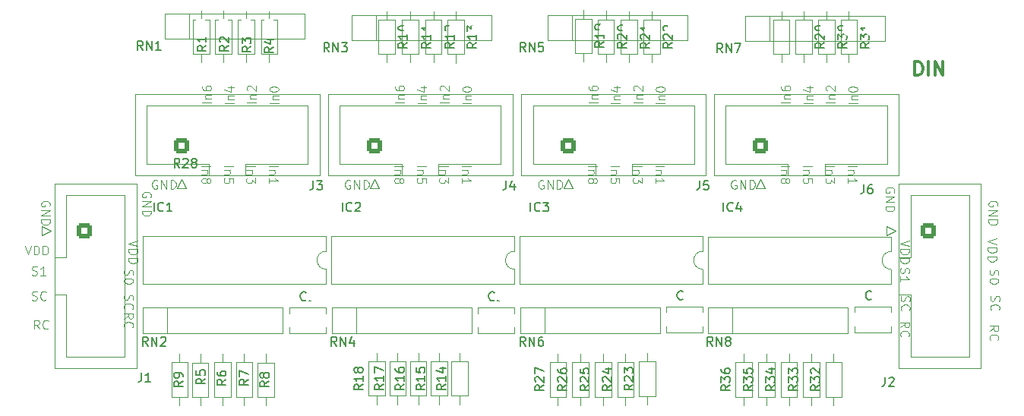
<source format=gto>
G04 #@! TF.GenerationSoftware,KiCad,Pcbnew,(7.0.0)*
G04 #@! TF.CreationDate,2023-06-04T12:20:01+02:00*
G04 #@! TF.ProjectId,DIN4_R5_KS,44494e34-5f52-4355-9f4b-532e6b696361,rev?*
G04 #@! TF.SameCoordinates,Original*
G04 #@! TF.FileFunction,Legend,Top*
G04 #@! TF.FilePolarity,Positive*
%FSLAX46Y46*%
G04 Gerber Fmt 4.6, Leading zero omitted, Abs format (unit mm)*
G04 Created by KiCad (PCBNEW (7.0.0)) date 2023-06-04 12:20:01*
%MOMM*%
%LPD*%
G01*
G04 APERTURE LIST*
G04 Aperture macros list*
%AMRoundRect*
0 Rectangle with rounded corners*
0 $1 Rounding radius*
0 $2 $3 $4 $5 $6 $7 $8 $9 X,Y pos of 4 corners*
0 Add a 4 corners polygon primitive as box body*
4,1,4,$2,$3,$4,$5,$6,$7,$8,$9,$2,$3,0*
0 Add four circle primitives for the rounded corners*
1,1,$1+$1,$2,$3*
1,1,$1+$1,$4,$5*
1,1,$1+$1,$6,$7*
1,1,$1+$1,$8,$9*
0 Add four rect primitives between the rounded corners*
20,1,$1+$1,$2,$3,$4,$5,0*
20,1,$1+$1,$4,$5,$6,$7,0*
20,1,$1+$1,$6,$7,$8,$9,0*
20,1,$1+$1,$8,$9,$2,$3,0*%
G04 Aperture macros list end*
%ADD10C,0.300000*%
%ADD11C,0.150000*%
%ADD12C,0.100000*%
%ADD13C,0.120000*%
%ADD14RoundRect,0.250000X-0.600000X-0.600000X0.600000X-0.600000X0.600000X0.600000X-0.600000X0.600000X0*%
%ADD15C,1.700000*%
%ADD16C,3.200000*%
%ADD17C,1.400000*%
%ADD18O,1.400000X1.400000*%
%ADD19RoundRect,0.250000X0.600000X-0.600000X0.600000X0.600000X-0.600000X0.600000X-0.600000X-0.600000X0*%
%ADD20C,1.600000*%
%ADD21R,1.600000X1.600000*%
%ADD22O,1.600000X1.600000*%
G04 APERTURE END LIST*
D10*
X134357142Y-100173571D02*
X134357142Y-98673571D01*
X134357142Y-98673571D02*
X134714285Y-98673571D01*
X134714285Y-98673571D02*
X134928571Y-98745000D01*
X134928571Y-98745000D02*
X135071428Y-98887857D01*
X135071428Y-98887857D02*
X135142857Y-99030714D01*
X135142857Y-99030714D02*
X135214285Y-99316428D01*
X135214285Y-99316428D02*
X135214285Y-99530714D01*
X135214285Y-99530714D02*
X135142857Y-99816428D01*
X135142857Y-99816428D02*
X135071428Y-99959285D01*
X135071428Y-99959285D02*
X134928571Y-100102142D01*
X134928571Y-100102142D02*
X134714285Y-100173571D01*
X134714285Y-100173571D02*
X134357142Y-100173571D01*
X135857142Y-100173571D02*
X135857142Y-98673571D01*
X136571428Y-100173571D02*
X136571428Y-98673571D01*
X136571428Y-98673571D02*
X137428571Y-100173571D01*
X137428571Y-100173571D02*
X137428571Y-98673571D01*
D11*
X131026666Y-133867380D02*
X131026666Y-134581666D01*
X131026666Y-134581666D02*
X130979047Y-134724523D01*
X130979047Y-134724523D02*
X130883809Y-134819761D01*
X130883809Y-134819761D02*
X130740952Y-134867380D01*
X130740952Y-134867380D02*
X130645714Y-134867380D01*
X131455238Y-133962619D02*
X131502857Y-133915000D01*
X131502857Y-133915000D02*
X131598095Y-133867380D01*
X131598095Y-133867380D02*
X131836190Y-133867380D01*
X131836190Y-133867380D02*
X131931428Y-133915000D01*
X131931428Y-133915000D02*
X131979047Y-133962619D01*
X131979047Y-133962619D02*
X132026666Y-134057857D01*
X132026666Y-134057857D02*
X132026666Y-134153095D01*
X132026666Y-134153095D02*
X131979047Y-134295952D01*
X131979047Y-134295952D02*
X131407619Y-134867380D01*
X131407619Y-134867380D02*
X132026666Y-134867380D01*
D12*
X142725238Y-121890476D02*
X142677619Y-122033333D01*
X142677619Y-122033333D02*
X142677619Y-122271428D01*
X142677619Y-122271428D02*
X142725238Y-122366666D01*
X142725238Y-122366666D02*
X142772857Y-122414285D01*
X142772857Y-122414285D02*
X142868095Y-122461904D01*
X142868095Y-122461904D02*
X142963333Y-122461904D01*
X142963333Y-122461904D02*
X143058571Y-122414285D01*
X143058571Y-122414285D02*
X143106190Y-122366666D01*
X143106190Y-122366666D02*
X143153809Y-122271428D01*
X143153809Y-122271428D02*
X143201428Y-122080952D01*
X143201428Y-122080952D02*
X143249047Y-121985714D01*
X143249047Y-121985714D02*
X143296666Y-121938095D01*
X143296666Y-121938095D02*
X143391904Y-121890476D01*
X143391904Y-121890476D02*
X143487142Y-121890476D01*
X143487142Y-121890476D02*
X143582380Y-121938095D01*
X143582380Y-121938095D02*
X143630000Y-121985714D01*
X143630000Y-121985714D02*
X143677619Y-122080952D01*
X143677619Y-122080952D02*
X143677619Y-122319047D01*
X143677619Y-122319047D02*
X143630000Y-122461904D01*
X143677619Y-123080952D02*
X143677619Y-123176190D01*
X143677619Y-123176190D02*
X143630000Y-123271428D01*
X143630000Y-123271428D02*
X143582380Y-123319047D01*
X143582380Y-123319047D02*
X143487142Y-123366666D01*
X143487142Y-123366666D02*
X143296666Y-123414285D01*
X143296666Y-123414285D02*
X143058571Y-123414285D01*
X143058571Y-123414285D02*
X142868095Y-123366666D01*
X142868095Y-123366666D02*
X142772857Y-123319047D01*
X142772857Y-123319047D02*
X142725238Y-123271428D01*
X142725238Y-123271428D02*
X142677619Y-123176190D01*
X142677619Y-123176190D02*
X142677619Y-123080952D01*
X142677619Y-123080952D02*
X142725238Y-122985714D01*
X142725238Y-122985714D02*
X142772857Y-122938095D01*
X142772857Y-122938095D02*
X142868095Y-122890476D01*
X142868095Y-122890476D02*
X143058571Y-122842857D01*
X143058571Y-122842857D02*
X143296666Y-122842857D01*
X143296666Y-122842857D02*
X143487142Y-122890476D01*
X143487142Y-122890476D02*
X143582380Y-122938095D01*
X143582380Y-122938095D02*
X143630000Y-122985714D01*
X143630000Y-122985714D02*
X143677619Y-123080952D01*
X132835238Y-124820476D02*
X132787619Y-124963333D01*
X132787619Y-124963333D02*
X132787619Y-125201428D01*
X132787619Y-125201428D02*
X132835238Y-125296666D01*
X132835238Y-125296666D02*
X132882857Y-125344285D01*
X132882857Y-125344285D02*
X132978095Y-125391904D01*
X132978095Y-125391904D02*
X133073333Y-125391904D01*
X133073333Y-125391904D02*
X133168571Y-125344285D01*
X133168571Y-125344285D02*
X133216190Y-125296666D01*
X133216190Y-125296666D02*
X133263809Y-125201428D01*
X133263809Y-125201428D02*
X133311428Y-125010952D01*
X133311428Y-125010952D02*
X133359047Y-124915714D01*
X133359047Y-124915714D02*
X133406666Y-124868095D01*
X133406666Y-124868095D02*
X133501904Y-124820476D01*
X133501904Y-124820476D02*
X133597142Y-124820476D01*
X133597142Y-124820476D02*
X133692380Y-124868095D01*
X133692380Y-124868095D02*
X133740000Y-124915714D01*
X133740000Y-124915714D02*
X133787619Y-125010952D01*
X133787619Y-125010952D02*
X133787619Y-125249047D01*
X133787619Y-125249047D02*
X133740000Y-125391904D01*
X132882857Y-126391904D02*
X132835238Y-126344285D01*
X132835238Y-126344285D02*
X132787619Y-126201428D01*
X132787619Y-126201428D02*
X132787619Y-126106190D01*
X132787619Y-126106190D02*
X132835238Y-125963333D01*
X132835238Y-125963333D02*
X132930476Y-125868095D01*
X132930476Y-125868095D02*
X133025714Y-125820476D01*
X133025714Y-125820476D02*
X133216190Y-125772857D01*
X133216190Y-125772857D02*
X133359047Y-125772857D01*
X133359047Y-125772857D02*
X133549523Y-125820476D01*
X133549523Y-125820476D02*
X133644761Y-125868095D01*
X133644761Y-125868095D02*
X133740000Y-125963333D01*
X133740000Y-125963333D02*
X133787619Y-126106190D01*
X133787619Y-126106190D02*
X133787619Y-126201428D01*
X133787619Y-126201428D02*
X133740000Y-126344285D01*
X133740000Y-126344285D02*
X133692380Y-126391904D01*
X143477619Y-118395238D02*
X142477619Y-118728571D01*
X142477619Y-118728571D02*
X143477619Y-119061904D01*
X142477619Y-119395238D02*
X143477619Y-119395238D01*
X143477619Y-119395238D02*
X143477619Y-119633333D01*
X143477619Y-119633333D02*
X143430000Y-119776190D01*
X143430000Y-119776190D02*
X143334761Y-119871428D01*
X143334761Y-119871428D02*
X143239523Y-119919047D01*
X143239523Y-119919047D02*
X143049047Y-119966666D01*
X143049047Y-119966666D02*
X142906190Y-119966666D01*
X142906190Y-119966666D02*
X142715714Y-119919047D01*
X142715714Y-119919047D02*
X142620476Y-119871428D01*
X142620476Y-119871428D02*
X142525238Y-119776190D01*
X142525238Y-119776190D02*
X142477619Y-119633333D01*
X142477619Y-119633333D02*
X142477619Y-119395238D01*
X142477619Y-120395238D02*
X143477619Y-120395238D01*
X143477619Y-120395238D02*
X143477619Y-120633333D01*
X143477619Y-120633333D02*
X143430000Y-120776190D01*
X143430000Y-120776190D02*
X143334761Y-120871428D01*
X143334761Y-120871428D02*
X143239523Y-120919047D01*
X143239523Y-120919047D02*
X143049047Y-120966666D01*
X143049047Y-120966666D02*
X142906190Y-120966666D01*
X142906190Y-120966666D02*
X142715714Y-120919047D01*
X142715714Y-120919047D02*
X142620476Y-120871428D01*
X142620476Y-120871428D02*
X142525238Y-120776190D01*
X142525238Y-120776190D02*
X142477619Y-120633333D01*
X142477619Y-120633333D02*
X142477619Y-120395238D01*
X133717619Y-118595238D02*
X132717619Y-118928571D01*
X132717619Y-118928571D02*
X133717619Y-119261904D01*
X132717619Y-119595238D02*
X133717619Y-119595238D01*
X133717619Y-119595238D02*
X133717619Y-119833333D01*
X133717619Y-119833333D02*
X133670000Y-119976190D01*
X133670000Y-119976190D02*
X133574761Y-120071428D01*
X133574761Y-120071428D02*
X133479523Y-120119047D01*
X133479523Y-120119047D02*
X133289047Y-120166666D01*
X133289047Y-120166666D02*
X133146190Y-120166666D01*
X133146190Y-120166666D02*
X132955714Y-120119047D01*
X132955714Y-120119047D02*
X132860476Y-120071428D01*
X132860476Y-120071428D02*
X132765238Y-119976190D01*
X132765238Y-119976190D02*
X132717619Y-119833333D01*
X132717619Y-119833333D02*
X132717619Y-119595238D01*
X132717619Y-120595238D02*
X133717619Y-120595238D01*
X133717619Y-120595238D02*
X133717619Y-120833333D01*
X133717619Y-120833333D02*
X133670000Y-120976190D01*
X133670000Y-120976190D02*
X133574761Y-121071428D01*
X133574761Y-121071428D02*
X133479523Y-121119047D01*
X133479523Y-121119047D02*
X133289047Y-121166666D01*
X133289047Y-121166666D02*
X133146190Y-121166666D01*
X133146190Y-121166666D02*
X132955714Y-121119047D01*
X132955714Y-121119047D02*
X132860476Y-121071428D01*
X132860476Y-121071428D02*
X132765238Y-120976190D01*
X132765238Y-120976190D02*
X132717619Y-120833333D01*
X132717619Y-120833333D02*
X132717619Y-120595238D01*
X132765238Y-121690476D02*
X132717619Y-121833333D01*
X132717619Y-121833333D02*
X132717619Y-122071428D01*
X132717619Y-122071428D02*
X132765238Y-122166666D01*
X132765238Y-122166666D02*
X132812857Y-122214285D01*
X132812857Y-122214285D02*
X132908095Y-122261904D01*
X132908095Y-122261904D02*
X133003333Y-122261904D01*
X133003333Y-122261904D02*
X133098571Y-122214285D01*
X133098571Y-122214285D02*
X133146190Y-122166666D01*
X133146190Y-122166666D02*
X133193809Y-122071428D01*
X133193809Y-122071428D02*
X133241428Y-121880952D01*
X133241428Y-121880952D02*
X133289047Y-121785714D01*
X133289047Y-121785714D02*
X133336666Y-121738095D01*
X133336666Y-121738095D02*
X133431904Y-121690476D01*
X133431904Y-121690476D02*
X133527142Y-121690476D01*
X133527142Y-121690476D02*
X133622380Y-121738095D01*
X133622380Y-121738095D02*
X133670000Y-121785714D01*
X133670000Y-121785714D02*
X133717619Y-121880952D01*
X133717619Y-121880952D02*
X133717619Y-122119047D01*
X133717619Y-122119047D02*
X133670000Y-122261904D01*
X132717619Y-123214285D02*
X132717619Y-122642857D01*
X132717619Y-122928571D02*
X133717619Y-122928571D01*
X133717619Y-122928571D02*
X133574761Y-122833333D01*
X133574761Y-122833333D02*
X133479523Y-122738095D01*
X133479523Y-122738095D02*
X133431904Y-122642857D01*
X132030000Y-113261904D02*
X132077619Y-113166666D01*
X132077619Y-113166666D02*
X132077619Y-113023809D01*
X132077619Y-113023809D02*
X132030000Y-112880952D01*
X132030000Y-112880952D02*
X131934761Y-112785714D01*
X131934761Y-112785714D02*
X131839523Y-112738095D01*
X131839523Y-112738095D02*
X131649047Y-112690476D01*
X131649047Y-112690476D02*
X131506190Y-112690476D01*
X131506190Y-112690476D02*
X131315714Y-112738095D01*
X131315714Y-112738095D02*
X131220476Y-112785714D01*
X131220476Y-112785714D02*
X131125238Y-112880952D01*
X131125238Y-112880952D02*
X131077619Y-113023809D01*
X131077619Y-113023809D02*
X131077619Y-113119047D01*
X131077619Y-113119047D02*
X131125238Y-113261904D01*
X131125238Y-113261904D02*
X131172857Y-113309523D01*
X131172857Y-113309523D02*
X131506190Y-113309523D01*
X131506190Y-113309523D02*
X131506190Y-113119047D01*
X131077619Y-113738095D02*
X132077619Y-113738095D01*
X132077619Y-113738095D02*
X131077619Y-114309523D01*
X131077619Y-114309523D02*
X132077619Y-114309523D01*
X131077619Y-114785714D02*
X132077619Y-114785714D01*
X132077619Y-114785714D02*
X132077619Y-115023809D01*
X132077619Y-115023809D02*
X132030000Y-115166666D01*
X132030000Y-115166666D02*
X131934761Y-115261904D01*
X131934761Y-115261904D02*
X131839523Y-115309523D01*
X131839523Y-115309523D02*
X131649047Y-115357142D01*
X131649047Y-115357142D02*
X131506190Y-115357142D01*
X131506190Y-115357142D02*
X131315714Y-115309523D01*
X131315714Y-115309523D02*
X131220476Y-115261904D01*
X131220476Y-115261904D02*
X131125238Y-115166666D01*
X131125238Y-115166666D02*
X131077619Y-115023809D01*
X131077619Y-115023809D02*
X131077619Y-114785714D01*
X143530000Y-114761904D02*
X143577619Y-114666666D01*
X143577619Y-114666666D02*
X143577619Y-114523809D01*
X143577619Y-114523809D02*
X143530000Y-114380952D01*
X143530000Y-114380952D02*
X143434761Y-114285714D01*
X143434761Y-114285714D02*
X143339523Y-114238095D01*
X143339523Y-114238095D02*
X143149047Y-114190476D01*
X143149047Y-114190476D02*
X143006190Y-114190476D01*
X143006190Y-114190476D02*
X142815714Y-114238095D01*
X142815714Y-114238095D02*
X142720476Y-114285714D01*
X142720476Y-114285714D02*
X142625238Y-114380952D01*
X142625238Y-114380952D02*
X142577619Y-114523809D01*
X142577619Y-114523809D02*
X142577619Y-114619047D01*
X142577619Y-114619047D02*
X142625238Y-114761904D01*
X142625238Y-114761904D02*
X142672857Y-114809523D01*
X142672857Y-114809523D02*
X143006190Y-114809523D01*
X143006190Y-114809523D02*
X143006190Y-114619047D01*
X142577619Y-115238095D02*
X143577619Y-115238095D01*
X143577619Y-115238095D02*
X142577619Y-115809523D01*
X142577619Y-115809523D02*
X143577619Y-115809523D01*
X142577619Y-116285714D02*
X143577619Y-116285714D01*
X143577619Y-116285714D02*
X143577619Y-116523809D01*
X143577619Y-116523809D02*
X143530000Y-116666666D01*
X143530000Y-116666666D02*
X143434761Y-116761904D01*
X143434761Y-116761904D02*
X143339523Y-116809523D01*
X143339523Y-116809523D02*
X143149047Y-116857142D01*
X143149047Y-116857142D02*
X143006190Y-116857142D01*
X143006190Y-116857142D02*
X142815714Y-116809523D01*
X142815714Y-116809523D02*
X142720476Y-116761904D01*
X142720476Y-116761904D02*
X142625238Y-116666666D01*
X142625238Y-116666666D02*
X142577619Y-116523809D01*
X142577619Y-116523809D02*
X142577619Y-116285714D01*
X142825238Y-124790476D02*
X142777619Y-124933333D01*
X142777619Y-124933333D02*
X142777619Y-125171428D01*
X142777619Y-125171428D02*
X142825238Y-125266666D01*
X142825238Y-125266666D02*
X142872857Y-125314285D01*
X142872857Y-125314285D02*
X142968095Y-125361904D01*
X142968095Y-125361904D02*
X143063333Y-125361904D01*
X143063333Y-125361904D02*
X143158571Y-125314285D01*
X143158571Y-125314285D02*
X143206190Y-125266666D01*
X143206190Y-125266666D02*
X143253809Y-125171428D01*
X143253809Y-125171428D02*
X143301428Y-124980952D01*
X143301428Y-124980952D02*
X143349047Y-124885714D01*
X143349047Y-124885714D02*
X143396666Y-124838095D01*
X143396666Y-124838095D02*
X143491904Y-124790476D01*
X143491904Y-124790476D02*
X143587142Y-124790476D01*
X143587142Y-124790476D02*
X143682380Y-124838095D01*
X143682380Y-124838095D02*
X143730000Y-124885714D01*
X143730000Y-124885714D02*
X143777619Y-124980952D01*
X143777619Y-124980952D02*
X143777619Y-125219047D01*
X143777619Y-125219047D02*
X143730000Y-125361904D01*
X142872857Y-126361904D02*
X142825238Y-126314285D01*
X142825238Y-126314285D02*
X142777619Y-126171428D01*
X142777619Y-126171428D02*
X142777619Y-126076190D01*
X142777619Y-126076190D02*
X142825238Y-125933333D01*
X142825238Y-125933333D02*
X142920476Y-125838095D01*
X142920476Y-125838095D02*
X143015714Y-125790476D01*
X143015714Y-125790476D02*
X143206190Y-125742857D01*
X143206190Y-125742857D02*
X143349047Y-125742857D01*
X143349047Y-125742857D02*
X143539523Y-125790476D01*
X143539523Y-125790476D02*
X143634761Y-125838095D01*
X143634761Y-125838095D02*
X143730000Y-125933333D01*
X143730000Y-125933333D02*
X143777619Y-126076190D01*
X143777619Y-126076190D02*
X143777619Y-126171428D01*
X143777619Y-126171428D02*
X143730000Y-126314285D01*
X143730000Y-126314285D02*
X143682380Y-126361904D01*
X132717619Y-128309523D02*
X133193809Y-127976190D01*
X132717619Y-127738095D02*
X133717619Y-127738095D01*
X133717619Y-127738095D02*
X133717619Y-128119047D01*
X133717619Y-128119047D02*
X133670000Y-128214285D01*
X133670000Y-128214285D02*
X133622380Y-128261904D01*
X133622380Y-128261904D02*
X133527142Y-128309523D01*
X133527142Y-128309523D02*
X133384285Y-128309523D01*
X133384285Y-128309523D02*
X133289047Y-128261904D01*
X133289047Y-128261904D02*
X133241428Y-128214285D01*
X133241428Y-128214285D02*
X133193809Y-128119047D01*
X133193809Y-128119047D02*
X133193809Y-127738095D01*
X132812857Y-129309523D02*
X132765238Y-129261904D01*
X132765238Y-129261904D02*
X132717619Y-129119047D01*
X132717619Y-129119047D02*
X132717619Y-129023809D01*
X132717619Y-129023809D02*
X132765238Y-128880952D01*
X132765238Y-128880952D02*
X132860476Y-128785714D01*
X132860476Y-128785714D02*
X132955714Y-128738095D01*
X132955714Y-128738095D02*
X133146190Y-128690476D01*
X133146190Y-128690476D02*
X133289047Y-128690476D01*
X133289047Y-128690476D02*
X133479523Y-128738095D01*
X133479523Y-128738095D02*
X133574761Y-128785714D01*
X133574761Y-128785714D02*
X133670000Y-128880952D01*
X133670000Y-128880952D02*
X133717619Y-129023809D01*
X133717619Y-129023809D02*
X133717619Y-129119047D01*
X133717619Y-129119047D02*
X133670000Y-129261904D01*
X133670000Y-129261904D02*
X133622380Y-129309523D01*
X142677619Y-128709523D02*
X143153809Y-128376190D01*
X142677619Y-128138095D02*
X143677619Y-128138095D01*
X143677619Y-128138095D02*
X143677619Y-128519047D01*
X143677619Y-128519047D02*
X143630000Y-128614285D01*
X143630000Y-128614285D02*
X143582380Y-128661904D01*
X143582380Y-128661904D02*
X143487142Y-128709523D01*
X143487142Y-128709523D02*
X143344285Y-128709523D01*
X143344285Y-128709523D02*
X143249047Y-128661904D01*
X143249047Y-128661904D02*
X143201428Y-128614285D01*
X143201428Y-128614285D02*
X143153809Y-128519047D01*
X143153809Y-128519047D02*
X143153809Y-128138095D01*
X142772857Y-129709523D02*
X142725238Y-129661904D01*
X142725238Y-129661904D02*
X142677619Y-129519047D01*
X142677619Y-129519047D02*
X142677619Y-129423809D01*
X142677619Y-129423809D02*
X142725238Y-129280952D01*
X142725238Y-129280952D02*
X142820476Y-129185714D01*
X142820476Y-129185714D02*
X142915714Y-129138095D01*
X142915714Y-129138095D02*
X143106190Y-129090476D01*
X143106190Y-129090476D02*
X143249047Y-129090476D01*
X143249047Y-129090476D02*
X143439523Y-129138095D01*
X143439523Y-129138095D02*
X143534761Y-129185714D01*
X143534761Y-129185714D02*
X143630000Y-129280952D01*
X143630000Y-129280952D02*
X143677619Y-129423809D01*
X143677619Y-129423809D02*
X143677619Y-129519047D01*
X143677619Y-129519047D02*
X143630000Y-129661904D01*
X143630000Y-129661904D02*
X143582380Y-129709523D01*
D11*
X48166666Y-133367380D02*
X48166666Y-134081666D01*
X48166666Y-134081666D02*
X48119047Y-134224523D01*
X48119047Y-134224523D02*
X48023809Y-134319761D01*
X48023809Y-134319761D02*
X47880952Y-134367380D01*
X47880952Y-134367380D02*
X47785714Y-134367380D01*
X49166666Y-134367380D02*
X48595238Y-134367380D01*
X48880952Y-134367380D02*
X48880952Y-133367380D01*
X48880952Y-133367380D02*
X48785714Y-133510238D01*
X48785714Y-133510238D02*
X48690476Y-133605476D01*
X48690476Y-133605476D02*
X48595238Y-133653095D01*
D12*
X46265238Y-121890476D02*
X46217619Y-122033333D01*
X46217619Y-122033333D02*
X46217619Y-122271428D01*
X46217619Y-122271428D02*
X46265238Y-122366666D01*
X46265238Y-122366666D02*
X46312857Y-122414285D01*
X46312857Y-122414285D02*
X46408095Y-122461904D01*
X46408095Y-122461904D02*
X46503333Y-122461904D01*
X46503333Y-122461904D02*
X46598571Y-122414285D01*
X46598571Y-122414285D02*
X46646190Y-122366666D01*
X46646190Y-122366666D02*
X46693809Y-122271428D01*
X46693809Y-122271428D02*
X46741428Y-122080952D01*
X46741428Y-122080952D02*
X46789047Y-121985714D01*
X46789047Y-121985714D02*
X46836666Y-121938095D01*
X46836666Y-121938095D02*
X46931904Y-121890476D01*
X46931904Y-121890476D02*
X47027142Y-121890476D01*
X47027142Y-121890476D02*
X47122380Y-121938095D01*
X47122380Y-121938095D02*
X47170000Y-121985714D01*
X47170000Y-121985714D02*
X47217619Y-122080952D01*
X47217619Y-122080952D02*
X47217619Y-122319047D01*
X47217619Y-122319047D02*
X47170000Y-122461904D01*
X47217619Y-123080952D02*
X47217619Y-123176190D01*
X47217619Y-123176190D02*
X47170000Y-123271428D01*
X47170000Y-123271428D02*
X47122380Y-123319047D01*
X47122380Y-123319047D02*
X47027142Y-123366666D01*
X47027142Y-123366666D02*
X46836666Y-123414285D01*
X46836666Y-123414285D02*
X46598571Y-123414285D01*
X46598571Y-123414285D02*
X46408095Y-123366666D01*
X46408095Y-123366666D02*
X46312857Y-123319047D01*
X46312857Y-123319047D02*
X46265238Y-123271428D01*
X46265238Y-123271428D02*
X46217619Y-123176190D01*
X46217619Y-123176190D02*
X46217619Y-123080952D01*
X46217619Y-123080952D02*
X46265238Y-122985714D01*
X46265238Y-122985714D02*
X46312857Y-122938095D01*
X46312857Y-122938095D02*
X46408095Y-122890476D01*
X46408095Y-122890476D02*
X46598571Y-122842857D01*
X46598571Y-122842857D02*
X46836666Y-122842857D01*
X46836666Y-122842857D02*
X47027142Y-122890476D01*
X47027142Y-122890476D02*
X47122380Y-122938095D01*
X47122380Y-122938095D02*
X47170000Y-122985714D01*
X47170000Y-122985714D02*
X47217619Y-123080952D01*
X35950476Y-125234761D02*
X36093333Y-125282380D01*
X36093333Y-125282380D02*
X36331428Y-125282380D01*
X36331428Y-125282380D02*
X36426666Y-125234761D01*
X36426666Y-125234761D02*
X36474285Y-125187142D01*
X36474285Y-125187142D02*
X36521904Y-125091904D01*
X36521904Y-125091904D02*
X36521904Y-124996666D01*
X36521904Y-124996666D02*
X36474285Y-124901428D01*
X36474285Y-124901428D02*
X36426666Y-124853809D01*
X36426666Y-124853809D02*
X36331428Y-124806190D01*
X36331428Y-124806190D02*
X36140952Y-124758571D01*
X36140952Y-124758571D02*
X36045714Y-124710952D01*
X36045714Y-124710952D02*
X35998095Y-124663333D01*
X35998095Y-124663333D02*
X35950476Y-124568095D01*
X35950476Y-124568095D02*
X35950476Y-124472857D01*
X35950476Y-124472857D02*
X35998095Y-124377619D01*
X35998095Y-124377619D02*
X36045714Y-124330000D01*
X36045714Y-124330000D02*
X36140952Y-124282380D01*
X36140952Y-124282380D02*
X36379047Y-124282380D01*
X36379047Y-124282380D02*
X36521904Y-124330000D01*
X37521904Y-125187142D02*
X37474285Y-125234761D01*
X37474285Y-125234761D02*
X37331428Y-125282380D01*
X37331428Y-125282380D02*
X37236190Y-125282380D01*
X37236190Y-125282380D02*
X37093333Y-125234761D01*
X37093333Y-125234761D02*
X36998095Y-125139523D01*
X36998095Y-125139523D02*
X36950476Y-125044285D01*
X36950476Y-125044285D02*
X36902857Y-124853809D01*
X36902857Y-124853809D02*
X36902857Y-124710952D01*
X36902857Y-124710952D02*
X36950476Y-124520476D01*
X36950476Y-124520476D02*
X36998095Y-124425238D01*
X36998095Y-124425238D02*
X37093333Y-124330000D01*
X37093333Y-124330000D02*
X37236190Y-124282380D01*
X37236190Y-124282380D02*
X37331428Y-124282380D01*
X37331428Y-124282380D02*
X37474285Y-124330000D01*
X37474285Y-124330000D02*
X37521904Y-124377619D01*
X47717619Y-118595238D02*
X46717619Y-118928571D01*
X46717619Y-118928571D02*
X47717619Y-119261904D01*
X46717619Y-119595238D02*
X47717619Y-119595238D01*
X47717619Y-119595238D02*
X47717619Y-119833333D01*
X47717619Y-119833333D02*
X47670000Y-119976190D01*
X47670000Y-119976190D02*
X47574761Y-120071428D01*
X47574761Y-120071428D02*
X47479523Y-120119047D01*
X47479523Y-120119047D02*
X47289047Y-120166666D01*
X47289047Y-120166666D02*
X47146190Y-120166666D01*
X47146190Y-120166666D02*
X46955714Y-120119047D01*
X46955714Y-120119047D02*
X46860476Y-120071428D01*
X46860476Y-120071428D02*
X46765238Y-119976190D01*
X46765238Y-119976190D02*
X46717619Y-119833333D01*
X46717619Y-119833333D02*
X46717619Y-119595238D01*
X46717619Y-120595238D02*
X47717619Y-120595238D01*
X47717619Y-120595238D02*
X47717619Y-120833333D01*
X47717619Y-120833333D02*
X47670000Y-120976190D01*
X47670000Y-120976190D02*
X47574761Y-121071428D01*
X47574761Y-121071428D02*
X47479523Y-121119047D01*
X47479523Y-121119047D02*
X47289047Y-121166666D01*
X47289047Y-121166666D02*
X47146190Y-121166666D01*
X47146190Y-121166666D02*
X46955714Y-121119047D01*
X46955714Y-121119047D02*
X46860476Y-121071428D01*
X46860476Y-121071428D02*
X46765238Y-120976190D01*
X46765238Y-120976190D02*
X46717619Y-120833333D01*
X46717619Y-120833333D02*
X46717619Y-120595238D01*
X35155238Y-119182380D02*
X35488571Y-120182380D01*
X35488571Y-120182380D02*
X35821904Y-119182380D01*
X36155238Y-120182380D02*
X36155238Y-119182380D01*
X36155238Y-119182380D02*
X36393333Y-119182380D01*
X36393333Y-119182380D02*
X36536190Y-119230000D01*
X36536190Y-119230000D02*
X36631428Y-119325238D01*
X36631428Y-119325238D02*
X36679047Y-119420476D01*
X36679047Y-119420476D02*
X36726666Y-119610952D01*
X36726666Y-119610952D02*
X36726666Y-119753809D01*
X36726666Y-119753809D02*
X36679047Y-119944285D01*
X36679047Y-119944285D02*
X36631428Y-120039523D01*
X36631428Y-120039523D02*
X36536190Y-120134761D01*
X36536190Y-120134761D02*
X36393333Y-120182380D01*
X36393333Y-120182380D02*
X36155238Y-120182380D01*
X37155238Y-120182380D02*
X37155238Y-119182380D01*
X37155238Y-119182380D02*
X37393333Y-119182380D01*
X37393333Y-119182380D02*
X37536190Y-119230000D01*
X37536190Y-119230000D02*
X37631428Y-119325238D01*
X37631428Y-119325238D02*
X37679047Y-119420476D01*
X37679047Y-119420476D02*
X37726666Y-119610952D01*
X37726666Y-119610952D02*
X37726666Y-119753809D01*
X37726666Y-119753809D02*
X37679047Y-119944285D01*
X37679047Y-119944285D02*
X37631428Y-120039523D01*
X37631428Y-120039523D02*
X37536190Y-120134761D01*
X37536190Y-120134761D02*
X37393333Y-120182380D01*
X37393333Y-120182380D02*
X37155238Y-120182380D01*
X35950476Y-122434761D02*
X36093333Y-122482380D01*
X36093333Y-122482380D02*
X36331428Y-122482380D01*
X36331428Y-122482380D02*
X36426666Y-122434761D01*
X36426666Y-122434761D02*
X36474285Y-122387142D01*
X36474285Y-122387142D02*
X36521904Y-122291904D01*
X36521904Y-122291904D02*
X36521904Y-122196666D01*
X36521904Y-122196666D02*
X36474285Y-122101428D01*
X36474285Y-122101428D02*
X36426666Y-122053809D01*
X36426666Y-122053809D02*
X36331428Y-122006190D01*
X36331428Y-122006190D02*
X36140952Y-121958571D01*
X36140952Y-121958571D02*
X36045714Y-121910952D01*
X36045714Y-121910952D02*
X35998095Y-121863333D01*
X35998095Y-121863333D02*
X35950476Y-121768095D01*
X35950476Y-121768095D02*
X35950476Y-121672857D01*
X35950476Y-121672857D02*
X35998095Y-121577619D01*
X35998095Y-121577619D02*
X36045714Y-121530000D01*
X36045714Y-121530000D02*
X36140952Y-121482380D01*
X36140952Y-121482380D02*
X36379047Y-121482380D01*
X36379047Y-121482380D02*
X36521904Y-121530000D01*
X37474285Y-122482380D02*
X36902857Y-122482380D01*
X37188571Y-122482380D02*
X37188571Y-121482380D01*
X37188571Y-121482380D02*
X37093333Y-121625238D01*
X37093333Y-121625238D02*
X36998095Y-121720476D01*
X36998095Y-121720476D02*
X36902857Y-121768095D01*
X37930000Y-114761904D02*
X37977619Y-114666666D01*
X37977619Y-114666666D02*
X37977619Y-114523809D01*
X37977619Y-114523809D02*
X37930000Y-114380952D01*
X37930000Y-114380952D02*
X37834761Y-114285714D01*
X37834761Y-114285714D02*
X37739523Y-114238095D01*
X37739523Y-114238095D02*
X37549047Y-114190476D01*
X37549047Y-114190476D02*
X37406190Y-114190476D01*
X37406190Y-114190476D02*
X37215714Y-114238095D01*
X37215714Y-114238095D02*
X37120476Y-114285714D01*
X37120476Y-114285714D02*
X37025238Y-114380952D01*
X37025238Y-114380952D02*
X36977619Y-114523809D01*
X36977619Y-114523809D02*
X36977619Y-114619047D01*
X36977619Y-114619047D02*
X37025238Y-114761904D01*
X37025238Y-114761904D02*
X37072857Y-114809523D01*
X37072857Y-114809523D02*
X37406190Y-114809523D01*
X37406190Y-114809523D02*
X37406190Y-114619047D01*
X36977619Y-115238095D02*
X37977619Y-115238095D01*
X37977619Y-115238095D02*
X36977619Y-115809523D01*
X36977619Y-115809523D02*
X37977619Y-115809523D01*
X36977619Y-116285714D02*
X37977619Y-116285714D01*
X37977619Y-116285714D02*
X37977619Y-116523809D01*
X37977619Y-116523809D02*
X37930000Y-116666666D01*
X37930000Y-116666666D02*
X37834761Y-116761904D01*
X37834761Y-116761904D02*
X37739523Y-116809523D01*
X37739523Y-116809523D02*
X37549047Y-116857142D01*
X37549047Y-116857142D02*
X37406190Y-116857142D01*
X37406190Y-116857142D02*
X37215714Y-116809523D01*
X37215714Y-116809523D02*
X37120476Y-116761904D01*
X37120476Y-116761904D02*
X37025238Y-116666666D01*
X37025238Y-116666666D02*
X36977619Y-116523809D01*
X36977619Y-116523809D02*
X36977619Y-116285714D01*
X49170000Y-113761904D02*
X49217619Y-113666666D01*
X49217619Y-113666666D02*
X49217619Y-113523809D01*
X49217619Y-113523809D02*
X49170000Y-113380952D01*
X49170000Y-113380952D02*
X49074761Y-113285714D01*
X49074761Y-113285714D02*
X48979523Y-113238095D01*
X48979523Y-113238095D02*
X48789047Y-113190476D01*
X48789047Y-113190476D02*
X48646190Y-113190476D01*
X48646190Y-113190476D02*
X48455714Y-113238095D01*
X48455714Y-113238095D02*
X48360476Y-113285714D01*
X48360476Y-113285714D02*
X48265238Y-113380952D01*
X48265238Y-113380952D02*
X48217619Y-113523809D01*
X48217619Y-113523809D02*
X48217619Y-113619047D01*
X48217619Y-113619047D02*
X48265238Y-113761904D01*
X48265238Y-113761904D02*
X48312857Y-113809523D01*
X48312857Y-113809523D02*
X48646190Y-113809523D01*
X48646190Y-113809523D02*
X48646190Y-113619047D01*
X48217619Y-114238095D02*
X49217619Y-114238095D01*
X49217619Y-114238095D02*
X48217619Y-114809523D01*
X48217619Y-114809523D02*
X49217619Y-114809523D01*
X48217619Y-115285714D02*
X49217619Y-115285714D01*
X49217619Y-115285714D02*
X49217619Y-115523809D01*
X49217619Y-115523809D02*
X49170000Y-115666666D01*
X49170000Y-115666666D02*
X49074761Y-115761904D01*
X49074761Y-115761904D02*
X48979523Y-115809523D01*
X48979523Y-115809523D02*
X48789047Y-115857142D01*
X48789047Y-115857142D02*
X48646190Y-115857142D01*
X48646190Y-115857142D02*
X48455714Y-115809523D01*
X48455714Y-115809523D02*
X48360476Y-115761904D01*
X48360476Y-115761904D02*
X48265238Y-115666666D01*
X48265238Y-115666666D02*
X48217619Y-115523809D01*
X48217619Y-115523809D02*
X48217619Y-115285714D01*
X46265238Y-124690476D02*
X46217619Y-124833333D01*
X46217619Y-124833333D02*
X46217619Y-125071428D01*
X46217619Y-125071428D02*
X46265238Y-125166666D01*
X46265238Y-125166666D02*
X46312857Y-125214285D01*
X46312857Y-125214285D02*
X46408095Y-125261904D01*
X46408095Y-125261904D02*
X46503333Y-125261904D01*
X46503333Y-125261904D02*
X46598571Y-125214285D01*
X46598571Y-125214285D02*
X46646190Y-125166666D01*
X46646190Y-125166666D02*
X46693809Y-125071428D01*
X46693809Y-125071428D02*
X46741428Y-124880952D01*
X46741428Y-124880952D02*
X46789047Y-124785714D01*
X46789047Y-124785714D02*
X46836666Y-124738095D01*
X46836666Y-124738095D02*
X46931904Y-124690476D01*
X46931904Y-124690476D02*
X47027142Y-124690476D01*
X47027142Y-124690476D02*
X47122380Y-124738095D01*
X47122380Y-124738095D02*
X47170000Y-124785714D01*
X47170000Y-124785714D02*
X47217619Y-124880952D01*
X47217619Y-124880952D02*
X47217619Y-125119047D01*
X47217619Y-125119047D02*
X47170000Y-125261904D01*
X46312857Y-126261904D02*
X46265238Y-126214285D01*
X46265238Y-126214285D02*
X46217619Y-126071428D01*
X46217619Y-126071428D02*
X46217619Y-125976190D01*
X46217619Y-125976190D02*
X46265238Y-125833333D01*
X46265238Y-125833333D02*
X46360476Y-125738095D01*
X46360476Y-125738095D02*
X46455714Y-125690476D01*
X46455714Y-125690476D02*
X46646190Y-125642857D01*
X46646190Y-125642857D02*
X46789047Y-125642857D01*
X46789047Y-125642857D02*
X46979523Y-125690476D01*
X46979523Y-125690476D02*
X47074761Y-125738095D01*
X47074761Y-125738095D02*
X47170000Y-125833333D01*
X47170000Y-125833333D02*
X47217619Y-125976190D01*
X47217619Y-125976190D02*
X47217619Y-126071428D01*
X47217619Y-126071428D02*
X47170000Y-126214285D01*
X47170000Y-126214285D02*
X47122380Y-126261904D01*
X36769523Y-128482380D02*
X36436190Y-128006190D01*
X36198095Y-128482380D02*
X36198095Y-127482380D01*
X36198095Y-127482380D02*
X36579047Y-127482380D01*
X36579047Y-127482380D02*
X36674285Y-127530000D01*
X36674285Y-127530000D02*
X36721904Y-127577619D01*
X36721904Y-127577619D02*
X36769523Y-127672857D01*
X36769523Y-127672857D02*
X36769523Y-127815714D01*
X36769523Y-127815714D02*
X36721904Y-127910952D01*
X36721904Y-127910952D02*
X36674285Y-127958571D01*
X36674285Y-127958571D02*
X36579047Y-128006190D01*
X36579047Y-128006190D02*
X36198095Y-128006190D01*
X37769523Y-128387142D02*
X37721904Y-128434761D01*
X37721904Y-128434761D02*
X37579047Y-128482380D01*
X37579047Y-128482380D02*
X37483809Y-128482380D01*
X37483809Y-128482380D02*
X37340952Y-128434761D01*
X37340952Y-128434761D02*
X37245714Y-128339523D01*
X37245714Y-128339523D02*
X37198095Y-128244285D01*
X37198095Y-128244285D02*
X37150476Y-128053809D01*
X37150476Y-128053809D02*
X37150476Y-127910952D01*
X37150476Y-127910952D02*
X37198095Y-127720476D01*
X37198095Y-127720476D02*
X37245714Y-127625238D01*
X37245714Y-127625238D02*
X37340952Y-127530000D01*
X37340952Y-127530000D02*
X37483809Y-127482380D01*
X37483809Y-127482380D02*
X37579047Y-127482380D01*
X37579047Y-127482380D02*
X37721904Y-127530000D01*
X37721904Y-127530000D02*
X37769523Y-127577619D01*
X46217619Y-127309523D02*
X46693809Y-126976190D01*
X46217619Y-126738095D02*
X47217619Y-126738095D01*
X47217619Y-126738095D02*
X47217619Y-127119047D01*
X47217619Y-127119047D02*
X47170000Y-127214285D01*
X47170000Y-127214285D02*
X47122380Y-127261904D01*
X47122380Y-127261904D02*
X47027142Y-127309523D01*
X47027142Y-127309523D02*
X46884285Y-127309523D01*
X46884285Y-127309523D02*
X46789047Y-127261904D01*
X46789047Y-127261904D02*
X46741428Y-127214285D01*
X46741428Y-127214285D02*
X46693809Y-127119047D01*
X46693809Y-127119047D02*
X46693809Y-126738095D01*
X46312857Y-128309523D02*
X46265238Y-128261904D01*
X46265238Y-128261904D02*
X46217619Y-128119047D01*
X46217619Y-128119047D02*
X46217619Y-128023809D01*
X46217619Y-128023809D02*
X46265238Y-127880952D01*
X46265238Y-127880952D02*
X46360476Y-127785714D01*
X46360476Y-127785714D02*
X46455714Y-127738095D01*
X46455714Y-127738095D02*
X46646190Y-127690476D01*
X46646190Y-127690476D02*
X46789047Y-127690476D01*
X46789047Y-127690476D02*
X46979523Y-127738095D01*
X46979523Y-127738095D02*
X47074761Y-127785714D01*
X47074761Y-127785714D02*
X47170000Y-127880952D01*
X47170000Y-127880952D02*
X47217619Y-128023809D01*
X47217619Y-128023809D02*
X47217619Y-128119047D01*
X47217619Y-128119047D02*
X47170000Y-128261904D01*
X47170000Y-128261904D02*
X47122380Y-128309523D01*
D11*
X98037380Y-134752857D02*
X97561190Y-135086190D01*
X98037380Y-135324285D02*
X97037380Y-135324285D01*
X97037380Y-135324285D02*
X97037380Y-134943333D01*
X97037380Y-134943333D02*
X97085000Y-134848095D01*
X97085000Y-134848095D02*
X97132619Y-134800476D01*
X97132619Y-134800476D02*
X97227857Y-134752857D01*
X97227857Y-134752857D02*
X97370714Y-134752857D01*
X97370714Y-134752857D02*
X97465952Y-134800476D01*
X97465952Y-134800476D02*
X97513571Y-134848095D01*
X97513571Y-134848095D02*
X97561190Y-134943333D01*
X97561190Y-134943333D02*
X97561190Y-135324285D01*
X97132619Y-134371904D02*
X97085000Y-134324285D01*
X97085000Y-134324285D02*
X97037380Y-134229047D01*
X97037380Y-134229047D02*
X97037380Y-133990952D01*
X97037380Y-133990952D02*
X97085000Y-133895714D01*
X97085000Y-133895714D02*
X97132619Y-133848095D01*
X97132619Y-133848095D02*
X97227857Y-133800476D01*
X97227857Y-133800476D02*
X97323095Y-133800476D01*
X97323095Y-133800476D02*
X97465952Y-133848095D01*
X97465952Y-133848095D02*
X98037380Y-134419523D01*
X98037380Y-134419523D02*
X98037380Y-133800476D01*
X97037380Y-132895714D02*
X97037380Y-133371904D01*
X97037380Y-133371904D02*
X97513571Y-133419523D01*
X97513571Y-133419523D02*
X97465952Y-133371904D01*
X97465952Y-133371904D02*
X97418333Y-133276666D01*
X97418333Y-133276666D02*
X97418333Y-133038571D01*
X97418333Y-133038571D02*
X97465952Y-132943333D01*
X97465952Y-132943333D02*
X97513571Y-132895714D01*
X97513571Y-132895714D02*
X97608809Y-132848095D01*
X97608809Y-132848095D02*
X97846904Y-132848095D01*
X97846904Y-132848095D02*
X97942142Y-132895714D01*
X97942142Y-132895714D02*
X97989761Y-132943333D01*
X97989761Y-132943333D02*
X98037380Y-133038571D01*
X98037380Y-133038571D02*
X98037380Y-133276666D01*
X98037380Y-133276666D02*
X97989761Y-133371904D01*
X97989761Y-133371904D02*
X97942142Y-133419523D01*
X55267380Y-134006666D02*
X54791190Y-134339999D01*
X55267380Y-134578094D02*
X54267380Y-134578094D01*
X54267380Y-134578094D02*
X54267380Y-134197142D01*
X54267380Y-134197142D02*
X54315000Y-134101904D01*
X54315000Y-134101904D02*
X54362619Y-134054285D01*
X54362619Y-134054285D02*
X54457857Y-134006666D01*
X54457857Y-134006666D02*
X54600714Y-134006666D01*
X54600714Y-134006666D02*
X54695952Y-134054285D01*
X54695952Y-134054285D02*
X54743571Y-134101904D01*
X54743571Y-134101904D02*
X54791190Y-134197142D01*
X54791190Y-134197142D02*
X54791190Y-134578094D01*
X54267380Y-133101904D02*
X54267380Y-133578094D01*
X54267380Y-133578094D02*
X54743571Y-133625713D01*
X54743571Y-133625713D02*
X54695952Y-133578094D01*
X54695952Y-133578094D02*
X54648333Y-133482856D01*
X54648333Y-133482856D02*
X54648333Y-133244761D01*
X54648333Y-133244761D02*
X54695952Y-133149523D01*
X54695952Y-133149523D02*
X54743571Y-133101904D01*
X54743571Y-133101904D02*
X54838809Y-133054285D01*
X54838809Y-133054285D02*
X55076904Y-133054285D01*
X55076904Y-133054285D02*
X55172142Y-133101904D01*
X55172142Y-133101904D02*
X55219761Y-133149523D01*
X55219761Y-133149523D02*
X55267380Y-133244761D01*
X55267380Y-133244761D02*
X55267380Y-133482856D01*
X55267380Y-133482856D02*
X55219761Y-133578094D01*
X55219761Y-133578094D02*
X55172142Y-133625713D01*
X110366666Y-111947380D02*
X110366666Y-112661666D01*
X110366666Y-112661666D02*
X110319047Y-112804523D01*
X110319047Y-112804523D02*
X110223809Y-112899761D01*
X110223809Y-112899761D02*
X110080952Y-112947380D01*
X110080952Y-112947380D02*
X109985714Y-112947380D01*
X111319047Y-111947380D02*
X110842857Y-111947380D01*
X110842857Y-111947380D02*
X110795238Y-112423571D01*
X110795238Y-112423571D02*
X110842857Y-112375952D01*
X110842857Y-112375952D02*
X110938095Y-112328333D01*
X110938095Y-112328333D02*
X111176190Y-112328333D01*
X111176190Y-112328333D02*
X111271428Y-112375952D01*
X111271428Y-112375952D02*
X111319047Y-112423571D01*
X111319047Y-112423571D02*
X111366666Y-112518809D01*
X111366666Y-112518809D02*
X111366666Y-112756904D01*
X111366666Y-112756904D02*
X111319047Y-112852142D01*
X111319047Y-112852142D02*
X111271428Y-112899761D01*
X111271428Y-112899761D02*
X111176190Y-112947380D01*
X111176190Y-112947380D02*
X110938095Y-112947380D01*
X110938095Y-112947380D02*
X110842857Y-112899761D01*
X110842857Y-112899761D02*
X110795238Y-112852142D01*
D12*
X92961904Y-111910000D02*
X92866666Y-111862380D01*
X92866666Y-111862380D02*
X92723809Y-111862380D01*
X92723809Y-111862380D02*
X92580952Y-111910000D01*
X92580952Y-111910000D02*
X92485714Y-112005238D01*
X92485714Y-112005238D02*
X92438095Y-112100476D01*
X92438095Y-112100476D02*
X92390476Y-112290952D01*
X92390476Y-112290952D02*
X92390476Y-112433809D01*
X92390476Y-112433809D02*
X92438095Y-112624285D01*
X92438095Y-112624285D02*
X92485714Y-112719523D01*
X92485714Y-112719523D02*
X92580952Y-112814761D01*
X92580952Y-112814761D02*
X92723809Y-112862380D01*
X92723809Y-112862380D02*
X92819047Y-112862380D01*
X92819047Y-112862380D02*
X92961904Y-112814761D01*
X92961904Y-112814761D02*
X93009523Y-112767142D01*
X93009523Y-112767142D02*
X93009523Y-112433809D01*
X93009523Y-112433809D02*
X92819047Y-112433809D01*
X93438095Y-112862380D02*
X93438095Y-111862380D01*
X93438095Y-111862380D02*
X94009523Y-112862380D01*
X94009523Y-112862380D02*
X94009523Y-111862380D01*
X94485714Y-112862380D02*
X94485714Y-111862380D01*
X94485714Y-111862380D02*
X94723809Y-111862380D01*
X94723809Y-111862380D02*
X94866666Y-111910000D01*
X94866666Y-111910000D02*
X94961904Y-112005238D01*
X94961904Y-112005238D02*
X95009523Y-112100476D01*
X95009523Y-112100476D02*
X95057142Y-112290952D01*
X95057142Y-112290952D02*
X95057142Y-112433809D01*
X95057142Y-112433809D02*
X95009523Y-112624285D01*
X95009523Y-112624285D02*
X94961904Y-112719523D01*
X94961904Y-112719523D02*
X94866666Y-112814761D01*
X94866666Y-112814761D02*
X94723809Y-112862380D01*
X94723809Y-112862380D02*
X94485714Y-112862380D01*
X97917619Y-110318095D02*
X98917619Y-110318095D01*
X98584285Y-110794285D02*
X97917619Y-110794285D01*
X98489047Y-110794285D02*
X98536666Y-110841904D01*
X98536666Y-110841904D02*
X98584285Y-110937142D01*
X98584285Y-110937142D02*
X98584285Y-111079999D01*
X98584285Y-111079999D02*
X98536666Y-111175237D01*
X98536666Y-111175237D02*
X98441428Y-111222856D01*
X98441428Y-111222856D02*
X97917619Y-111222856D01*
X98489047Y-111841904D02*
X98536666Y-111746666D01*
X98536666Y-111746666D02*
X98584285Y-111699047D01*
X98584285Y-111699047D02*
X98679523Y-111651428D01*
X98679523Y-111651428D02*
X98727142Y-111651428D01*
X98727142Y-111651428D02*
X98822380Y-111699047D01*
X98822380Y-111699047D02*
X98870000Y-111746666D01*
X98870000Y-111746666D02*
X98917619Y-111841904D01*
X98917619Y-111841904D02*
X98917619Y-112032380D01*
X98917619Y-112032380D02*
X98870000Y-112127618D01*
X98870000Y-112127618D02*
X98822380Y-112175237D01*
X98822380Y-112175237D02*
X98727142Y-112222856D01*
X98727142Y-112222856D02*
X98679523Y-112222856D01*
X98679523Y-112222856D02*
X98584285Y-112175237D01*
X98584285Y-112175237D02*
X98536666Y-112127618D01*
X98536666Y-112127618D02*
X98489047Y-112032380D01*
X98489047Y-112032380D02*
X98489047Y-111841904D01*
X98489047Y-111841904D02*
X98441428Y-111746666D01*
X98441428Y-111746666D02*
X98393809Y-111699047D01*
X98393809Y-111699047D02*
X98298571Y-111651428D01*
X98298571Y-111651428D02*
X98108095Y-111651428D01*
X98108095Y-111651428D02*
X98012857Y-111699047D01*
X98012857Y-111699047D02*
X97965238Y-111746666D01*
X97965238Y-111746666D02*
X97917619Y-111841904D01*
X97917619Y-111841904D02*
X97917619Y-112032380D01*
X97917619Y-112032380D02*
X97965238Y-112127618D01*
X97965238Y-112127618D02*
X98012857Y-112175237D01*
X98012857Y-112175237D02*
X98108095Y-112222856D01*
X98108095Y-112222856D02*
X98298571Y-112222856D01*
X98298571Y-112222856D02*
X98393809Y-112175237D01*
X98393809Y-112175237D02*
X98441428Y-112127618D01*
X98441428Y-112127618D02*
X98489047Y-112032380D01*
X103982380Y-103235772D02*
X102982380Y-103235772D01*
X103315714Y-102759582D02*
X103982380Y-102759582D01*
X103410952Y-102759582D02*
X103363333Y-102711963D01*
X103363333Y-102711963D02*
X103315714Y-102616725D01*
X103315714Y-102616725D02*
X103315714Y-102473868D01*
X103315714Y-102473868D02*
X103363333Y-102378630D01*
X103363333Y-102378630D02*
X103458571Y-102331011D01*
X103458571Y-102331011D02*
X103982380Y-102331011D01*
X103077619Y-101902439D02*
X103030000Y-101854820D01*
X103030000Y-101854820D02*
X102982380Y-101759582D01*
X102982380Y-101759582D02*
X102982380Y-101521487D01*
X102982380Y-101521487D02*
X103030000Y-101426249D01*
X103030000Y-101426249D02*
X103077619Y-101378630D01*
X103077619Y-101378630D02*
X103172857Y-101331011D01*
X103172857Y-101331011D02*
X103268095Y-101331011D01*
X103268095Y-101331011D02*
X103410952Y-101378630D01*
X103410952Y-101378630D02*
X103982380Y-101950058D01*
X103982380Y-101950058D02*
X103982380Y-101331011D01*
X100417619Y-110318095D02*
X101417619Y-110318095D01*
X101084285Y-110794285D02*
X100417619Y-110794285D01*
X100989047Y-110794285D02*
X101036666Y-110841904D01*
X101036666Y-110841904D02*
X101084285Y-110937142D01*
X101084285Y-110937142D02*
X101084285Y-111079999D01*
X101084285Y-111079999D02*
X101036666Y-111175237D01*
X101036666Y-111175237D02*
X100941428Y-111222856D01*
X100941428Y-111222856D02*
X100417619Y-111222856D01*
X101417619Y-112175237D02*
X101417619Y-111699047D01*
X101417619Y-111699047D02*
X100941428Y-111651428D01*
X100941428Y-111651428D02*
X100989047Y-111699047D01*
X100989047Y-111699047D02*
X101036666Y-111794285D01*
X101036666Y-111794285D02*
X101036666Y-112032380D01*
X101036666Y-112032380D02*
X100989047Y-112127618D01*
X100989047Y-112127618D02*
X100941428Y-112175237D01*
X100941428Y-112175237D02*
X100846190Y-112222856D01*
X100846190Y-112222856D02*
X100608095Y-112222856D01*
X100608095Y-112222856D02*
X100512857Y-112175237D01*
X100512857Y-112175237D02*
X100465238Y-112127618D01*
X100465238Y-112127618D02*
X100417619Y-112032380D01*
X100417619Y-112032380D02*
X100417619Y-111794285D01*
X100417619Y-111794285D02*
X100465238Y-111699047D01*
X100465238Y-111699047D02*
X100512857Y-111651428D01*
X101481600Y-103341904D02*
X100481600Y-103341904D01*
X100814934Y-102865714D02*
X101481600Y-102865714D01*
X100910172Y-102865714D02*
X100862553Y-102818095D01*
X100862553Y-102818095D02*
X100814934Y-102722857D01*
X100814934Y-102722857D02*
X100814934Y-102580000D01*
X100814934Y-102580000D02*
X100862553Y-102484762D01*
X100862553Y-102484762D02*
X100957791Y-102437143D01*
X100957791Y-102437143D02*
X101481600Y-102437143D01*
X100814934Y-101532381D02*
X101481600Y-101532381D01*
X100433981Y-101770476D02*
X101148267Y-102008571D01*
X101148267Y-102008571D02*
X101148267Y-101389524D01*
X98982380Y-103235772D02*
X97982380Y-103235772D01*
X98315714Y-102759582D02*
X98982380Y-102759582D01*
X98410952Y-102759582D02*
X98363333Y-102711963D01*
X98363333Y-102711963D02*
X98315714Y-102616725D01*
X98315714Y-102616725D02*
X98315714Y-102473868D01*
X98315714Y-102473868D02*
X98363333Y-102378630D01*
X98363333Y-102378630D02*
X98458571Y-102331011D01*
X98458571Y-102331011D02*
X98982380Y-102331011D01*
X97982380Y-101426249D02*
X97982380Y-101616725D01*
X97982380Y-101616725D02*
X98030000Y-101711963D01*
X98030000Y-101711963D02*
X98077619Y-101759582D01*
X98077619Y-101759582D02*
X98220476Y-101854820D01*
X98220476Y-101854820D02*
X98410952Y-101902439D01*
X98410952Y-101902439D02*
X98791904Y-101902439D01*
X98791904Y-101902439D02*
X98887142Y-101854820D01*
X98887142Y-101854820D02*
X98934761Y-101807201D01*
X98934761Y-101807201D02*
X98982380Y-101711963D01*
X98982380Y-101711963D02*
X98982380Y-101521487D01*
X98982380Y-101521487D02*
X98934761Y-101426249D01*
X98934761Y-101426249D02*
X98887142Y-101378630D01*
X98887142Y-101378630D02*
X98791904Y-101331011D01*
X98791904Y-101331011D02*
X98553809Y-101331011D01*
X98553809Y-101331011D02*
X98458571Y-101378630D01*
X98458571Y-101378630D02*
X98410952Y-101426249D01*
X98410952Y-101426249D02*
X98363333Y-101521487D01*
X98363333Y-101521487D02*
X98363333Y-101711963D01*
X98363333Y-101711963D02*
X98410952Y-101807201D01*
X98410952Y-101807201D02*
X98458571Y-101854820D01*
X98458571Y-101854820D02*
X98553809Y-101902439D01*
X106481600Y-103341904D02*
X105481600Y-103341904D01*
X105814934Y-102865714D02*
X106481600Y-102865714D01*
X105910172Y-102865714D02*
X105862553Y-102818095D01*
X105862553Y-102818095D02*
X105814934Y-102722857D01*
X105814934Y-102722857D02*
X105814934Y-102580000D01*
X105814934Y-102580000D02*
X105862553Y-102484762D01*
X105862553Y-102484762D02*
X105957791Y-102437143D01*
X105957791Y-102437143D02*
X106481600Y-102437143D01*
X105481600Y-101770476D02*
X105481600Y-101675238D01*
X105481600Y-101675238D02*
X105529220Y-101580000D01*
X105529220Y-101580000D02*
X105576839Y-101532381D01*
X105576839Y-101532381D02*
X105672077Y-101484762D01*
X105672077Y-101484762D02*
X105862553Y-101437143D01*
X105862553Y-101437143D02*
X106100648Y-101437143D01*
X106100648Y-101437143D02*
X106291124Y-101484762D01*
X106291124Y-101484762D02*
X106386362Y-101532381D01*
X106386362Y-101532381D02*
X106433981Y-101580000D01*
X106433981Y-101580000D02*
X106481600Y-101675238D01*
X106481600Y-101675238D02*
X106481600Y-101770476D01*
X106481600Y-101770476D02*
X106433981Y-101865714D01*
X106433981Y-101865714D02*
X106386362Y-101913333D01*
X106386362Y-101913333D02*
X106291124Y-101960952D01*
X106291124Y-101960952D02*
X106100648Y-102008571D01*
X106100648Y-102008571D02*
X105862553Y-102008571D01*
X105862553Y-102008571D02*
X105672077Y-101960952D01*
X105672077Y-101960952D02*
X105576839Y-101913333D01*
X105576839Y-101913333D02*
X105529220Y-101865714D01*
X105529220Y-101865714D02*
X105481600Y-101770476D01*
X105417619Y-110318095D02*
X106417619Y-110318095D01*
X106084285Y-110794285D02*
X105417619Y-110794285D01*
X105989047Y-110794285D02*
X106036666Y-110841904D01*
X106036666Y-110841904D02*
X106084285Y-110937142D01*
X106084285Y-110937142D02*
X106084285Y-111079999D01*
X106084285Y-111079999D02*
X106036666Y-111175237D01*
X106036666Y-111175237D02*
X105941428Y-111222856D01*
X105941428Y-111222856D02*
X105417619Y-111222856D01*
X105417619Y-112222856D02*
X105417619Y-111651428D01*
X105417619Y-111937142D02*
X106417619Y-111937142D01*
X106417619Y-111937142D02*
X106274761Y-111841904D01*
X106274761Y-111841904D02*
X106179523Y-111746666D01*
X106179523Y-111746666D02*
X106131904Y-111651428D01*
X102917619Y-110318095D02*
X103917619Y-110318095D01*
X103584285Y-110794285D02*
X102917619Y-110794285D01*
X103489047Y-110794285D02*
X103536666Y-110841904D01*
X103536666Y-110841904D02*
X103584285Y-110937142D01*
X103584285Y-110937142D02*
X103584285Y-111079999D01*
X103584285Y-111079999D02*
X103536666Y-111175237D01*
X103536666Y-111175237D02*
X103441428Y-111222856D01*
X103441428Y-111222856D02*
X102917619Y-111222856D01*
X103917619Y-111603809D02*
X103917619Y-112222856D01*
X103917619Y-112222856D02*
X103536666Y-111889523D01*
X103536666Y-111889523D02*
X103536666Y-112032380D01*
X103536666Y-112032380D02*
X103489047Y-112127618D01*
X103489047Y-112127618D02*
X103441428Y-112175237D01*
X103441428Y-112175237D02*
X103346190Y-112222856D01*
X103346190Y-112222856D02*
X103108095Y-112222856D01*
X103108095Y-112222856D02*
X103012857Y-112175237D01*
X103012857Y-112175237D02*
X102965238Y-112127618D01*
X102965238Y-112127618D02*
X102917619Y-112032380D01*
X102917619Y-112032380D02*
X102917619Y-111746666D01*
X102917619Y-111746666D02*
X102965238Y-111651428D01*
X102965238Y-111651428D02*
X103012857Y-111603809D01*
D11*
X60067380Y-134106666D02*
X59591190Y-134439999D01*
X60067380Y-134678094D02*
X59067380Y-134678094D01*
X59067380Y-134678094D02*
X59067380Y-134297142D01*
X59067380Y-134297142D02*
X59115000Y-134201904D01*
X59115000Y-134201904D02*
X59162619Y-134154285D01*
X59162619Y-134154285D02*
X59257857Y-134106666D01*
X59257857Y-134106666D02*
X59400714Y-134106666D01*
X59400714Y-134106666D02*
X59495952Y-134154285D01*
X59495952Y-134154285D02*
X59543571Y-134201904D01*
X59543571Y-134201904D02*
X59591190Y-134297142D01*
X59591190Y-134297142D02*
X59591190Y-134678094D01*
X59067380Y-133773332D02*
X59067380Y-133106666D01*
X59067380Y-133106666D02*
X60067380Y-133535237D01*
X87483333Y-125242142D02*
X87435714Y-125289761D01*
X87435714Y-125289761D02*
X87292857Y-125337380D01*
X87292857Y-125337380D02*
X87197619Y-125337380D01*
X87197619Y-125337380D02*
X87054762Y-125289761D01*
X87054762Y-125289761D02*
X86959524Y-125194523D01*
X86959524Y-125194523D02*
X86911905Y-125099285D01*
X86911905Y-125099285D02*
X86864286Y-124908809D01*
X86864286Y-124908809D02*
X86864286Y-124765952D01*
X86864286Y-124765952D02*
X86911905Y-124575476D01*
X86911905Y-124575476D02*
X86959524Y-124480238D01*
X86959524Y-124480238D02*
X87054762Y-124385000D01*
X87054762Y-124385000D02*
X87197619Y-124337380D01*
X87197619Y-124337380D02*
X87292857Y-124337380D01*
X87292857Y-124337380D02*
X87435714Y-124385000D01*
X87435714Y-124385000D02*
X87483333Y-124432619D01*
X87864286Y-124432619D02*
X87911905Y-124385000D01*
X87911905Y-124385000D02*
X88007143Y-124337380D01*
X88007143Y-124337380D02*
X88245238Y-124337380D01*
X88245238Y-124337380D02*
X88340476Y-124385000D01*
X88340476Y-124385000D02*
X88388095Y-124432619D01*
X88388095Y-124432619D02*
X88435714Y-124527857D01*
X88435714Y-124527857D02*
X88435714Y-124623095D01*
X88435714Y-124623095D02*
X88388095Y-124765952D01*
X88388095Y-124765952D02*
X87816667Y-125337380D01*
X87816667Y-125337380D02*
X88435714Y-125337380D01*
X100547380Y-134752857D02*
X100071190Y-135086190D01*
X100547380Y-135324285D02*
X99547380Y-135324285D01*
X99547380Y-135324285D02*
X99547380Y-134943333D01*
X99547380Y-134943333D02*
X99595000Y-134848095D01*
X99595000Y-134848095D02*
X99642619Y-134800476D01*
X99642619Y-134800476D02*
X99737857Y-134752857D01*
X99737857Y-134752857D02*
X99880714Y-134752857D01*
X99880714Y-134752857D02*
X99975952Y-134800476D01*
X99975952Y-134800476D02*
X100023571Y-134848095D01*
X100023571Y-134848095D02*
X100071190Y-134943333D01*
X100071190Y-134943333D02*
X100071190Y-135324285D01*
X99642619Y-134371904D02*
X99595000Y-134324285D01*
X99595000Y-134324285D02*
X99547380Y-134229047D01*
X99547380Y-134229047D02*
X99547380Y-133990952D01*
X99547380Y-133990952D02*
X99595000Y-133895714D01*
X99595000Y-133895714D02*
X99642619Y-133848095D01*
X99642619Y-133848095D02*
X99737857Y-133800476D01*
X99737857Y-133800476D02*
X99833095Y-133800476D01*
X99833095Y-133800476D02*
X99975952Y-133848095D01*
X99975952Y-133848095D02*
X100547380Y-134419523D01*
X100547380Y-134419523D02*
X100547380Y-133800476D01*
X99880714Y-132943333D02*
X100547380Y-132943333D01*
X99499761Y-133181428D02*
X100214047Y-133419523D01*
X100214047Y-133419523D02*
X100214047Y-132800476D01*
X95527380Y-134752857D02*
X95051190Y-135086190D01*
X95527380Y-135324285D02*
X94527380Y-135324285D01*
X94527380Y-135324285D02*
X94527380Y-134943333D01*
X94527380Y-134943333D02*
X94575000Y-134848095D01*
X94575000Y-134848095D02*
X94622619Y-134800476D01*
X94622619Y-134800476D02*
X94717857Y-134752857D01*
X94717857Y-134752857D02*
X94860714Y-134752857D01*
X94860714Y-134752857D02*
X94955952Y-134800476D01*
X94955952Y-134800476D02*
X95003571Y-134848095D01*
X95003571Y-134848095D02*
X95051190Y-134943333D01*
X95051190Y-134943333D02*
X95051190Y-135324285D01*
X94622619Y-134371904D02*
X94575000Y-134324285D01*
X94575000Y-134324285D02*
X94527380Y-134229047D01*
X94527380Y-134229047D02*
X94527380Y-133990952D01*
X94527380Y-133990952D02*
X94575000Y-133895714D01*
X94575000Y-133895714D02*
X94622619Y-133848095D01*
X94622619Y-133848095D02*
X94717857Y-133800476D01*
X94717857Y-133800476D02*
X94813095Y-133800476D01*
X94813095Y-133800476D02*
X94955952Y-133848095D01*
X94955952Y-133848095D02*
X95527380Y-134419523D01*
X95527380Y-134419523D02*
X95527380Y-133800476D01*
X94527380Y-132943333D02*
X94527380Y-133133809D01*
X94527380Y-133133809D02*
X94575000Y-133229047D01*
X94575000Y-133229047D02*
X94622619Y-133276666D01*
X94622619Y-133276666D02*
X94765476Y-133371904D01*
X94765476Y-133371904D02*
X94955952Y-133419523D01*
X94955952Y-133419523D02*
X95336904Y-133419523D01*
X95336904Y-133419523D02*
X95432142Y-133371904D01*
X95432142Y-133371904D02*
X95479761Y-133324285D01*
X95479761Y-133324285D02*
X95527380Y-133229047D01*
X95527380Y-133229047D02*
X95527380Y-133038571D01*
X95527380Y-133038571D02*
X95479761Y-132943333D01*
X95479761Y-132943333D02*
X95432142Y-132895714D01*
X95432142Y-132895714D02*
X95336904Y-132848095D01*
X95336904Y-132848095D02*
X95098809Y-132848095D01*
X95098809Y-132848095D02*
X95003571Y-132895714D01*
X95003571Y-132895714D02*
X94955952Y-132943333D01*
X94955952Y-132943333D02*
X94908333Y-133038571D01*
X94908333Y-133038571D02*
X94908333Y-133229047D01*
X94908333Y-133229047D02*
X94955952Y-133324285D01*
X94955952Y-133324285D02*
X95003571Y-133371904D01*
X95003571Y-133371904D02*
X95098809Y-133419523D01*
X62867380Y-97066666D02*
X62391190Y-97399999D01*
X62867380Y-97638094D02*
X61867380Y-97638094D01*
X61867380Y-97638094D02*
X61867380Y-97257142D01*
X61867380Y-97257142D02*
X61915000Y-97161904D01*
X61915000Y-97161904D02*
X61962619Y-97114285D01*
X61962619Y-97114285D02*
X62057857Y-97066666D01*
X62057857Y-97066666D02*
X62200714Y-97066666D01*
X62200714Y-97066666D02*
X62295952Y-97114285D01*
X62295952Y-97114285D02*
X62343571Y-97161904D01*
X62343571Y-97161904D02*
X62391190Y-97257142D01*
X62391190Y-97257142D02*
X62391190Y-97638094D01*
X62200714Y-96209523D02*
X62867380Y-96209523D01*
X61819761Y-96447618D02*
X62534047Y-96685713D01*
X62534047Y-96685713D02*
X62534047Y-96066666D01*
X72847380Y-134662857D02*
X72371190Y-134996190D01*
X72847380Y-135234285D02*
X71847380Y-135234285D01*
X71847380Y-135234285D02*
X71847380Y-134853333D01*
X71847380Y-134853333D02*
X71895000Y-134758095D01*
X71895000Y-134758095D02*
X71942619Y-134710476D01*
X71942619Y-134710476D02*
X72037857Y-134662857D01*
X72037857Y-134662857D02*
X72180714Y-134662857D01*
X72180714Y-134662857D02*
X72275952Y-134710476D01*
X72275952Y-134710476D02*
X72323571Y-134758095D01*
X72323571Y-134758095D02*
X72371190Y-134853333D01*
X72371190Y-134853333D02*
X72371190Y-135234285D01*
X72847380Y-133710476D02*
X72847380Y-134281904D01*
X72847380Y-133996190D02*
X71847380Y-133996190D01*
X71847380Y-133996190D02*
X71990238Y-134091428D01*
X71990238Y-134091428D02*
X72085476Y-134186666D01*
X72085476Y-134186666D02*
X72133095Y-134281904D01*
X72275952Y-133139047D02*
X72228333Y-133234285D01*
X72228333Y-133234285D02*
X72180714Y-133281904D01*
X72180714Y-133281904D02*
X72085476Y-133329523D01*
X72085476Y-133329523D02*
X72037857Y-133329523D01*
X72037857Y-133329523D02*
X71942619Y-133281904D01*
X71942619Y-133281904D02*
X71895000Y-133234285D01*
X71895000Y-133234285D02*
X71847380Y-133139047D01*
X71847380Y-133139047D02*
X71847380Y-132948571D01*
X71847380Y-132948571D02*
X71895000Y-132853333D01*
X71895000Y-132853333D02*
X71942619Y-132805714D01*
X71942619Y-132805714D02*
X72037857Y-132758095D01*
X72037857Y-132758095D02*
X72085476Y-132758095D01*
X72085476Y-132758095D02*
X72180714Y-132805714D01*
X72180714Y-132805714D02*
X72228333Y-132853333D01*
X72228333Y-132853333D02*
X72275952Y-132948571D01*
X72275952Y-132948571D02*
X72275952Y-133139047D01*
X72275952Y-133139047D02*
X72323571Y-133234285D01*
X72323571Y-133234285D02*
X72371190Y-133281904D01*
X72371190Y-133281904D02*
X72466428Y-133329523D01*
X72466428Y-133329523D02*
X72656904Y-133329523D01*
X72656904Y-133329523D02*
X72752142Y-133281904D01*
X72752142Y-133281904D02*
X72799761Y-133234285D01*
X72799761Y-133234285D02*
X72847380Y-133139047D01*
X72847380Y-133139047D02*
X72847380Y-132948571D01*
X72847380Y-132948571D02*
X72799761Y-132853333D01*
X72799761Y-132853333D02*
X72752142Y-132805714D01*
X72752142Y-132805714D02*
X72656904Y-132758095D01*
X72656904Y-132758095D02*
X72466428Y-132758095D01*
X72466428Y-132758095D02*
X72371190Y-132805714D01*
X72371190Y-132805714D02*
X72323571Y-132853333D01*
X72323571Y-132853333D02*
X72275952Y-132948571D01*
X66483333Y-125242142D02*
X66435714Y-125289761D01*
X66435714Y-125289761D02*
X66292857Y-125337380D01*
X66292857Y-125337380D02*
X66197619Y-125337380D01*
X66197619Y-125337380D02*
X66054762Y-125289761D01*
X66054762Y-125289761D02*
X65959524Y-125194523D01*
X65959524Y-125194523D02*
X65911905Y-125099285D01*
X65911905Y-125099285D02*
X65864286Y-124908809D01*
X65864286Y-124908809D02*
X65864286Y-124765952D01*
X65864286Y-124765952D02*
X65911905Y-124575476D01*
X65911905Y-124575476D02*
X65959524Y-124480238D01*
X65959524Y-124480238D02*
X66054762Y-124385000D01*
X66054762Y-124385000D02*
X66197619Y-124337380D01*
X66197619Y-124337380D02*
X66292857Y-124337380D01*
X66292857Y-124337380D02*
X66435714Y-124385000D01*
X66435714Y-124385000D02*
X66483333Y-124432619D01*
X67435714Y-125337380D02*
X66864286Y-125337380D01*
X67150000Y-125337380D02*
X67150000Y-124337380D01*
X67150000Y-124337380D02*
X67054762Y-124480238D01*
X67054762Y-124480238D02*
X66959524Y-124575476D01*
X66959524Y-124575476D02*
X66864286Y-124623095D01*
X118767380Y-134752857D02*
X118291190Y-135086190D01*
X118767380Y-135324285D02*
X117767380Y-135324285D01*
X117767380Y-135324285D02*
X117767380Y-134943333D01*
X117767380Y-134943333D02*
X117815000Y-134848095D01*
X117815000Y-134848095D02*
X117862619Y-134800476D01*
X117862619Y-134800476D02*
X117957857Y-134752857D01*
X117957857Y-134752857D02*
X118100714Y-134752857D01*
X118100714Y-134752857D02*
X118195952Y-134800476D01*
X118195952Y-134800476D02*
X118243571Y-134848095D01*
X118243571Y-134848095D02*
X118291190Y-134943333D01*
X118291190Y-134943333D02*
X118291190Y-135324285D01*
X117767380Y-134419523D02*
X117767380Y-133800476D01*
X117767380Y-133800476D02*
X118148333Y-134133809D01*
X118148333Y-134133809D02*
X118148333Y-133990952D01*
X118148333Y-133990952D02*
X118195952Y-133895714D01*
X118195952Y-133895714D02*
X118243571Y-133848095D01*
X118243571Y-133848095D02*
X118338809Y-133800476D01*
X118338809Y-133800476D02*
X118576904Y-133800476D01*
X118576904Y-133800476D02*
X118672142Y-133848095D01*
X118672142Y-133848095D02*
X118719761Y-133895714D01*
X118719761Y-133895714D02*
X118767380Y-133990952D01*
X118767380Y-133990952D02*
X118767380Y-134276666D01*
X118767380Y-134276666D02*
X118719761Y-134371904D01*
X118719761Y-134371904D02*
X118672142Y-134419523D01*
X118100714Y-132943333D02*
X118767380Y-132943333D01*
X117719761Y-133181428D02*
X118434047Y-133419523D01*
X118434047Y-133419523D02*
X118434047Y-132800476D01*
X52397142Y-110472380D02*
X52063809Y-109996190D01*
X51825714Y-110472380D02*
X51825714Y-109472380D01*
X51825714Y-109472380D02*
X52206666Y-109472380D01*
X52206666Y-109472380D02*
X52301904Y-109520000D01*
X52301904Y-109520000D02*
X52349523Y-109567619D01*
X52349523Y-109567619D02*
X52397142Y-109662857D01*
X52397142Y-109662857D02*
X52397142Y-109805714D01*
X52397142Y-109805714D02*
X52349523Y-109900952D01*
X52349523Y-109900952D02*
X52301904Y-109948571D01*
X52301904Y-109948571D02*
X52206666Y-109996190D01*
X52206666Y-109996190D02*
X51825714Y-109996190D01*
X52778095Y-109567619D02*
X52825714Y-109520000D01*
X52825714Y-109520000D02*
X52920952Y-109472380D01*
X52920952Y-109472380D02*
X53159047Y-109472380D01*
X53159047Y-109472380D02*
X53254285Y-109520000D01*
X53254285Y-109520000D02*
X53301904Y-109567619D01*
X53301904Y-109567619D02*
X53349523Y-109662857D01*
X53349523Y-109662857D02*
X53349523Y-109758095D01*
X53349523Y-109758095D02*
X53301904Y-109900952D01*
X53301904Y-109900952D02*
X52730476Y-110472380D01*
X52730476Y-110472380D02*
X53349523Y-110472380D01*
X53920952Y-109900952D02*
X53825714Y-109853333D01*
X53825714Y-109853333D02*
X53778095Y-109805714D01*
X53778095Y-109805714D02*
X53730476Y-109710476D01*
X53730476Y-109710476D02*
X53730476Y-109662857D01*
X53730476Y-109662857D02*
X53778095Y-109567619D01*
X53778095Y-109567619D02*
X53825714Y-109520000D01*
X53825714Y-109520000D02*
X53920952Y-109472380D01*
X53920952Y-109472380D02*
X54111428Y-109472380D01*
X54111428Y-109472380D02*
X54206666Y-109520000D01*
X54206666Y-109520000D02*
X54254285Y-109567619D01*
X54254285Y-109567619D02*
X54301904Y-109662857D01*
X54301904Y-109662857D02*
X54301904Y-109710476D01*
X54301904Y-109710476D02*
X54254285Y-109805714D01*
X54254285Y-109805714D02*
X54206666Y-109853333D01*
X54206666Y-109853333D02*
X54111428Y-109900952D01*
X54111428Y-109900952D02*
X53920952Y-109900952D01*
X53920952Y-109900952D02*
X53825714Y-109948571D01*
X53825714Y-109948571D02*
X53778095Y-109996190D01*
X53778095Y-109996190D02*
X53730476Y-110091428D01*
X53730476Y-110091428D02*
X53730476Y-110281904D01*
X53730476Y-110281904D02*
X53778095Y-110377142D01*
X53778095Y-110377142D02*
X53825714Y-110424761D01*
X53825714Y-110424761D02*
X53920952Y-110472380D01*
X53920952Y-110472380D02*
X54111428Y-110472380D01*
X54111428Y-110472380D02*
X54206666Y-110424761D01*
X54206666Y-110424761D02*
X54254285Y-110377142D01*
X54254285Y-110377142D02*
X54301904Y-110281904D01*
X54301904Y-110281904D02*
X54301904Y-110091428D01*
X54301904Y-110091428D02*
X54254285Y-109996190D01*
X54254285Y-109996190D02*
X54206666Y-109948571D01*
X54206666Y-109948571D02*
X54111428Y-109900952D01*
X113023810Y-115367380D02*
X113023810Y-114367380D01*
X114071428Y-115272142D02*
X114023809Y-115319761D01*
X114023809Y-115319761D02*
X113880952Y-115367380D01*
X113880952Y-115367380D02*
X113785714Y-115367380D01*
X113785714Y-115367380D02*
X113642857Y-115319761D01*
X113642857Y-115319761D02*
X113547619Y-115224523D01*
X113547619Y-115224523D02*
X113500000Y-115129285D01*
X113500000Y-115129285D02*
X113452381Y-114938809D01*
X113452381Y-114938809D02*
X113452381Y-114795952D01*
X113452381Y-114795952D02*
X113500000Y-114605476D01*
X113500000Y-114605476D02*
X113547619Y-114510238D01*
X113547619Y-114510238D02*
X113642857Y-114415000D01*
X113642857Y-114415000D02*
X113785714Y-114367380D01*
X113785714Y-114367380D02*
X113880952Y-114367380D01*
X113880952Y-114367380D02*
X114023809Y-114415000D01*
X114023809Y-114415000D02*
X114071428Y-114462619D01*
X114928571Y-114700714D02*
X114928571Y-115367380D01*
X114690476Y-114319761D02*
X114452381Y-115034047D01*
X114452381Y-115034047D02*
X115071428Y-115034047D01*
X90959523Y-97547380D02*
X90626190Y-97071190D01*
X90388095Y-97547380D02*
X90388095Y-96547380D01*
X90388095Y-96547380D02*
X90769047Y-96547380D01*
X90769047Y-96547380D02*
X90864285Y-96595000D01*
X90864285Y-96595000D02*
X90911904Y-96642619D01*
X90911904Y-96642619D02*
X90959523Y-96737857D01*
X90959523Y-96737857D02*
X90959523Y-96880714D01*
X90959523Y-96880714D02*
X90911904Y-96975952D01*
X90911904Y-96975952D02*
X90864285Y-97023571D01*
X90864285Y-97023571D02*
X90769047Y-97071190D01*
X90769047Y-97071190D02*
X90388095Y-97071190D01*
X91388095Y-97547380D02*
X91388095Y-96547380D01*
X91388095Y-96547380D02*
X91959523Y-97547380D01*
X91959523Y-97547380D02*
X91959523Y-96547380D01*
X92911904Y-96547380D02*
X92435714Y-96547380D01*
X92435714Y-96547380D02*
X92388095Y-97023571D01*
X92388095Y-97023571D02*
X92435714Y-96975952D01*
X92435714Y-96975952D02*
X92530952Y-96928333D01*
X92530952Y-96928333D02*
X92769047Y-96928333D01*
X92769047Y-96928333D02*
X92864285Y-96975952D01*
X92864285Y-96975952D02*
X92911904Y-97023571D01*
X92911904Y-97023571D02*
X92959523Y-97118809D01*
X92959523Y-97118809D02*
X92959523Y-97356904D01*
X92959523Y-97356904D02*
X92911904Y-97452142D01*
X92911904Y-97452142D02*
X92864285Y-97499761D01*
X92864285Y-97499761D02*
X92769047Y-97547380D01*
X92769047Y-97547380D02*
X92530952Y-97547380D01*
X92530952Y-97547380D02*
X92435714Y-97499761D01*
X92435714Y-97499761D02*
X92388095Y-97452142D01*
X82047380Y-134652857D02*
X81571190Y-134986190D01*
X82047380Y-135224285D02*
X81047380Y-135224285D01*
X81047380Y-135224285D02*
X81047380Y-134843333D01*
X81047380Y-134843333D02*
X81095000Y-134748095D01*
X81095000Y-134748095D02*
X81142619Y-134700476D01*
X81142619Y-134700476D02*
X81237857Y-134652857D01*
X81237857Y-134652857D02*
X81380714Y-134652857D01*
X81380714Y-134652857D02*
X81475952Y-134700476D01*
X81475952Y-134700476D02*
X81523571Y-134748095D01*
X81523571Y-134748095D02*
X81571190Y-134843333D01*
X81571190Y-134843333D02*
X81571190Y-135224285D01*
X82047380Y-133700476D02*
X82047380Y-134271904D01*
X82047380Y-133986190D02*
X81047380Y-133986190D01*
X81047380Y-133986190D02*
X81190238Y-134081428D01*
X81190238Y-134081428D02*
X81285476Y-134176666D01*
X81285476Y-134176666D02*
X81333095Y-134271904D01*
X81380714Y-132843333D02*
X82047380Y-132843333D01*
X80999761Y-133081428D02*
X81714047Y-133319523D01*
X81714047Y-133319523D02*
X81714047Y-132700476D01*
X77447380Y-134652857D02*
X76971190Y-134986190D01*
X77447380Y-135224285D02*
X76447380Y-135224285D01*
X76447380Y-135224285D02*
X76447380Y-134843333D01*
X76447380Y-134843333D02*
X76495000Y-134748095D01*
X76495000Y-134748095D02*
X76542619Y-134700476D01*
X76542619Y-134700476D02*
X76637857Y-134652857D01*
X76637857Y-134652857D02*
X76780714Y-134652857D01*
X76780714Y-134652857D02*
X76875952Y-134700476D01*
X76875952Y-134700476D02*
X76923571Y-134748095D01*
X76923571Y-134748095D02*
X76971190Y-134843333D01*
X76971190Y-134843333D02*
X76971190Y-135224285D01*
X77447380Y-133700476D02*
X77447380Y-134271904D01*
X77447380Y-133986190D02*
X76447380Y-133986190D01*
X76447380Y-133986190D02*
X76590238Y-134081428D01*
X76590238Y-134081428D02*
X76685476Y-134176666D01*
X76685476Y-134176666D02*
X76733095Y-134271904D01*
X76447380Y-132843333D02*
X76447380Y-133033809D01*
X76447380Y-133033809D02*
X76495000Y-133129047D01*
X76495000Y-133129047D02*
X76542619Y-133176666D01*
X76542619Y-133176666D02*
X76685476Y-133271904D01*
X76685476Y-133271904D02*
X76875952Y-133319523D01*
X76875952Y-133319523D02*
X77256904Y-133319523D01*
X77256904Y-133319523D02*
X77352142Y-133271904D01*
X77352142Y-133271904D02*
X77399761Y-133224285D01*
X77399761Y-133224285D02*
X77447380Y-133129047D01*
X77447380Y-133129047D02*
X77447380Y-132938571D01*
X77447380Y-132938571D02*
X77399761Y-132843333D01*
X77399761Y-132843333D02*
X77352142Y-132795714D01*
X77352142Y-132795714D02*
X77256904Y-132748095D01*
X77256904Y-132748095D02*
X77018809Y-132748095D01*
X77018809Y-132748095D02*
X76923571Y-132795714D01*
X76923571Y-132795714D02*
X76875952Y-132843333D01*
X76875952Y-132843333D02*
X76828333Y-132938571D01*
X76828333Y-132938571D02*
X76828333Y-133129047D01*
X76828333Y-133129047D02*
X76875952Y-133224285D01*
X76875952Y-133224285D02*
X76923571Y-133271904D01*
X76923571Y-133271904D02*
X77018809Y-133319523D01*
X107297380Y-96532857D02*
X106821190Y-96866190D01*
X107297380Y-97104285D02*
X106297380Y-97104285D01*
X106297380Y-97104285D02*
X106297380Y-96723333D01*
X106297380Y-96723333D02*
X106345000Y-96628095D01*
X106345000Y-96628095D02*
X106392619Y-96580476D01*
X106392619Y-96580476D02*
X106487857Y-96532857D01*
X106487857Y-96532857D02*
X106630714Y-96532857D01*
X106630714Y-96532857D02*
X106725952Y-96580476D01*
X106725952Y-96580476D02*
X106773571Y-96628095D01*
X106773571Y-96628095D02*
X106821190Y-96723333D01*
X106821190Y-96723333D02*
X106821190Y-97104285D01*
X106392619Y-96151904D02*
X106345000Y-96104285D01*
X106345000Y-96104285D02*
X106297380Y-96009047D01*
X106297380Y-96009047D02*
X106297380Y-95770952D01*
X106297380Y-95770952D02*
X106345000Y-95675714D01*
X106345000Y-95675714D02*
X106392619Y-95628095D01*
X106392619Y-95628095D02*
X106487857Y-95580476D01*
X106487857Y-95580476D02*
X106583095Y-95580476D01*
X106583095Y-95580476D02*
X106725952Y-95628095D01*
X106725952Y-95628095D02*
X107297380Y-96199523D01*
X107297380Y-96199523D02*
X107297380Y-95580476D01*
X106392619Y-95199523D02*
X106345000Y-95151904D01*
X106345000Y-95151904D02*
X106297380Y-95056666D01*
X106297380Y-95056666D02*
X106297380Y-94818571D01*
X106297380Y-94818571D02*
X106345000Y-94723333D01*
X106345000Y-94723333D02*
X106392619Y-94675714D01*
X106392619Y-94675714D02*
X106487857Y-94628095D01*
X106487857Y-94628095D02*
X106583095Y-94628095D01*
X106583095Y-94628095D02*
X106725952Y-94675714D01*
X106725952Y-94675714D02*
X107297380Y-95247142D01*
X107297380Y-95247142D02*
X107297380Y-94628095D01*
X93017380Y-134752857D02*
X92541190Y-135086190D01*
X93017380Y-135324285D02*
X92017380Y-135324285D01*
X92017380Y-135324285D02*
X92017380Y-134943333D01*
X92017380Y-134943333D02*
X92065000Y-134848095D01*
X92065000Y-134848095D02*
X92112619Y-134800476D01*
X92112619Y-134800476D02*
X92207857Y-134752857D01*
X92207857Y-134752857D02*
X92350714Y-134752857D01*
X92350714Y-134752857D02*
X92445952Y-134800476D01*
X92445952Y-134800476D02*
X92493571Y-134848095D01*
X92493571Y-134848095D02*
X92541190Y-134943333D01*
X92541190Y-134943333D02*
X92541190Y-135324285D01*
X92112619Y-134371904D02*
X92065000Y-134324285D01*
X92065000Y-134324285D02*
X92017380Y-134229047D01*
X92017380Y-134229047D02*
X92017380Y-133990952D01*
X92017380Y-133990952D02*
X92065000Y-133895714D01*
X92065000Y-133895714D02*
X92112619Y-133848095D01*
X92112619Y-133848095D02*
X92207857Y-133800476D01*
X92207857Y-133800476D02*
X92303095Y-133800476D01*
X92303095Y-133800476D02*
X92445952Y-133848095D01*
X92445952Y-133848095D02*
X93017380Y-134419523D01*
X93017380Y-134419523D02*
X93017380Y-133800476D01*
X92017380Y-133467142D02*
X92017380Y-132800476D01*
X92017380Y-132800476D02*
X93017380Y-133229047D01*
X77787380Y-96542857D02*
X77311190Y-96876190D01*
X77787380Y-97114285D02*
X76787380Y-97114285D01*
X76787380Y-97114285D02*
X76787380Y-96733333D01*
X76787380Y-96733333D02*
X76835000Y-96638095D01*
X76835000Y-96638095D02*
X76882619Y-96590476D01*
X76882619Y-96590476D02*
X76977857Y-96542857D01*
X76977857Y-96542857D02*
X77120714Y-96542857D01*
X77120714Y-96542857D02*
X77215952Y-96590476D01*
X77215952Y-96590476D02*
X77263571Y-96638095D01*
X77263571Y-96638095D02*
X77311190Y-96733333D01*
X77311190Y-96733333D02*
X77311190Y-97114285D01*
X77787380Y-95590476D02*
X77787380Y-96161904D01*
X77787380Y-95876190D02*
X76787380Y-95876190D01*
X76787380Y-95876190D02*
X76930238Y-95971428D01*
X76930238Y-95971428D02*
X77025476Y-96066666D01*
X77025476Y-96066666D02*
X77073095Y-96161904D01*
X76787380Y-94971428D02*
X76787380Y-94876190D01*
X76787380Y-94876190D02*
X76835000Y-94780952D01*
X76835000Y-94780952D02*
X76882619Y-94733333D01*
X76882619Y-94733333D02*
X76977857Y-94685714D01*
X76977857Y-94685714D02*
X77168333Y-94638095D01*
X77168333Y-94638095D02*
X77406428Y-94638095D01*
X77406428Y-94638095D02*
X77596904Y-94685714D01*
X77596904Y-94685714D02*
X77692142Y-94733333D01*
X77692142Y-94733333D02*
X77739761Y-94780952D01*
X77739761Y-94780952D02*
X77787380Y-94876190D01*
X77787380Y-94876190D02*
X77787380Y-94971428D01*
X77787380Y-94971428D02*
X77739761Y-95066666D01*
X77739761Y-95066666D02*
X77692142Y-95114285D01*
X77692142Y-95114285D02*
X77596904Y-95161904D01*
X77596904Y-95161904D02*
X77406428Y-95209523D01*
X77406428Y-95209523D02*
X77168333Y-95209523D01*
X77168333Y-95209523D02*
X76977857Y-95161904D01*
X76977857Y-95161904D02*
X76882619Y-95114285D01*
X76882619Y-95114285D02*
X76835000Y-95066666D01*
X76835000Y-95066666D02*
X76787380Y-94971428D01*
X57867380Y-96866666D02*
X57391190Y-97199999D01*
X57867380Y-97438094D02*
X56867380Y-97438094D01*
X56867380Y-97438094D02*
X56867380Y-97057142D01*
X56867380Y-97057142D02*
X56915000Y-96961904D01*
X56915000Y-96961904D02*
X56962619Y-96914285D01*
X56962619Y-96914285D02*
X57057857Y-96866666D01*
X57057857Y-96866666D02*
X57200714Y-96866666D01*
X57200714Y-96866666D02*
X57295952Y-96914285D01*
X57295952Y-96914285D02*
X57343571Y-96961904D01*
X57343571Y-96961904D02*
X57391190Y-97057142D01*
X57391190Y-97057142D02*
X57391190Y-97438094D01*
X56962619Y-96485713D02*
X56915000Y-96438094D01*
X56915000Y-96438094D02*
X56867380Y-96342856D01*
X56867380Y-96342856D02*
X56867380Y-96104761D01*
X56867380Y-96104761D02*
X56915000Y-96009523D01*
X56915000Y-96009523D02*
X56962619Y-95961904D01*
X56962619Y-95961904D02*
X57057857Y-95914285D01*
X57057857Y-95914285D02*
X57153095Y-95914285D01*
X57153095Y-95914285D02*
X57295952Y-95961904D01*
X57295952Y-95961904D02*
X57867380Y-96533332D01*
X57867380Y-96533332D02*
X57867380Y-95914285D01*
X67306666Y-111947380D02*
X67306666Y-112661666D01*
X67306666Y-112661666D02*
X67259047Y-112804523D01*
X67259047Y-112804523D02*
X67163809Y-112899761D01*
X67163809Y-112899761D02*
X67020952Y-112947380D01*
X67020952Y-112947380D02*
X66925714Y-112947380D01*
X67687619Y-111947380D02*
X68306666Y-111947380D01*
X68306666Y-111947380D02*
X67973333Y-112328333D01*
X67973333Y-112328333D02*
X68116190Y-112328333D01*
X68116190Y-112328333D02*
X68211428Y-112375952D01*
X68211428Y-112375952D02*
X68259047Y-112423571D01*
X68259047Y-112423571D02*
X68306666Y-112518809D01*
X68306666Y-112518809D02*
X68306666Y-112756904D01*
X68306666Y-112756904D02*
X68259047Y-112852142D01*
X68259047Y-112852142D02*
X68211428Y-112899761D01*
X68211428Y-112899761D02*
X68116190Y-112947380D01*
X68116190Y-112947380D02*
X67830476Y-112947380D01*
X67830476Y-112947380D02*
X67735238Y-112899761D01*
X67735238Y-112899761D02*
X67687619Y-112852142D01*
D12*
X49901904Y-111910000D02*
X49806666Y-111862380D01*
X49806666Y-111862380D02*
X49663809Y-111862380D01*
X49663809Y-111862380D02*
X49520952Y-111910000D01*
X49520952Y-111910000D02*
X49425714Y-112005238D01*
X49425714Y-112005238D02*
X49378095Y-112100476D01*
X49378095Y-112100476D02*
X49330476Y-112290952D01*
X49330476Y-112290952D02*
X49330476Y-112433809D01*
X49330476Y-112433809D02*
X49378095Y-112624285D01*
X49378095Y-112624285D02*
X49425714Y-112719523D01*
X49425714Y-112719523D02*
X49520952Y-112814761D01*
X49520952Y-112814761D02*
X49663809Y-112862380D01*
X49663809Y-112862380D02*
X49759047Y-112862380D01*
X49759047Y-112862380D02*
X49901904Y-112814761D01*
X49901904Y-112814761D02*
X49949523Y-112767142D01*
X49949523Y-112767142D02*
X49949523Y-112433809D01*
X49949523Y-112433809D02*
X49759047Y-112433809D01*
X50378095Y-112862380D02*
X50378095Y-111862380D01*
X50378095Y-111862380D02*
X50949523Y-112862380D01*
X50949523Y-112862380D02*
X50949523Y-111862380D01*
X51425714Y-112862380D02*
X51425714Y-111862380D01*
X51425714Y-111862380D02*
X51663809Y-111862380D01*
X51663809Y-111862380D02*
X51806666Y-111910000D01*
X51806666Y-111910000D02*
X51901904Y-112005238D01*
X51901904Y-112005238D02*
X51949523Y-112100476D01*
X51949523Y-112100476D02*
X51997142Y-112290952D01*
X51997142Y-112290952D02*
X51997142Y-112433809D01*
X51997142Y-112433809D02*
X51949523Y-112624285D01*
X51949523Y-112624285D02*
X51901904Y-112719523D01*
X51901904Y-112719523D02*
X51806666Y-112814761D01*
X51806666Y-112814761D02*
X51663809Y-112862380D01*
X51663809Y-112862380D02*
X51425714Y-112862380D01*
X63421600Y-103341904D02*
X62421600Y-103341904D01*
X62754934Y-102865714D02*
X63421600Y-102865714D01*
X62850172Y-102865714D02*
X62802553Y-102818095D01*
X62802553Y-102818095D02*
X62754934Y-102722857D01*
X62754934Y-102722857D02*
X62754934Y-102580000D01*
X62754934Y-102580000D02*
X62802553Y-102484762D01*
X62802553Y-102484762D02*
X62897791Y-102437143D01*
X62897791Y-102437143D02*
X63421600Y-102437143D01*
X62421600Y-101770476D02*
X62421600Y-101675238D01*
X62421600Y-101675238D02*
X62469220Y-101580000D01*
X62469220Y-101580000D02*
X62516839Y-101532381D01*
X62516839Y-101532381D02*
X62612077Y-101484762D01*
X62612077Y-101484762D02*
X62802553Y-101437143D01*
X62802553Y-101437143D02*
X63040648Y-101437143D01*
X63040648Y-101437143D02*
X63231124Y-101484762D01*
X63231124Y-101484762D02*
X63326362Y-101532381D01*
X63326362Y-101532381D02*
X63373981Y-101580000D01*
X63373981Y-101580000D02*
X63421600Y-101675238D01*
X63421600Y-101675238D02*
X63421600Y-101770476D01*
X63421600Y-101770476D02*
X63373981Y-101865714D01*
X63373981Y-101865714D02*
X63326362Y-101913333D01*
X63326362Y-101913333D02*
X63231124Y-101960952D01*
X63231124Y-101960952D02*
X63040648Y-102008571D01*
X63040648Y-102008571D02*
X62802553Y-102008571D01*
X62802553Y-102008571D02*
X62612077Y-101960952D01*
X62612077Y-101960952D02*
X62516839Y-101913333D01*
X62516839Y-101913333D02*
X62469220Y-101865714D01*
X62469220Y-101865714D02*
X62421600Y-101770476D01*
X54857619Y-110318095D02*
X55857619Y-110318095D01*
X55524285Y-110794285D02*
X54857619Y-110794285D01*
X55429047Y-110794285D02*
X55476666Y-110841904D01*
X55476666Y-110841904D02*
X55524285Y-110937142D01*
X55524285Y-110937142D02*
X55524285Y-111079999D01*
X55524285Y-111079999D02*
X55476666Y-111175237D01*
X55476666Y-111175237D02*
X55381428Y-111222856D01*
X55381428Y-111222856D02*
X54857619Y-111222856D01*
X55429047Y-111841904D02*
X55476666Y-111746666D01*
X55476666Y-111746666D02*
X55524285Y-111699047D01*
X55524285Y-111699047D02*
X55619523Y-111651428D01*
X55619523Y-111651428D02*
X55667142Y-111651428D01*
X55667142Y-111651428D02*
X55762380Y-111699047D01*
X55762380Y-111699047D02*
X55810000Y-111746666D01*
X55810000Y-111746666D02*
X55857619Y-111841904D01*
X55857619Y-111841904D02*
X55857619Y-112032380D01*
X55857619Y-112032380D02*
X55810000Y-112127618D01*
X55810000Y-112127618D02*
X55762380Y-112175237D01*
X55762380Y-112175237D02*
X55667142Y-112222856D01*
X55667142Y-112222856D02*
X55619523Y-112222856D01*
X55619523Y-112222856D02*
X55524285Y-112175237D01*
X55524285Y-112175237D02*
X55476666Y-112127618D01*
X55476666Y-112127618D02*
X55429047Y-112032380D01*
X55429047Y-112032380D02*
X55429047Y-111841904D01*
X55429047Y-111841904D02*
X55381428Y-111746666D01*
X55381428Y-111746666D02*
X55333809Y-111699047D01*
X55333809Y-111699047D02*
X55238571Y-111651428D01*
X55238571Y-111651428D02*
X55048095Y-111651428D01*
X55048095Y-111651428D02*
X54952857Y-111699047D01*
X54952857Y-111699047D02*
X54905238Y-111746666D01*
X54905238Y-111746666D02*
X54857619Y-111841904D01*
X54857619Y-111841904D02*
X54857619Y-112032380D01*
X54857619Y-112032380D02*
X54905238Y-112127618D01*
X54905238Y-112127618D02*
X54952857Y-112175237D01*
X54952857Y-112175237D02*
X55048095Y-112222856D01*
X55048095Y-112222856D02*
X55238571Y-112222856D01*
X55238571Y-112222856D02*
X55333809Y-112175237D01*
X55333809Y-112175237D02*
X55381428Y-112127618D01*
X55381428Y-112127618D02*
X55429047Y-112032380D01*
X57357619Y-110318095D02*
X58357619Y-110318095D01*
X58024285Y-110794285D02*
X57357619Y-110794285D01*
X57929047Y-110794285D02*
X57976666Y-110841904D01*
X57976666Y-110841904D02*
X58024285Y-110937142D01*
X58024285Y-110937142D02*
X58024285Y-111079999D01*
X58024285Y-111079999D02*
X57976666Y-111175237D01*
X57976666Y-111175237D02*
X57881428Y-111222856D01*
X57881428Y-111222856D02*
X57357619Y-111222856D01*
X58357619Y-112175237D02*
X58357619Y-111699047D01*
X58357619Y-111699047D02*
X57881428Y-111651428D01*
X57881428Y-111651428D02*
X57929047Y-111699047D01*
X57929047Y-111699047D02*
X57976666Y-111794285D01*
X57976666Y-111794285D02*
X57976666Y-112032380D01*
X57976666Y-112032380D02*
X57929047Y-112127618D01*
X57929047Y-112127618D02*
X57881428Y-112175237D01*
X57881428Y-112175237D02*
X57786190Y-112222856D01*
X57786190Y-112222856D02*
X57548095Y-112222856D01*
X57548095Y-112222856D02*
X57452857Y-112175237D01*
X57452857Y-112175237D02*
X57405238Y-112127618D01*
X57405238Y-112127618D02*
X57357619Y-112032380D01*
X57357619Y-112032380D02*
X57357619Y-111794285D01*
X57357619Y-111794285D02*
X57405238Y-111699047D01*
X57405238Y-111699047D02*
X57452857Y-111651428D01*
X60922380Y-103235772D02*
X59922380Y-103235772D01*
X60255714Y-102759582D02*
X60922380Y-102759582D01*
X60350952Y-102759582D02*
X60303333Y-102711963D01*
X60303333Y-102711963D02*
X60255714Y-102616725D01*
X60255714Y-102616725D02*
X60255714Y-102473868D01*
X60255714Y-102473868D02*
X60303333Y-102378630D01*
X60303333Y-102378630D02*
X60398571Y-102331011D01*
X60398571Y-102331011D02*
X60922380Y-102331011D01*
X60017619Y-101902439D02*
X59970000Y-101854820D01*
X59970000Y-101854820D02*
X59922380Y-101759582D01*
X59922380Y-101759582D02*
X59922380Y-101521487D01*
X59922380Y-101521487D02*
X59970000Y-101426249D01*
X59970000Y-101426249D02*
X60017619Y-101378630D01*
X60017619Y-101378630D02*
X60112857Y-101331011D01*
X60112857Y-101331011D02*
X60208095Y-101331011D01*
X60208095Y-101331011D02*
X60350952Y-101378630D01*
X60350952Y-101378630D02*
X60922380Y-101950058D01*
X60922380Y-101950058D02*
X60922380Y-101331011D01*
X55922380Y-103235772D02*
X54922380Y-103235772D01*
X55255714Y-102759582D02*
X55922380Y-102759582D01*
X55350952Y-102759582D02*
X55303333Y-102711963D01*
X55303333Y-102711963D02*
X55255714Y-102616725D01*
X55255714Y-102616725D02*
X55255714Y-102473868D01*
X55255714Y-102473868D02*
X55303333Y-102378630D01*
X55303333Y-102378630D02*
X55398571Y-102331011D01*
X55398571Y-102331011D02*
X55922380Y-102331011D01*
X54922380Y-101426249D02*
X54922380Y-101616725D01*
X54922380Y-101616725D02*
X54970000Y-101711963D01*
X54970000Y-101711963D02*
X55017619Y-101759582D01*
X55017619Y-101759582D02*
X55160476Y-101854820D01*
X55160476Y-101854820D02*
X55350952Y-101902439D01*
X55350952Y-101902439D02*
X55731904Y-101902439D01*
X55731904Y-101902439D02*
X55827142Y-101854820D01*
X55827142Y-101854820D02*
X55874761Y-101807201D01*
X55874761Y-101807201D02*
X55922380Y-101711963D01*
X55922380Y-101711963D02*
X55922380Y-101521487D01*
X55922380Y-101521487D02*
X55874761Y-101426249D01*
X55874761Y-101426249D02*
X55827142Y-101378630D01*
X55827142Y-101378630D02*
X55731904Y-101331011D01*
X55731904Y-101331011D02*
X55493809Y-101331011D01*
X55493809Y-101331011D02*
X55398571Y-101378630D01*
X55398571Y-101378630D02*
X55350952Y-101426249D01*
X55350952Y-101426249D02*
X55303333Y-101521487D01*
X55303333Y-101521487D02*
X55303333Y-101711963D01*
X55303333Y-101711963D02*
X55350952Y-101807201D01*
X55350952Y-101807201D02*
X55398571Y-101854820D01*
X55398571Y-101854820D02*
X55493809Y-101902439D01*
X58421600Y-103341904D02*
X57421600Y-103341904D01*
X57754934Y-102865714D02*
X58421600Y-102865714D01*
X57850172Y-102865714D02*
X57802553Y-102818095D01*
X57802553Y-102818095D02*
X57754934Y-102722857D01*
X57754934Y-102722857D02*
X57754934Y-102580000D01*
X57754934Y-102580000D02*
X57802553Y-102484762D01*
X57802553Y-102484762D02*
X57897791Y-102437143D01*
X57897791Y-102437143D02*
X58421600Y-102437143D01*
X57754934Y-101532381D02*
X58421600Y-101532381D01*
X57373981Y-101770476D02*
X58088267Y-102008571D01*
X58088267Y-102008571D02*
X58088267Y-101389524D01*
X59857619Y-110318095D02*
X60857619Y-110318095D01*
X60524285Y-110794285D02*
X59857619Y-110794285D01*
X60429047Y-110794285D02*
X60476666Y-110841904D01*
X60476666Y-110841904D02*
X60524285Y-110937142D01*
X60524285Y-110937142D02*
X60524285Y-111079999D01*
X60524285Y-111079999D02*
X60476666Y-111175237D01*
X60476666Y-111175237D02*
X60381428Y-111222856D01*
X60381428Y-111222856D02*
X59857619Y-111222856D01*
X60857619Y-111603809D02*
X60857619Y-112222856D01*
X60857619Y-112222856D02*
X60476666Y-111889523D01*
X60476666Y-111889523D02*
X60476666Y-112032380D01*
X60476666Y-112032380D02*
X60429047Y-112127618D01*
X60429047Y-112127618D02*
X60381428Y-112175237D01*
X60381428Y-112175237D02*
X60286190Y-112222856D01*
X60286190Y-112222856D02*
X60048095Y-112222856D01*
X60048095Y-112222856D02*
X59952857Y-112175237D01*
X59952857Y-112175237D02*
X59905238Y-112127618D01*
X59905238Y-112127618D02*
X59857619Y-112032380D01*
X59857619Y-112032380D02*
X59857619Y-111746666D01*
X59857619Y-111746666D02*
X59905238Y-111651428D01*
X59905238Y-111651428D02*
X59952857Y-111603809D01*
X62357619Y-110318095D02*
X63357619Y-110318095D01*
X63024285Y-110794285D02*
X62357619Y-110794285D01*
X62929047Y-110794285D02*
X62976666Y-110841904D01*
X62976666Y-110841904D02*
X63024285Y-110937142D01*
X63024285Y-110937142D02*
X63024285Y-111079999D01*
X63024285Y-111079999D02*
X62976666Y-111175237D01*
X62976666Y-111175237D02*
X62881428Y-111222856D01*
X62881428Y-111222856D02*
X62357619Y-111222856D01*
X62357619Y-112222856D02*
X62357619Y-111651428D01*
X62357619Y-111937142D02*
X63357619Y-111937142D01*
X63357619Y-111937142D02*
X63214761Y-111841904D01*
X63214761Y-111841904D02*
X63119523Y-111746666D01*
X63119523Y-111746666D02*
X63071904Y-111651428D01*
D11*
X79747380Y-134662857D02*
X79271190Y-134996190D01*
X79747380Y-135234285D02*
X78747380Y-135234285D01*
X78747380Y-135234285D02*
X78747380Y-134853333D01*
X78747380Y-134853333D02*
X78795000Y-134758095D01*
X78795000Y-134758095D02*
X78842619Y-134710476D01*
X78842619Y-134710476D02*
X78937857Y-134662857D01*
X78937857Y-134662857D02*
X79080714Y-134662857D01*
X79080714Y-134662857D02*
X79175952Y-134710476D01*
X79175952Y-134710476D02*
X79223571Y-134758095D01*
X79223571Y-134758095D02*
X79271190Y-134853333D01*
X79271190Y-134853333D02*
X79271190Y-135234285D01*
X79747380Y-133710476D02*
X79747380Y-134281904D01*
X79747380Y-133996190D02*
X78747380Y-133996190D01*
X78747380Y-133996190D02*
X78890238Y-134091428D01*
X78890238Y-134091428D02*
X78985476Y-134186666D01*
X78985476Y-134186666D02*
X79033095Y-134281904D01*
X78747380Y-132805714D02*
X78747380Y-133281904D01*
X78747380Y-133281904D02*
X79223571Y-133329523D01*
X79223571Y-133329523D02*
X79175952Y-133281904D01*
X79175952Y-133281904D02*
X79128333Y-133186666D01*
X79128333Y-133186666D02*
X79128333Y-132948571D01*
X79128333Y-132948571D02*
X79175952Y-132853333D01*
X79175952Y-132853333D02*
X79223571Y-132805714D01*
X79223571Y-132805714D02*
X79318809Y-132758095D01*
X79318809Y-132758095D02*
X79556904Y-132758095D01*
X79556904Y-132758095D02*
X79652142Y-132805714D01*
X79652142Y-132805714D02*
X79699761Y-132853333D01*
X79699761Y-132853333D02*
X79747380Y-132948571D01*
X79747380Y-132948571D02*
X79747380Y-133186666D01*
X79747380Y-133186666D02*
X79699761Y-133281904D01*
X79699761Y-133281904D02*
X79652142Y-133329523D01*
X85487380Y-96552857D02*
X85011190Y-96886190D01*
X85487380Y-97124285D02*
X84487380Y-97124285D01*
X84487380Y-97124285D02*
X84487380Y-96743333D01*
X84487380Y-96743333D02*
X84535000Y-96648095D01*
X84535000Y-96648095D02*
X84582619Y-96600476D01*
X84582619Y-96600476D02*
X84677857Y-96552857D01*
X84677857Y-96552857D02*
X84820714Y-96552857D01*
X84820714Y-96552857D02*
X84915952Y-96600476D01*
X84915952Y-96600476D02*
X84963571Y-96648095D01*
X84963571Y-96648095D02*
X85011190Y-96743333D01*
X85011190Y-96743333D02*
X85011190Y-97124285D01*
X85487380Y-95600476D02*
X85487380Y-96171904D01*
X85487380Y-95886190D02*
X84487380Y-95886190D01*
X84487380Y-95886190D02*
X84630238Y-95981428D01*
X84630238Y-95981428D02*
X84725476Y-96076666D01*
X84725476Y-96076666D02*
X84773095Y-96171904D01*
X84487380Y-95267142D02*
X84487380Y-94648095D01*
X84487380Y-94648095D02*
X84868333Y-94981428D01*
X84868333Y-94981428D02*
X84868333Y-94838571D01*
X84868333Y-94838571D02*
X84915952Y-94743333D01*
X84915952Y-94743333D02*
X84963571Y-94695714D01*
X84963571Y-94695714D02*
X85058809Y-94648095D01*
X85058809Y-94648095D02*
X85296904Y-94648095D01*
X85296904Y-94648095D02*
X85392142Y-94695714D01*
X85392142Y-94695714D02*
X85439761Y-94743333D01*
X85439761Y-94743333D02*
X85487380Y-94838571D01*
X85487380Y-94838571D02*
X85487380Y-95124285D01*
X85487380Y-95124285D02*
X85439761Y-95219523D01*
X85439761Y-95219523D02*
X85392142Y-95267142D01*
X69069523Y-97567380D02*
X68736190Y-97091190D01*
X68498095Y-97567380D02*
X68498095Y-96567380D01*
X68498095Y-96567380D02*
X68879047Y-96567380D01*
X68879047Y-96567380D02*
X68974285Y-96615000D01*
X68974285Y-96615000D02*
X69021904Y-96662619D01*
X69021904Y-96662619D02*
X69069523Y-96757857D01*
X69069523Y-96757857D02*
X69069523Y-96900714D01*
X69069523Y-96900714D02*
X69021904Y-96995952D01*
X69021904Y-96995952D02*
X68974285Y-97043571D01*
X68974285Y-97043571D02*
X68879047Y-97091190D01*
X68879047Y-97091190D02*
X68498095Y-97091190D01*
X69498095Y-97567380D02*
X69498095Y-96567380D01*
X69498095Y-96567380D02*
X70069523Y-97567380D01*
X70069523Y-97567380D02*
X70069523Y-96567380D01*
X70450476Y-96567380D02*
X71069523Y-96567380D01*
X71069523Y-96567380D02*
X70736190Y-96948333D01*
X70736190Y-96948333D02*
X70879047Y-96948333D01*
X70879047Y-96948333D02*
X70974285Y-96995952D01*
X70974285Y-96995952D02*
X71021904Y-97043571D01*
X71021904Y-97043571D02*
X71069523Y-97138809D01*
X71069523Y-97138809D02*
X71069523Y-97376904D01*
X71069523Y-97376904D02*
X71021904Y-97472142D01*
X71021904Y-97472142D02*
X70974285Y-97519761D01*
X70974285Y-97519761D02*
X70879047Y-97567380D01*
X70879047Y-97567380D02*
X70593333Y-97567380D01*
X70593333Y-97567380D02*
X70498095Y-97519761D01*
X70498095Y-97519761D02*
X70450476Y-97472142D01*
X82987380Y-96542857D02*
X82511190Y-96876190D01*
X82987380Y-97114285D02*
X81987380Y-97114285D01*
X81987380Y-97114285D02*
X81987380Y-96733333D01*
X81987380Y-96733333D02*
X82035000Y-96638095D01*
X82035000Y-96638095D02*
X82082619Y-96590476D01*
X82082619Y-96590476D02*
X82177857Y-96542857D01*
X82177857Y-96542857D02*
X82320714Y-96542857D01*
X82320714Y-96542857D02*
X82415952Y-96590476D01*
X82415952Y-96590476D02*
X82463571Y-96638095D01*
X82463571Y-96638095D02*
X82511190Y-96733333D01*
X82511190Y-96733333D02*
X82511190Y-97114285D01*
X82987380Y-95590476D02*
X82987380Y-96161904D01*
X82987380Y-95876190D02*
X81987380Y-95876190D01*
X81987380Y-95876190D02*
X82130238Y-95971428D01*
X82130238Y-95971428D02*
X82225476Y-96066666D01*
X82225476Y-96066666D02*
X82273095Y-96161904D01*
X82082619Y-95209523D02*
X82035000Y-95161904D01*
X82035000Y-95161904D02*
X81987380Y-95066666D01*
X81987380Y-95066666D02*
X81987380Y-94828571D01*
X81987380Y-94828571D02*
X82035000Y-94733333D01*
X82035000Y-94733333D02*
X82082619Y-94685714D01*
X82082619Y-94685714D02*
X82177857Y-94638095D01*
X82177857Y-94638095D02*
X82273095Y-94638095D01*
X82273095Y-94638095D02*
X82415952Y-94685714D01*
X82415952Y-94685714D02*
X82987380Y-95257142D01*
X82987380Y-95257142D02*
X82987380Y-94638095D01*
X70543810Y-115367380D02*
X70543810Y-114367380D01*
X71591428Y-115272142D02*
X71543809Y-115319761D01*
X71543809Y-115319761D02*
X71400952Y-115367380D01*
X71400952Y-115367380D02*
X71305714Y-115367380D01*
X71305714Y-115367380D02*
X71162857Y-115319761D01*
X71162857Y-115319761D02*
X71067619Y-115224523D01*
X71067619Y-115224523D02*
X71020000Y-115129285D01*
X71020000Y-115129285D02*
X70972381Y-114938809D01*
X70972381Y-114938809D02*
X70972381Y-114795952D01*
X70972381Y-114795952D02*
X71020000Y-114605476D01*
X71020000Y-114605476D02*
X71067619Y-114510238D01*
X71067619Y-114510238D02*
X71162857Y-114415000D01*
X71162857Y-114415000D02*
X71305714Y-114367380D01*
X71305714Y-114367380D02*
X71400952Y-114367380D01*
X71400952Y-114367380D02*
X71543809Y-114415000D01*
X71543809Y-114415000D02*
X71591428Y-114462619D01*
X71972381Y-114462619D02*
X72020000Y-114415000D01*
X72020000Y-114415000D02*
X72115238Y-114367380D01*
X72115238Y-114367380D02*
X72353333Y-114367380D01*
X72353333Y-114367380D02*
X72448571Y-114415000D01*
X72448571Y-114415000D02*
X72496190Y-114462619D01*
X72496190Y-114462619D02*
X72543809Y-114557857D01*
X72543809Y-114557857D02*
X72543809Y-114653095D01*
X72543809Y-114653095D02*
X72496190Y-114795952D01*
X72496190Y-114795952D02*
X71924762Y-115367380D01*
X71924762Y-115367380D02*
X72543809Y-115367380D01*
X49543810Y-115367380D02*
X49543810Y-114367380D01*
X50591428Y-115272142D02*
X50543809Y-115319761D01*
X50543809Y-115319761D02*
X50400952Y-115367380D01*
X50400952Y-115367380D02*
X50305714Y-115367380D01*
X50305714Y-115367380D02*
X50162857Y-115319761D01*
X50162857Y-115319761D02*
X50067619Y-115224523D01*
X50067619Y-115224523D02*
X50020000Y-115129285D01*
X50020000Y-115129285D02*
X49972381Y-114938809D01*
X49972381Y-114938809D02*
X49972381Y-114795952D01*
X49972381Y-114795952D02*
X50020000Y-114605476D01*
X50020000Y-114605476D02*
X50067619Y-114510238D01*
X50067619Y-114510238D02*
X50162857Y-114415000D01*
X50162857Y-114415000D02*
X50305714Y-114367380D01*
X50305714Y-114367380D02*
X50400952Y-114367380D01*
X50400952Y-114367380D02*
X50543809Y-114415000D01*
X50543809Y-114415000D02*
X50591428Y-114462619D01*
X51543809Y-115367380D02*
X50972381Y-115367380D01*
X51258095Y-115367380D02*
X51258095Y-114367380D01*
X51258095Y-114367380D02*
X51162857Y-114510238D01*
X51162857Y-114510238D02*
X51067619Y-114605476D01*
X51067619Y-114605476D02*
X50972381Y-114653095D01*
X129483333Y-125142142D02*
X129435714Y-125189761D01*
X129435714Y-125189761D02*
X129292857Y-125237380D01*
X129292857Y-125237380D02*
X129197619Y-125237380D01*
X129197619Y-125237380D02*
X129054762Y-125189761D01*
X129054762Y-125189761D02*
X128959524Y-125094523D01*
X128959524Y-125094523D02*
X128911905Y-124999285D01*
X128911905Y-124999285D02*
X128864286Y-124808809D01*
X128864286Y-124808809D02*
X128864286Y-124665952D01*
X128864286Y-124665952D02*
X128911905Y-124475476D01*
X128911905Y-124475476D02*
X128959524Y-124380238D01*
X128959524Y-124380238D02*
X129054762Y-124285000D01*
X129054762Y-124285000D02*
X129197619Y-124237380D01*
X129197619Y-124237380D02*
X129292857Y-124237380D01*
X129292857Y-124237380D02*
X129435714Y-124285000D01*
X129435714Y-124285000D02*
X129483333Y-124332619D01*
X130340476Y-124570714D02*
X130340476Y-125237380D01*
X130102381Y-124189761D02*
X129864286Y-124904047D01*
X129864286Y-124904047D02*
X130483333Y-124904047D01*
X69909523Y-130367380D02*
X69576190Y-129891190D01*
X69338095Y-130367380D02*
X69338095Y-129367380D01*
X69338095Y-129367380D02*
X69719047Y-129367380D01*
X69719047Y-129367380D02*
X69814285Y-129415000D01*
X69814285Y-129415000D02*
X69861904Y-129462619D01*
X69861904Y-129462619D02*
X69909523Y-129557857D01*
X69909523Y-129557857D02*
X69909523Y-129700714D01*
X69909523Y-129700714D02*
X69861904Y-129795952D01*
X69861904Y-129795952D02*
X69814285Y-129843571D01*
X69814285Y-129843571D02*
X69719047Y-129891190D01*
X69719047Y-129891190D02*
X69338095Y-129891190D01*
X70338095Y-130367380D02*
X70338095Y-129367380D01*
X70338095Y-129367380D02*
X70909523Y-130367380D01*
X70909523Y-130367380D02*
X70909523Y-129367380D01*
X71814285Y-129700714D02*
X71814285Y-130367380D01*
X71576190Y-129319761D02*
X71338095Y-130034047D01*
X71338095Y-130034047D02*
X71957142Y-130034047D01*
X48309523Y-97367380D02*
X47976190Y-96891190D01*
X47738095Y-97367380D02*
X47738095Y-96367380D01*
X47738095Y-96367380D02*
X48119047Y-96367380D01*
X48119047Y-96367380D02*
X48214285Y-96415000D01*
X48214285Y-96415000D02*
X48261904Y-96462619D01*
X48261904Y-96462619D02*
X48309523Y-96557857D01*
X48309523Y-96557857D02*
X48309523Y-96700714D01*
X48309523Y-96700714D02*
X48261904Y-96795952D01*
X48261904Y-96795952D02*
X48214285Y-96843571D01*
X48214285Y-96843571D02*
X48119047Y-96891190D01*
X48119047Y-96891190D02*
X47738095Y-96891190D01*
X48738095Y-97367380D02*
X48738095Y-96367380D01*
X48738095Y-96367380D02*
X49309523Y-97367380D01*
X49309523Y-97367380D02*
X49309523Y-96367380D01*
X50309523Y-97367380D02*
X49738095Y-97367380D01*
X50023809Y-97367380D02*
X50023809Y-96367380D01*
X50023809Y-96367380D02*
X49928571Y-96510238D01*
X49928571Y-96510238D02*
X49833333Y-96605476D01*
X49833333Y-96605476D02*
X49738095Y-96653095D01*
X99697380Y-96432857D02*
X99221190Y-96766190D01*
X99697380Y-97004285D02*
X98697380Y-97004285D01*
X98697380Y-97004285D02*
X98697380Y-96623333D01*
X98697380Y-96623333D02*
X98745000Y-96528095D01*
X98745000Y-96528095D02*
X98792619Y-96480476D01*
X98792619Y-96480476D02*
X98887857Y-96432857D01*
X98887857Y-96432857D02*
X99030714Y-96432857D01*
X99030714Y-96432857D02*
X99125952Y-96480476D01*
X99125952Y-96480476D02*
X99173571Y-96528095D01*
X99173571Y-96528095D02*
X99221190Y-96623333D01*
X99221190Y-96623333D02*
X99221190Y-97004285D01*
X99697380Y-95480476D02*
X99697380Y-96051904D01*
X99697380Y-95766190D02*
X98697380Y-95766190D01*
X98697380Y-95766190D02*
X98840238Y-95861428D01*
X98840238Y-95861428D02*
X98935476Y-95956666D01*
X98935476Y-95956666D02*
X98983095Y-96051904D01*
X99697380Y-95004285D02*
X99697380Y-94813809D01*
X99697380Y-94813809D02*
X99649761Y-94718571D01*
X99649761Y-94718571D02*
X99602142Y-94670952D01*
X99602142Y-94670952D02*
X99459285Y-94575714D01*
X99459285Y-94575714D02*
X99268809Y-94528095D01*
X99268809Y-94528095D02*
X98887857Y-94528095D01*
X98887857Y-94528095D02*
X98792619Y-94575714D01*
X98792619Y-94575714D02*
X98745000Y-94623333D01*
X98745000Y-94623333D02*
X98697380Y-94718571D01*
X98697380Y-94718571D02*
X98697380Y-94909047D01*
X98697380Y-94909047D02*
X98745000Y-95004285D01*
X98745000Y-95004285D02*
X98792619Y-95051904D01*
X98792619Y-95051904D02*
X98887857Y-95099523D01*
X98887857Y-95099523D02*
X99125952Y-95099523D01*
X99125952Y-95099523D02*
X99221190Y-95051904D01*
X99221190Y-95051904D02*
X99268809Y-95004285D01*
X99268809Y-95004285D02*
X99316428Y-94909047D01*
X99316428Y-94909047D02*
X99316428Y-94718571D01*
X99316428Y-94718571D02*
X99268809Y-94623333D01*
X99268809Y-94623333D02*
X99221190Y-94575714D01*
X99221190Y-94575714D02*
X99125952Y-94528095D01*
X112919523Y-97647380D02*
X112586190Y-97171190D01*
X112348095Y-97647380D02*
X112348095Y-96647380D01*
X112348095Y-96647380D02*
X112729047Y-96647380D01*
X112729047Y-96647380D02*
X112824285Y-96695000D01*
X112824285Y-96695000D02*
X112871904Y-96742619D01*
X112871904Y-96742619D02*
X112919523Y-96837857D01*
X112919523Y-96837857D02*
X112919523Y-96980714D01*
X112919523Y-96980714D02*
X112871904Y-97075952D01*
X112871904Y-97075952D02*
X112824285Y-97123571D01*
X112824285Y-97123571D02*
X112729047Y-97171190D01*
X112729047Y-97171190D02*
X112348095Y-97171190D01*
X113348095Y-97647380D02*
X113348095Y-96647380D01*
X113348095Y-96647380D02*
X113919523Y-97647380D01*
X113919523Y-97647380D02*
X113919523Y-96647380D01*
X114300476Y-96647380D02*
X114967142Y-96647380D01*
X114967142Y-96647380D02*
X114538571Y-97647380D01*
X88806666Y-111947380D02*
X88806666Y-112661666D01*
X88806666Y-112661666D02*
X88759047Y-112804523D01*
X88759047Y-112804523D02*
X88663809Y-112899761D01*
X88663809Y-112899761D02*
X88520952Y-112947380D01*
X88520952Y-112947380D02*
X88425714Y-112947380D01*
X89711428Y-112280714D02*
X89711428Y-112947380D01*
X89473333Y-111899761D02*
X89235238Y-112614047D01*
X89235238Y-112614047D02*
X89854285Y-112614047D01*
D12*
X77422380Y-103235772D02*
X76422380Y-103235772D01*
X76755714Y-102759582D02*
X77422380Y-102759582D01*
X76850952Y-102759582D02*
X76803333Y-102711963D01*
X76803333Y-102711963D02*
X76755714Y-102616725D01*
X76755714Y-102616725D02*
X76755714Y-102473868D01*
X76755714Y-102473868D02*
X76803333Y-102378630D01*
X76803333Y-102378630D02*
X76898571Y-102331011D01*
X76898571Y-102331011D02*
X77422380Y-102331011D01*
X76422380Y-101426249D02*
X76422380Y-101616725D01*
X76422380Y-101616725D02*
X76470000Y-101711963D01*
X76470000Y-101711963D02*
X76517619Y-101759582D01*
X76517619Y-101759582D02*
X76660476Y-101854820D01*
X76660476Y-101854820D02*
X76850952Y-101902439D01*
X76850952Y-101902439D02*
X77231904Y-101902439D01*
X77231904Y-101902439D02*
X77327142Y-101854820D01*
X77327142Y-101854820D02*
X77374761Y-101807201D01*
X77374761Y-101807201D02*
X77422380Y-101711963D01*
X77422380Y-101711963D02*
X77422380Y-101521487D01*
X77422380Y-101521487D02*
X77374761Y-101426249D01*
X77374761Y-101426249D02*
X77327142Y-101378630D01*
X77327142Y-101378630D02*
X77231904Y-101331011D01*
X77231904Y-101331011D02*
X76993809Y-101331011D01*
X76993809Y-101331011D02*
X76898571Y-101378630D01*
X76898571Y-101378630D02*
X76850952Y-101426249D01*
X76850952Y-101426249D02*
X76803333Y-101521487D01*
X76803333Y-101521487D02*
X76803333Y-101711963D01*
X76803333Y-101711963D02*
X76850952Y-101807201D01*
X76850952Y-101807201D02*
X76898571Y-101854820D01*
X76898571Y-101854820D02*
X76993809Y-101902439D01*
X71401904Y-111910000D02*
X71306666Y-111862380D01*
X71306666Y-111862380D02*
X71163809Y-111862380D01*
X71163809Y-111862380D02*
X71020952Y-111910000D01*
X71020952Y-111910000D02*
X70925714Y-112005238D01*
X70925714Y-112005238D02*
X70878095Y-112100476D01*
X70878095Y-112100476D02*
X70830476Y-112290952D01*
X70830476Y-112290952D02*
X70830476Y-112433809D01*
X70830476Y-112433809D02*
X70878095Y-112624285D01*
X70878095Y-112624285D02*
X70925714Y-112719523D01*
X70925714Y-112719523D02*
X71020952Y-112814761D01*
X71020952Y-112814761D02*
X71163809Y-112862380D01*
X71163809Y-112862380D02*
X71259047Y-112862380D01*
X71259047Y-112862380D02*
X71401904Y-112814761D01*
X71401904Y-112814761D02*
X71449523Y-112767142D01*
X71449523Y-112767142D02*
X71449523Y-112433809D01*
X71449523Y-112433809D02*
X71259047Y-112433809D01*
X71878095Y-112862380D02*
X71878095Y-111862380D01*
X71878095Y-111862380D02*
X72449523Y-112862380D01*
X72449523Y-112862380D02*
X72449523Y-111862380D01*
X72925714Y-112862380D02*
X72925714Y-111862380D01*
X72925714Y-111862380D02*
X73163809Y-111862380D01*
X73163809Y-111862380D02*
X73306666Y-111910000D01*
X73306666Y-111910000D02*
X73401904Y-112005238D01*
X73401904Y-112005238D02*
X73449523Y-112100476D01*
X73449523Y-112100476D02*
X73497142Y-112290952D01*
X73497142Y-112290952D02*
X73497142Y-112433809D01*
X73497142Y-112433809D02*
X73449523Y-112624285D01*
X73449523Y-112624285D02*
X73401904Y-112719523D01*
X73401904Y-112719523D02*
X73306666Y-112814761D01*
X73306666Y-112814761D02*
X73163809Y-112862380D01*
X73163809Y-112862380D02*
X72925714Y-112862380D01*
X84921600Y-103341904D02*
X83921600Y-103341904D01*
X84254934Y-102865714D02*
X84921600Y-102865714D01*
X84350172Y-102865714D02*
X84302553Y-102818095D01*
X84302553Y-102818095D02*
X84254934Y-102722857D01*
X84254934Y-102722857D02*
X84254934Y-102580000D01*
X84254934Y-102580000D02*
X84302553Y-102484762D01*
X84302553Y-102484762D02*
X84397791Y-102437143D01*
X84397791Y-102437143D02*
X84921600Y-102437143D01*
X83921600Y-101770476D02*
X83921600Y-101675238D01*
X83921600Y-101675238D02*
X83969220Y-101580000D01*
X83969220Y-101580000D02*
X84016839Y-101532381D01*
X84016839Y-101532381D02*
X84112077Y-101484762D01*
X84112077Y-101484762D02*
X84302553Y-101437143D01*
X84302553Y-101437143D02*
X84540648Y-101437143D01*
X84540648Y-101437143D02*
X84731124Y-101484762D01*
X84731124Y-101484762D02*
X84826362Y-101532381D01*
X84826362Y-101532381D02*
X84873981Y-101580000D01*
X84873981Y-101580000D02*
X84921600Y-101675238D01*
X84921600Y-101675238D02*
X84921600Y-101770476D01*
X84921600Y-101770476D02*
X84873981Y-101865714D01*
X84873981Y-101865714D02*
X84826362Y-101913333D01*
X84826362Y-101913333D02*
X84731124Y-101960952D01*
X84731124Y-101960952D02*
X84540648Y-102008571D01*
X84540648Y-102008571D02*
X84302553Y-102008571D01*
X84302553Y-102008571D02*
X84112077Y-101960952D01*
X84112077Y-101960952D02*
X84016839Y-101913333D01*
X84016839Y-101913333D02*
X83969220Y-101865714D01*
X83969220Y-101865714D02*
X83921600Y-101770476D01*
X81357619Y-110318095D02*
X82357619Y-110318095D01*
X82024285Y-110794285D02*
X81357619Y-110794285D01*
X81929047Y-110794285D02*
X81976666Y-110841904D01*
X81976666Y-110841904D02*
X82024285Y-110937142D01*
X82024285Y-110937142D02*
X82024285Y-111079999D01*
X82024285Y-111079999D02*
X81976666Y-111175237D01*
X81976666Y-111175237D02*
X81881428Y-111222856D01*
X81881428Y-111222856D02*
X81357619Y-111222856D01*
X82357619Y-111603809D02*
X82357619Y-112222856D01*
X82357619Y-112222856D02*
X81976666Y-111889523D01*
X81976666Y-111889523D02*
X81976666Y-112032380D01*
X81976666Y-112032380D02*
X81929047Y-112127618D01*
X81929047Y-112127618D02*
X81881428Y-112175237D01*
X81881428Y-112175237D02*
X81786190Y-112222856D01*
X81786190Y-112222856D02*
X81548095Y-112222856D01*
X81548095Y-112222856D02*
X81452857Y-112175237D01*
X81452857Y-112175237D02*
X81405238Y-112127618D01*
X81405238Y-112127618D02*
X81357619Y-112032380D01*
X81357619Y-112032380D02*
X81357619Y-111746666D01*
X81357619Y-111746666D02*
X81405238Y-111651428D01*
X81405238Y-111651428D02*
X81452857Y-111603809D01*
X82422380Y-103235772D02*
X81422380Y-103235772D01*
X81755714Y-102759582D02*
X82422380Y-102759582D01*
X81850952Y-102759582D02*
X81803333Y-102711963D01*
X81803333Y-102711963D02*
X81755714Y-102616725D01*
X81755714Y-102616725D02*
X81755714Y-102473868D01*
X81755714Y-102473868D02*
X81803333Y-102378630D01*
X81803333Y-102378630D02*
X81898571Y-102331011D01*
X81898571Y-102331011D02*
X82422380Y-102331011D01*
X81517619Y-101902439D02*
X81470000Y-101854820D01*
X81470000Y-101854820D02*
X81422380Y-101759582D01*
X81422380Y-101759582D02*
X81422380Y-101521487D01*
X81422380Y-101521487D02*
X81470000Y-101426249D01*
X81470000Y-101426249D02*
X81517619Y-101378630D01*
X81517619Y-101378630D02*
X81612857Y-101331011D01*
X81612857Y-101331011D02*
X81708095Y-101331011D01*
X81708095Y-101331011D02*
X81850952Y-101378630D01*
X81850952Y-101378630D02*
X82422380Y-101950058D01*
X82422380Y-101950058D02*
X82422380Y-101331011D01*
X78857619Y-110318095D02*
X79857619Y-110318095D01*
X79524285Y-110794285D02*
X78857619Y-110794285D01*
X79429047Y-110794285D02*
X79476666Y-110841904D01*
X79476666Y-110841904D02*
X79524285Y-110937142D01*
X79524285Y-110937142D02*
X79524285Y-111079999D01*
X79524285Y-111079999D02*
X79476666Y-111175237D01*
X79476666Y-111175237D02*
X79381428Y-111222856D01*
X79381428Y-111222856D02*
X78857619Y-111222856D01*
X79857619Y-112175237D02*
X79857619Y-111699047D01*
X79857619Y-111699047D02*
X79381428Y-111651428D01*
X79381428Y-111651428D02*
X79429047Y-111699047D01*
X79429047Y-111699047D02*
X79476666Y-111794285D01*
X79476666Y-111794285D02*
X79476666Y-112032380D01*
X79476666Y-112032380D02*
X79429047Y-112127618D01*
X79429047Y-112127618D02*
X79381428Y-112175237D01*
X79381428Y-112175237D02*
X79286190Y-112222856D01*
X79286190Y-112222856D02*
X79048095Y-112222856D01*
X79048095Y-112222856D02*
X78952857Y-112175237D01*
X78952857Y-112175237D02*
X78905238Y-112127618D01*
X78905238Y-112127618D02*
X78857619Y-112032380D01*
X78857619Y-112032380D02*
X78857619Y-111794285D01*
X78857619Y-111794285D02*
X78905238Y-111699047D01*
X78905238Y-111699047D02*
X78952857Y-111651428D01*
X79921600Y-103341904D02*
X78921600Y-103341904D01*
X79254934Y-102865714D02*
X79921600Y-102865714D01*
X79350172Y-102865714D02*
X79302553Y-102818095D01*
X79302553Y-102818095D02*
X79254934Y-102722857D01*
X79254934Y-102722857D02*
X79254934Y-102580000D01*
X79254934Y-102580000D02*
X79302553Y-102484762D01*
X79302553Y-102484762D02*
X79397791Y-102437143D01*
X79397791Y-102437143D02*
X79921600Y-102437143D01*
X79254934Y-101532381D02*
X79921600Y-101532381D01*
X78873981Y-101770476D02*
X79588267Y-102008571D01*
X79588267Y-102008571D02*
X79588267Y-101389524D01*
X83857619Y-110318095D02*
X84857619Y-110318095D01*
X84524285Y-110794285D02*
X83857619Y-110794285D01*
X84429047Y-110794285D02*
X84476666Y-110841904D01*
X84476666Y-110841904D02*
X84524285Y-110937142D01*
X84524285Y-110937142D02*
X84524285Y-111079999D01*
X84524285Y-111079999D02*
X84476666Y-111175237D01*
X84476666Y-111175237D02*
X84381428Y-111222856D01*
X84381428Y-111222856D02*
X83857619Y-111222856D01*
X83857619Y-112222856D02*
X83857619Y-111651428D01*
X83857619Y-111937142D02*
X84857619Y-111937142D01*
X84857619Y-111937142D02*
X84714761Y-111841904D01*
X84714761Y-111841904D02*
X84619523Y-111746666D01*
X84619523Y-111746666D02*
X84571904Y-111651428D01*
X76357619Y-110318095D02*
X77357619Y-110318095D01*
X77024285Y-110794285D02*
X76357619Y-110794285D01*
X76929047Y-110794285D02*
X76976666Y-110841904D01*
X76976666Y-110841904D02*
X77024285Y-110937142D01*
X77024285Y-110937142D02*
X77024285Y-111079999D01*
X77024285Y-111079999D02*
X76976666Y-111175237D01*
X76976666Y-111175237D02*
X76881428Y-111222856D01*
X76881428Y-111222856D02*
X76357619Y-111222856D01*
X76929047Y-111841904D02*
X76976666Y-111746666D01*
X76976666Y-111746666D02*
X77024285Y-111699047D01*
X77024285Y-111699047D02*
X77119523Y-111651428D01*
X77119523Y-111651428D02*
X77167142Y-111651428D01*
X77167142Y-111651428D02*
X77262380Y-111699047D01*
X77262380Y-111699047D02*
X77310000Y-111746666D01*
X77310000Y-111746666D02*
X77357619Y-111841904D01*
X77357619Y-111841904D02*
X77357619Y-112032380D01*
X77357619Y-112032380D02*
X77310000Y-112127618D01*
X77310000Y-112127618D02*
X77262380Y-112175237D01*
X77262380Y-112175237D02*
X77167142Y-112222856D01*
X77167142Y-112222856D02*
X77119523Y-112222856D01*
X77119523Y-112222856D02*
X77024285Y-112175237D01*
X77024285Y-112175237D02*
X76976666Y-112127618D01*
X76976666Y-112127618D02*
X76929047Y-112032380D01*
X76929047Y-112032380D02*
X76929047Y-111841904D01*
X76929047Y-111841904D02*
X76881428Y-111746666D01*
X76881428Y-111746666D02*
X76833809Y-111699047D01*
X76833809Y-111699047D02*
X76738571Y-111651428D01*
X76738571Y-111651428D02*
X76548095Y-111651428D01*
X76548095Y-111651428D02*
X76452857Y-111699047D01*
X76452857Y-111699047D02*
X76405238Y-111746666D01*
X76405238Y-111746666D02*
X76357619Y-111841904D01*
X76357619Y-111841904D02*
X76357619Y-112032380D01*
X76357619Y-112032380D02*
X76405238Y-112127618D01*
X76405238Y-112127618D02*
X76452857Y-112175237D01*
X76452857Y-112175237D02*
X76548095Y-112222856D01*
X76548095Y-112222856D02*
X76738571Y-112222856D01*
X76738571Y-112222856D02*
X76833809Y-112175237D01*
X76833809Y-112175237D02*
X76881428Y-112127618D01*
X76881428Y-112127618D02*
X76929047Y-112032380D01*
D11*
X52767380Y-134296666D02*
X52291190Y-134629999D01*
X52767380Y-134868094D02*
X51767380Y-134868094D01*
X51767380Y-134868094D02*
X51767380Y-134487142D01*
X51767380Y-134487142D02*
X51815000Y-134391904D01*
X51815000Y-134391904D02*
X51862619Y-134344285D01*
X51862619Y-134344285D02*
X51957857Y-134296666D01*
X51957857Y-134296666D02*
X52100714Y-134296666D01*
X52100714Y-134296666D02*
X52195952Y-134344285D01*
X52195952Y-134344285D02*
X52243571Y-134391904D01*
X52243571Y-134391904D02*
X52291190Y-134487142D01*
X52291190Y-134487142D02*
X52291190Y-134868094D01*
X52767380Y-133820475D02*
X52767380Y-133629999D01*
X52767380Y-133629999D02*
X52719761Y-133534761D01*
X52719761Y-133534761D02*
X52672142Y-133487142D01*
X52672142Y-133487142D02*
X52529285Y-133391904D01*
X52529285Y-133391904D02*
X52338809Y-133344285D01*
X52338809Y-133344285D02*
X51957857Y-133344285D01*
X51957857Y-133344285D02*
X51862619Y-133391904D01*
X51862619Y-133391904D02*
X51815000Y-133439523D01*
X51815000Y-133439523D02*
X51767380Y-133534761D01*
X51767380Y-133534761D02*
X51767380Y-133725237D01*
X51767380Y-133725237D02*
X51815000Y-133820475D01*
X51815000Y-133820475D02*
X51862619Y-133868094D01*
X51862619Y-133868094D02*
X51957857Y-133915713D01*
X51957857Y-133915713D02*
X52195952Y-133915713D01*
X52195952Y-133915713D02*
X52291190Y-133868094D01*
X52291190Y-133868094D02*
X52338809Y-133820475D01*
X52338809Y-133820475D02*
X52386428Y-133725237D01*
X52386428Y-133725237D02*
X52386428Y-133534761D01*
X52386428Y-133534761D02*
X52338809Y-133439523D01*
X52338809Y-133439523D02*
X52291190Y-133391904D01*
X52291190Y-133391904D02*
X52195952Y-133344285D01*
X60367380Y-96966666D02*
X59891190Y-97299999D01*
X60367380Y-97538094D02*
X59367380Y-97538094D01*
X59367380Y-97538094D02*
X59367380Y-97157142D01*
X59367380Y-97157142D02*
X59415000Y-97061904D01*
X59415000Y-97061904D02*
X59462619Y-97014285D01*
X59462619Y-97014285D02*
X59557857Y-96966666D01*
X59557857Y-96966666D02*
X59700714Y-96966666D01*
X59700714Y-96966666D02*
X59795952Y-97014285D01*
X59795952Y-97014285D02*
X59843571Y-97061904D01*
X59843571Y-97061904D02*
X59891190Y-97157142D01*
X59891190Y-97157142D02*
X59891190Y-97538094D01*
X59367380Y-96633332D02*
X59367380Y-96014285D01*
X59367380Y-96014285D02*
X59748333Y-96347618D01*
X59748333Y-96347618D02*
X59748333Y-96204761D01*
X59748333Y-96204761D02*
X59795952Y-96109523D01*
X59795952Y-96109523D02*
X59843571Y-96061904D01*
X59843571Y-96061904D02*
X59938809Y-96014285D01*
X59938809Y-96014285D02*
X60176904Y-96014285D01*
X60176904Y-96014285D02*
X60272142Y-96061904D01*
X60272142Y-96061904D02*
X60319761Y-96109523D01*
X60319761Y-96109523D02*
X60367380Y-96204761D01*
X60367380Y-96204761D02*
X60367380Y-96490475D01*
X60367380Y-96490475D02*
X60319761Y-96585713D01*
X60319761Y-96585713D02*
X60272142Y-96633332D01*
X124267380Y-96532857D02*
X123791190Y-96866190D01*
X124267380Y-97104285D02*
X123267380Y-97104285D01*
X123267380Y-97104285D02*
X123267380Y-96723333D01*
X123267380Y-96723333D02*
X123315000Y-96628095D01*
X123315000Y-96628095D02*
X123362619Y-96580476D01*
X123362619Y-96580476D02*
X123457857Y-96532857D01*
X123457857Y-96532857D02*
X123600714Y-96532857D01*
X123600714Y-96532857D02*
X123695952Y-96580476D01*
X123695952Y-96580476D02*
X123743571Y-96628095D01*
X123743571Y-96628095D02*
X123791190Y-96723333D01*
X123791190Y-96723333D02*
X123791190Y-97104285D01*
X123362619Y-96151904D02*
X123315000Y-96104285D01*
X123315000Y-96104285D02*
X123267380Y-96009047D01*
X123267380Y-96009047D02*
X123267380Y-95770952D01*
X123267380Y-95770952D02*
X123315000Y-95675714D01*
X123315000Y-95675714D02*
X123362619Y-95628095D01*
X123362619Y-95628095D02*
X123457857Y-95580476D01*
X123457857Y-95580476D02*
X123553095Y-95580476D01*
X123553095Y-95580476D02*
X123695952Y-95628095D01*
X123695952Y-95628095D02*
X124267380Y-96199523D01*
X124267380Y-96199523D02*
X124267380Y-95580476D01*
X124267380Y-95104285D02*
X124267380Y-94913809D01*
X124267380Y-94913809D02*
X124219761Y-94818571D01*
X124219761Y-94818571D02*
X124172142Y-94770952D01*
X124172142Y-94770952D02*
X124029285Y-94675714D01*
X124029285Y-94675714D02*
X123838809Y-94628095D01*
X123838809Y-94628095D02*
X123457857Y-94628095D01*
X123457857Y-94628095D02*
X123362619Y-94675714D01*
X123362619Y-94675714D02*
X123315000Y-94723333D01*
X123315000Y-94723333D02*
X123267380Y-94818571D01*
X123267380Y-94818571D02*
X123267380Y-95009047D01*
X123267380Y-95009047D02*
X123315000Y-95104285D01*
X123315000Y-95104285D02*
X123362619Y-95151904D01*
X123362619Y-95151904D02*
X123457857Y-95199523D01*
X123457857Y-95199523D02*
X123695952Y-95199523D01*
X123695952Y-95199523D02*
X123791190Y-95151904D01*
X123791190Y-95151904D02*
X123838809Y-95104285D01*
X123838809Y-95104285D02*
X123886428Y-95009047D01*
X123886428Y-95009047D02*
X123886428Y-94818571D01*
X123886428Y-94818571D02*
X123838809Y-94723333D01*
X123838809Y-94723333D02*
X123791190Y-94675714D01*
X123791190Y-94675714D02*
X123695952Y-94628095D01*
X121277380Y-134752857D02*
X120801190Y-135086190D01*
X121277380Y-135324285D02*
X120277380Y-135324285D01*
X120277380Y-135324285D02*
X120277380Y-134943333D01*
X120277380Y-134943333D02*
X120325000Y-134848095D01*
X120325000Y-134848095D02*
X120372619Y-134800476D01*
X120372619Y-134800476D02*
X120467857Y-134752857D01*
X120467857Y-134752857D02*
X120610714Y-134752857D01*
X120610714Y-134752857D02*
X120705952Y-134800476D01*
X120705952Y-134800476D02*
X120753571Y-134848095D01*
X120753571Y-134848095D02*
X120801190Y-134943333D01*
X120801190Y-134943333D02*
X120801190Y-135324285D01*
X120277380Y-134419523D02*
X120277380Y-133800476D01*
X120277380Y-133800476D02*
X120658333Y-134133809D01*
X120658333Y-134133809D02*
X120658333Y-133990952D01*
X120658333Y-133990952D02*
X120705952Y-133895714D01*
X120705952Y-133895714D02*
X120753571Y-133848095D01*
X120753571Y-133848095D02*
X120848809Y-133800476D01*
X120848809Y-133800476D02*
X121086904Y-133800476D01*
X121086904Y-133800476D02*
X121182142Y-133848095D01*
X121182142Y-133848095D02*
X121229761Y-133895714D01*
X121229761Y-133895714D02*
X121277380Y-133990952D01*
X121277380Y-133990952D02*
X121277380Y-134276666D01*
X121277380Y-134276666D02*
X121229761Y-134371904D01*
X121229761Y-134371904D02*
X121182142Y-134419523D01*
X120277380Y-133467142D02*
X120277380Y-132848095D01*
X120277380Y-132848095D02*
X120658333Y-133181428D01*
X120658333Y-133181428D02*
X120658333Y-133038571D01*
X120658333Y-133038571D02*
X120705952Y-132943333D01*
X120705952Y-132943333D02*
X120753571Y-132895714D01*
X120753571Y-132895714D02*
X120848809Y-132848095D01*
X120848809Y-132848095D02*
X121086904Y-132848095D01*
X121086904Y-132848095D02*
X121182142Y-132895714D01*
X121182142Y-132895714D02*
X121229761Y-132943333D01*
X121229761Y-132943333D02*
X121277380Y-133038571D01*
X121277380Y-133038571D02*
X121277380Y-133324285D01*
X121277380Y-133324285D02*
X121229761Y-133419523D01*
X121229761Y-133419523D02*
X121182142Y-133467142D01*
X90949523Y-130367380D02*
X90616190Y-129891190D01*
X90378095Y-130367380D02*
X90378095Y-129367380D01*
X90378095Y-129367380D02*
X90759047Y-129367380D01*
X90759047Y-129367380D02*
X90854285Y-129415000D01*
X90854285Y-129415000D02*
X90901904Y-129462619D01*
X90901904Y-129462619D02*
X90949523Y-129557857D01*
X90949523Y-129557857D02*
X90949523Y-129700714D01*
X90949523Y-129700714D02*
X90901904Y-129795952D01*
X90901904Y-129795952D02*
X90854285Y-129843571D01*
X90854285Y-129843571D02*
X90759047Y-129891190D01*
X90759047Y-129891190D02*
X90378095Y-129891190D01*
X91378095Y-130367380D02*
X91378095Y-129367380D01*
X91378095Y-129367380D02*
X91949523Y-130367380D01*
X91949523Y-130367380D02*
X91949523Y-129367380D01*
X92854285Y-129367380D02*
X92663809Y-129367380D01*
X92663809Y-129367380D02*
X92568571Y-129415000D01*
X92568571Y-129415000D02*
X92520952Y-129462619D01*
X92520952Y-129462619D02*
X92425714Y-129605476D01*
X92425714Y-129605476D02*
X92378095Y-129795952D01*
X92378095Y-129795952D02*
X92378095Y-130176904D01*
X92378095Y-130176904D02*
X92425714Y-130272142D01*
X92425714Y-130272142D02*
X92473333Y-130319761D01*
X92473333Y-130319761D02*
X92568571Y-130367380D01*
X92568571Y-130367380D02*
X92759047Y-130367380D01*
X92759047Y-130367380D02*
X92854285Y-130319761D01*
X92854285Y-130319761D02*
X92901904Y-130272142D01*
X92901904Y-130272142D02*
X92949523Y-130176904D01*
X92949523Y-130176904D02*
X92949523Y-129938809D01*
X92949523Y-129938809D02*
X92901904Y-129843571D01*
X92901904Y-129843571D02*
X92854285Y-129795952D01*
X92854285Y-129795952D02*
X92759047Y-129748333D01*
X92759047Y-129748333D02*
X92568571Y-129748333D01*
X92568571Y-129748333D02*
X92473333Y-129795952D01*
X92473333Y-129795952D02*
X92425714Y-129843571D01*
X92425714Y-129843571D02*
X92378095Y-129938809D01*
X128666666Y-112367380D02*
X128666666Y-113081666D01*
X128666666Y-113081666D02*
X128619047Y-113224523D01*
X128619047Y-113224523D02*
X128523809Y-113319761D01*
X128523809Y-113319761D02*
X128380952Y-113367380D01*
X128380952Y-113367380D02*
X128285714Y-113367380D01*
X129571428Y-112367380D02*
X129380952Y-112367380D01*
X129380952Y-112367380D02*
X129285714Y-112415000D01*
X129285714Y-112415000D02*
X129238095Y-112462619D01*
X129238095Y-112462619D02*
X129142857Y-112605476D01*
X129142857Y-112605476D02*
X129095238Y-112795952D01*
X129095238Y-112795952D02*
X129095238Y-113176904D01*
X129095238Y-113176904D02*
X129142857Y-113272142D01*
X129142857Y-113272142D02*
X129190476Y-113319761D01*
X129190476Y-113319761D02*
X129285714Y-113367380D01*
X129285714Y-113367380D02*
X129476190Y-113367380D01*
X129476190Y-113367380D02*
X129571428Y-113319761D01*
X129571428Y-113319761D02*
X129619047Y-113272142D01*
X129619047Y-113272142D02*
X129666666Y-113176904D01*
X129666666Y-113176904D02*
X129666666Y-112938809D01*
X129666666Y-112938809D02*
X129619047Y-112843571D01*
X129619047Y-112843571D02*
X129571428Y-112795952D01*
X129571428Y-112795952D02*
X129476190Y-112748333D01*
X129476190Y-112748333D02*
X129285714Y-112748333D01*
X129285714Y-112748333D02*
X129190476Y-112795952D01*
X129190476Y-112795952D02*
X129142857Y-112843571D01*
X129142857Y-112843571D02*
X129095238Y-112938809D01*
D12*
X127951600Y-103341904D02*
X126951600Y-103341904D01*
X127284934Y-102865714D02*
X127951600Y-102865714D01*
X127380172Y-102865714D02*
X127332553Y-102818095D01*
X127332553Y-102818095D02*
X127284934Y-102722857D01*
X127284934Y-102722857D02*
X127284934Y-102580000D01*
X127284934Y-102580000D02*
X127332553Y-102484762D01*
X127332553Y-102484762D02*
X127427791Y-102437143D01*
X127427791Y-102437143D02*
X127951600Y-102437143D01*
X126951600Y-101770476D02*
X126951600Y-101675238D01*
X126951600Y-101675238D02*
X126999220Y-101580000D01*
X126999220Y-101580000D02*
X127046839Y-101532381D01*
X127046839Y-101532381D02*
X127142077Y-101484762D01*
X127142077Y-101484762D02*
X127332553Y-101437143D01*
X127332553Y-101437143D02*
X127570648Y-101437143D01*
X127570648Y-101437143D02*
X127761124Y-101484762D01*
X127761124Y-101484762D02*
X127856362Y-101532381D01*
X127856362Y-101532381D02*
X127903981Y-101580000D01*
X127903981Y-101580000D02*
X127951600Y-101675238D01*
X127951600Y-101675238D02*
X127951600Y-101770476D01*
X127951600Y-101770476D02*
X127903981Y-101865714D01*
X127903981Y-101865714D02*
X127856362Y-101913333D01*
X127856362Y-101913333D02*
X127761124Y-101960952D01*
X127761124Y-101960952D02*
X127570648Y-102008571D01*
X127570648Y-102008571D02*
X127332553Y-102008571D01*
X127332553Y-102008571D02*
X127142077Y-101960952D01*
X127142077Y-101960952D02*
X127046839Y-101913333D01*
X127046839Y-101913333D02*
X126999220Y-101865714D01*
X126999220Y-101865714D02*
X126951600Y-101770476D01*
X124387619Y-110318095D02*
X125387619Y-110318095D01*
X125054285Y-110794285D02*
X124387619Y-110794285D01*
X124959047Y-110794285D02*
X125006666Y-110841904D01*
X125006666Y-110841904D02*
X125054285Y-110937142D01*
X125054285Y-110937142D02*
X125054285Y-111079999D01*
X125054285Y-111079999D02*
X125006666Y-111175237D01*
X125006666Y-111175237D02*
X124911428Y-111222856D01*
X124911428Y-111222856D02*
X124387619Y-111222856D01*
X125387619Y-111603809D02*
X125387619Y-112222856D01*
X125387619Y-112222856D02*
X125006666Y-111889523D01*
X125006666Y-111889523D02*
X125006666Y-112032380D01*
X125006666Y-112032380D02*
X124959047Y-112127618D01*
X124959047Y-112127618D02*
X124911428Y-112175237D01*
X124911428Y-112175237D02*
X124816190Y-112222856D01*
X124816190Y-112222856D02*
X124578095Y-112222856D01*
X124578095Y-112222856D02*
X124482857Y-112175237D01*
X124482857Y-112175237D02*
X124435238Y-112127618D01*
X124435238Y-112127618D02*
X124387619Y-112032380D01*
X124387619Y-112032380D02*
X124387619Y-111746666D01*
X124387619Y-111746666D02*
X124435238Y-111651428D01*
X124435238Y-111651428D02*
X124482857Y-111603809D01*
X121887619Y-110318095D02*
X122887619Y-110318095D01*
X122554285Y-110794285D02*
X121887619Y-110794285D01*
X122459047Y-110794285D02*
X122506666Y-110841904D01*
X122506666Y-110841904D02*
X122554285Y-110937142D01*
X122554285Y-110937142D02*
X122554285Y-111079999D01*
X122554285Y-111079999D02*
X122506666Y-111175237D01*
X122506666Y-111175237D02*
X122411428Y-111222856D01*
X122411428Y-111222856D02*
X121887619Y-111222856D01*
X122887619Y-112175237D02*
X122887619Y-111699047D01*
X122887619Y-111699047D02*
X122411428Y-111651428D01*
X122411428Y-111651428D02*
X122459047Y-111699047D01*
X122459047Y-111699047D02*
X122506666Y-111794285D01*
X122506666Y-111794285D02*
X122506666Y-112032380D01*
X122506666Y-112032380D02*
X122459047Y-112127618D01*
X122459047Y-112127618D02*
X122411428Y-112175237D01*
X122411428Y-112175237D02*
X122316190Y-112222856D01*
X122316190Y-112222856D02*
X122078095Y-112222856D01*
X122078095Y-112222856D02*
X121982857Y-112175237D01*
X121982857Y-112175237D02*
X121935238Y-112127618D01*
X121935238Y-112127618D02*
X121887619Y-112032380D01*
X121887619Y-112032380D02*
X121887619Y-111794285D01*
X121887619Y-111794285D02*
X121935238Y-111699047D01*
X121935238Y-111699047D02*
X121982857Y-111651428D01*
X120452380Y-103235772D02*
X119452380Y-103235772D01*
X119785714Y-102759582D02*
X120452380Y-102759582D01*
X119880952Y-102759582D02*
X119833333Y-102711963D01*
X119833333Y-102711963D02*
X119785714Y-102616725D01*
X119785714Y-102616725D02*
X119785714Y-102473868D01*
X119785714Y-102473868D02*
X119833333Y-102378630D01*
X119833333Y-102378630D02*
X119928571Y-102331011D01*
X119928571Y-102331011D02*
X120452380Y-102331011D01*
X119452380Y-101426249D02*
X119452380Y-101616725D01*
X119452380Y-101616725D02*
X119500000Y-101711963D01*
X119500000Y-101711963D02*
X119547619Y-101759582D01*
X119547619Y-101759582D02*
X119690476Y-101854820D01*
X119690476Y-101854820D02*
X119880952Y-101902439D01*
X119880952Y-101902439D02*
X120261904Y-101902439D01*
X120261904Y-101902439D02*
X120357142Y-101854820D01*
X120357142Y-101854820D02*
X120404761Y-101807201D01*
X120404761Y-101807201D02*
X120452380Y-101711963D01*
X120452380Y-101711963D02*
X120452380Y-101521487D01*
X120452380Y-101521487D02*
X120404761Y-101426249D01*
X120404761Y-101426249D02*
X120357142Y-101378630D01*
X120357142Y-101378630D02*
X120261904Y-101331011D01*
X120261904Y-101331011D02*
X120023809Y-101331011D01*
X120023809Y-101331011D02*
X119928571Y-101378630D01*
X119928571Y-101378630D02*
X119880952Y-101426249D01*
X119880952Y-101426249D02*
X119833333Y-101521487D01*
X119833333Y-101521487D02*
X119833333Y-101711963D01*
X119833333Y-101711963D02*
X119880952Y-101807201D01*
X119880952Y-101807201D02*
X119928571Y-101854820D01*
X119928571Y-101854820D02*
X120023809Y-101902439D01*
X119387619Y-110318095D02*
X120387619Y-110318095D01*
X120054285Y-110794285D02*
X119387619Y-110794285D01*
X119959047Y-110794285D02*
X120006666Y-110841904D01*
X120006666Y-110841904D02*
X120054285Y-110937142D01*
X120054285Y-110937142D02*
X120054285Y-111079999D01*
X120054285Y-111079999D02*
X120006666Y-111175237D01*
X120006666Y-111175237D02*
X119911428Y-111222856D01*
X119911428Y-111222856D02*
X119387619Y-111222856D01*
X119959047Y-111841904D02*
X120006666Y-111746666D01*
X120006666Y-111746666D02*
X120054285Y-111699047D01*
X120054285Y-111699047D02*
X120149523Y-111651428D01*
X120149523Y-111651428D02*
X120197142Y-111651428D01*
X120197142Y-111651428D02*
X120292380Y-111699047D01*
X120292380Y-111699047D02*
X120340000Y-111746666D01*
X120340000Y-111746666D02*
X120387619Y-111841904D01*
X120387619Y-111841904D02*
X120387619Y-112032380D01*
X120387619Y-112032380D02*
X120340000Y-112127618D01*
X120340000Y-112127618D02*
X120292380Y-112175237D01*
X120292380Y-112175237D02*
X120197142Y-112222856D01*
X120197142Y-112222856D02*
X120149523Y-112222856D01*
X120149523Y-112222856D02*
X120054285Y-112175237D01*
X120054285Y-112175237D02*
X120006666Y-112127618D01*
X120006666Y-112127618D02*
X119959047Y-112032380D01*
X119959047Y-112032380D02*
X119959047Y-111841904D01*
X119959047Y-111841904D02*
X119911428Y-111746666D01*
X119911428Y-111746666D02*
X119863809Y-111699047D01*
X119863809Y-111699047D02*
X119768571Y-111651428D01*
X119768571Y-111651428D02*
X119578095Y-111651428D01*
X119578095Y-111651428D02*
X119482857Y-111699047D01*
X119482857Y-111699047D02*
X119435238Y-111746666D01*
X119435238Y-111746666D02*
X119387619Y-111841904D01*
X119387619Y-111841904D02*
X119387619Y-112032380D01*
X119387619Y-112032380D02*
X119435238Y-112127618D01*
X119435238Y-112127618D02*
X119482857Y-112175237D01*
X119482857Y-112175237D02*
X119578095Y-112222856D01*
X119578095Y-112222856D02*
X119768571Y-112222856D01*
X119768571Y-112222856D02*
X119863809Y-112175237D01*
X119863809Y-112175237D02*
X119911428Y-112127618D01*
X119911428Y-112127618D02*
X119959047Y-112032380D01*
X126887619Y-110318095D02*
X127887619Y-110318095D01*
X127554285Y-110794285D02*
X126887619Y-110794285D01*
X127459047Y-110794285D02*
X127506666Y-110841904D01*
X127506666Y-110841904D02*
X127554285Y-110937142D01*
X127554285Y-110937142D02*
X127554285Y-111079999D01*
X127554285Y-111079999D02*
X127506666Y-111175237D01*
X127506666Y-111175237D02*
X127411428Y-111222856D01*
X127411428Y-111222856D02*
X126887619Y-111222856D01*
X126887619Y-112222856D02*
X126887619Y-111651428D01*
X126887619Y-111937142D02*
X127887619Y-111937142D01*
X127887619Y-111937142D02*
X127744761Y-111841904D01*
X127744761Y-111841904D02*
X127649523Y-111746666D01*
X127649523Y-111746666D02*
X127601904Y-111651428D01*
X125452380Y-103235772D02*
X124452380Y-103235772D01*
X124785714Y-102759582D02*
X125452380Y-102759582D01*
X124880952Y-102759582D02*
X124833333Y-102711963D01*
X124833333Y-102711963D02*
X124785714Y-102616725D01*
X124785714Y-102616725D02*
X124785714Y-102473868D01*
X124785714Y-102473868D02*
X124833333Y-102378630D01*
X124833333Y-102378630D02*
X124928571Y-102331011D01*
X124928571Y-102331011D02*
X125452380Y-102331011D01*
X124547619Y-101902439D02*
X124500000Y-101854820D01*
X124500000Y-101854820D02*
X124452380Y-101759582D01*
X124452380Y-101759582D02*
X124452380Y-101521487D01*
X124452380Y-101521487D02*
X124500000Y-101426249D01*
X124500000Y-101426249D02*
X124547619Y-101378630D01*
X124547619Y-101378630D02*
X124642857Y-101331011D01*
X124642857Y-101331011D02*
X124738095Y-101331011D01*
X124738095Y-101331011D02*
X124880952Y-101378630D01*
X124880952Y-101378630D02*
X125452380Y-101950058D01*
X125452380Y-101950058D02*
X125452380Y-101331011D01*
X122951600Y-103341904D02*
X121951600Y-103341904D01*
X122284934Y-102865714D02*
X122951600Y-102865714D01*
X122380172Y-102865714D02*
X122332553Y-102818095D01*
X122332553Y-102818095D02*
X122284934Y-102722857D01*
X122284934Y-102722857D02*
X122284934Y-102580000D01*
X122284934Y-102580000D02*
X122332553Y-102484762D01*
X122332553Y-102484762D02*
X122427791Y-102437143D01*
X122427791Y-102437143D02*
X122951600Y-102437143D01*
X122284934Y-101532381D02*
X122951600Y-101532381D01*
X121903981Y-101770476D02*
X122618267Y-102008571D01*
X122618267Y-102008571D02*
X122618267Y-101389524D01*
X114431904Y-111910000D02*
X114336666Y-111862380D01*
X114336666Y-111862380D02*
X114193809Y-111862380D01*
X114193809Y-111862380D02*
X114050952Y-111910000D01*
X114050952Y-111910000D02*
X113955714Y-112005238D01*
X113955714Y-112005238D02*
X113908095Y-112100476D01*
X113908095Y-112100476D02*
X113860476Y-112290952D01*
X113860476Y-112290952D02*
X113860476Y-112433809D01*
X113860476Y-112433809D02*
X113908095Y-112624285D01*
X113908095Y-112624285D02*
X113955714Y-112719523D01*
X113955714Y-112719523D02*
X114050952Y-112814761D01*
X114050952Y-112814761D02*
X114193809Y-112862380D01*
X114193809Y-112862380D02*
X114289047Y-112862380D01*
X114289047Y-112862380D02*
X114431904Y-112814761D01*
X114431904Y-112814761D02*
X114479523Y-112767142D01*
X114479523Y-112767142D02*
X114479523Y-112433809D01*
X114479523Y-112433809D02*
X114289047Y-112433809D01*
X114908095Y-112862380D02*
X114908095Y-111862380D01*
X114908095Y-111862380D02*
X115479523Y-112862380D01*
X115479523Y-112862380D02*
X115479523Y-111862380D01*
X115955714Y-112862380D02*
X115955714Y-111862380D01*
X115955714Y-111862380D02*
X116193809Y-111862380D01*
X116193809Y-111862380D02*
X116336666Y-111910000D01*
X116336666Y-111910000D02*
X116431904Y-112005238D01*
X116431904Y-112005238D02*
X116479523Y-112100476D01*
X116479523Y-112100476D02*
X116527142Y-112290952D01*
X116527142Y-112290952D02*
X116527142Y-112433809D01*
X116527142Y-112433809D02*
X116479523Y-112624285D01*
X116479523Y-112624285D02*
X116431904Y-112719523D01*
X116431904Y-112719523D02*
X116336666Y-112814761D01*
X116336666Y-112814761D02*
X116193809Y-112862380D01*
X116193809Y-112862380D02*
X115955714Y-112862380D01*
D11*
X126777380Y-96532857D02*
X126301190Y-96866190D01*
X126777380Y-97104285D02*
X125777380Y-97104285D01*
X125777380Y-97104285D02*
X125777380Y-96723333D01*
X125777380Y-96723333D02*
X125825000Y-96628095D01*
X125825000Y-96628095D02*
X125872619Y-96580476D01*
X125872619Y-96580476D02*
X125967857Y-96532857D01*
X125967857Y-96532857D02*
X126110714Y-96532857D01*
X126110714Y-96532857D02*
X126205952Y-96580476D01*
X126205952Y-96580476D02*
X126253571Y-96628095D01*
X126253571Y-96628095D02*
X126301190Y-96723333D01*
X126301190Y-96723333D02*
X126301190Y-97104285D01*
X125777380Y-96199523D02*
X125777380Y-95580476D01*
X125777380Y-95580476D02*
X126158333Y-95913809D01*
X126158333Y-95913809D02*
X126158333Y-95770952D01*
X126158333Y-95770952D02*
X126205952Y-95675714D01*
X126205952Y-95675714D02*
X126253571Y-95628095D01*
X126253571Y-95628095D02*
X126348809Y-95580476D01*
X126348809Y-95580476D02*
X126586904Y-95580476D01*
X126586904Y-95580476D02*
X126682142Y-95628095D01*
X126682142Y-95628095D02*
X126729761Y-95675714D01*
X126729761Y-95675714D02*
X126777380Y-95770952D01*
X126777380Y-95770952D02*
X126777380Y-96056666D01*
X126777380Y-96056666D02*
X126729761Y-96151904D01*
X126729761Y-96151904D02*
X126682142Y-96199523D01*
X125777380Y-94961428D02*
X125777380Y-94866190D01*
X125777380Y-94866190D02*
X125825000Y-94770952D01*
X125825000Y-94770952D02*
X125872619Y-94723333D01*
X125872619Y-94723333D02*
X125967857Y-94675714D01*
X125967857Y-94675714D02*
X126158333Y-94628095D01*
X126158333Y-94628095D02*
X126396428Y-94628095D01*
X126396428Y-94628095D02*
X126586904Y-94675714D01*
X126586904Y-94675714D02*
X126682142Y-94723333D01*
X126682142Y-94723333D02*
X126729761Y-94770952D01*
X126729761Y-94770952D02*
X126777380Y-94866190D01*
X126777380Y-94866190D02*
X126777380Y-94961428D01*
X126777380Y-94961428D02*
X126729761Y-95056666D01*
X126729761Y-95056666D02*
X126682142Y-95104285D01*
X126682142Y-95104285D02*
X126586904Y-95151904D01*
X126586904Y-95151904D02*
X126396428Y-95199523D01*
X126396428Y-95199523D02*
X126158333Y-95199523D01*
X126158333Y-95199523D02*
X125967857Y-95151904D01*
X125967857Y-95151904D02*
X125872619Y-95104285D01*
X125872619Y-95104285D02*
X125825000Y-95056666D01*
X125825000Y-95056666D02*
X125777380Y-94961428D01*
X129287380Y-96532857D02*
X128811190Y-96866190D01*
X129287380Y-97104285D02*
X128287380Y-97104285D01*
X128287380Y-97104285D02*
X128287380Y-96723333D01*
X128287380Y-96723333D02*
X128335000Y-96628095D01*
X128335000Y-96628095D02*
X128382619Y-96580476D01*
X128382619Y-96580476D02*
X128477857Y-96532857D01*
X128477857Y-96532857D02*
X128620714Y-96532857D01*
X128620714Y-96532857D02*
X128715952Y-96580476D01*
X128715952Y-96580476D02*
X128763571Y-96628095D01*
X128763571Y-96628095D02*
X128811190Y-96723333D01*
X128811190Y-96723333D02*
X128811190Y-97104285D01*
X128287380Y-96199523D02*
X128287380Y-95580476D01*
X128287380Y-95580476D02*
X128668333Y-95913809D01*
X128668333Y-95913809D02*
X128668333Y-95770952D01*
X128668333Y-95770952D02*
X128715952Y-95675714D01*
X128715952Y-95675714D02*
X128763571Y-95628095D01*
X128763571Y-95628095D02*
X128858809Y-95580476D01*
X128858809Y-95580476D02*
X129096904Y-95580476D01*
X129096904Y-95580476D02*
X129192142Y-95628095D01*
X129192142Y-95628095D02*
X129239761Y-95675714D01*
X129239761Y-95675714D02*
X129287380Y-95770952D01*
X129287380Y-95770952D02*
X129287380Y-96056666D01*
X129287380Y-96056666D02*
X129239761Y-96151904D01*
X129239761Y-96151904D02*
X129192142Y-96199523D01*
X129287380Y-94628095D02*
X129287380Y-95199523D01*
X129287380Y-94913809D02*
X128287380Y-94913809D01*
X128287380Y-94913809D02*
X128430238Y-95009047D01*
X128430238Y-95009047D02*
X128525476Y-95104285D01*
X128525476Y-95104285D02*
X128573095Y-95199523D01*
X123747380Y-134752857D02*
X123271190Y-135086190D01*
X123747380Y-135324285D02*
X122747380Y-135324285D01*
X122747380Y-135324285D02*
X122747380Y-134943333D01*
X122747380Y-134943333D02*
X122795000Y-134848095D01*
X122795000Y-134848095D02*
X122842619Y-134800476D01*
X122842619Y-134800476D02*
X122937857Y-134752857D01*
X122937857Y-134752857D02*
X123080714Y-134752857D01*
X123080714Y-134752857D02*
X123175952Y-134800476D01*
X123175952Y-134800476D02*
X123223571Y-134848095D01*
X123223571Y-134848095D02*
X123271190Y-134943333D01*
X123271190Y-134943333D02*
X123271190Y-135324285D01*
X122747380Y-134419523D02*
X122747380Y-133800476D01*
X122747380Y-133800476D02*
X123128333Y-134133809D01*
X123128333Y-134133809D02*
X123128333Y-133990952D01*
X123128333Y-133990952D02*
X123175952Y-133895714D01*
X123175952Y-133895714D02*
X123223571Y-133848095D01*
X123223571Y-133848095D02*
X123318809Y-133800476D01*
X123318809Y-133800476D02*
X123556904Y-133800476D01*
X123556904Y-133800476D02*
X123652142Y-133848095D01*
X123652142Y-133848095D02*
X123699761Y-133895714D01*
X123699761Y-133895714D02*
X123747380Y-133990952D01*
X123747380Y-133990952D02*
X123747380Y-134276666D01*
X123747380Y-134276666D02*
X123699761Y-134371904D01*
X123699761Y-134371904D02*
X123652142Y-134419523D01*
X122842619Y-133419523D02*
X122795000Y-133371904D01*
X122795000Y-133371904D02*
X122747380Y-133276666D01*
X122747380Y-133276666D02*
X122747380Y-133038571D01*
X122747380Y-133038571D02*
X122795000Y-132943333D01*
X122795000Y-132943333D02*
X122842619Y-132895714D01*
X122842619Y-132895714D02*
X122937857Y-132848095D01*
X122937857Y-132848095D02*
X123033095Y-132848095D01*
X123033095Y-132848095D02*
X123175952Y-132895714D01*
X123175952Y-132895714D02*
X123747380Y-133467142D01*
X123747380Y-133467142D02*
X123747380Y-132848095D01*
X80387380Y-96542857D02*
X79911190Y-96876190D01*
X80387380Y-97114285D02*
X79387380Y-97114285D01*
X79387380Y-97114285D02*
X79387380Y-96733333D01*
X79387380Y-96733333D02*
X79435000Y-96638095D01*
X79435000Y-96638095D02*
X79482619Y-96590476D01*
X79482619Y-96590476D02*
X79577857Y-96542857D01*
X79577857Y-96542857D02*
X79720714Y-96542857D01*
X79720714Y-96542857D02*
X79815952Y-96590476D01*
X79815952Y-96590476D02*
X79863571Y-96638095D01*
X79863571Y-96638095D02*
X79911190Y-96733333D01*
X79911190Y-96733333D02*
X79911190Y-97114285D01*
X80387380Y-95590476D02*
X80387380Y-96161904D01*
X80387380Y-95876190D02*
X79387380Y-95876190D01*
X79387380Y-95876190D02*
X79530238Y-95971428D01*
X79530238Y-95971428D02*
X79625476Y-96066666D01*
X79625476Y-96066666D02*
X79673095Y-96161904D01*
X80387380Y-94638095D02*
X80387380Y-95209523D01*
X80387380Y-94923809D02*
X79387380Y-94923809D01*
X79387380Y-94923809D02*
X79530238Y-95019047D01*
X79530238Y-95019047D02*
X79625476Y-95114285D01*
X79625476Y-95114285D02*
X79673095Y-95209523D01*
X102947380Y-134672857D02*
X102471190Y-135006190D01*
X102947380Y-135244285D02*
X101947380Y-135244285D01*
X101947380Y-135244285D02*
X101947380Y-134863333D01*
X101947380Y-134863333D02*
X101995000Y-134768095D01*
X101995000Y-134768095D02*
X102042619Y-134720476D01*
X102042619Y-134720476D02*
X102137857Y-134672857D01*
X102137857Y-134672857D02*
X102280714Y-134672857D01*
X102280714Y-134672857D02*
X102375952Y-134720476D01*
X102375952Y-134720476D02*
X102423571Y-134768095D01*
X102423571Y-134768095D02*
X102471190Y-134863333D01*
X102471190Y-134863333D02*
X102471190Y-135244285D01*
X102042619Y-134291904D02*
X101995000Y-134244285D01*
X101995000Y-134244285D02*
X101947380Y-134149047D01*
X101947380Y-134149047D02*
X101947380Y-133910952D01*
X101947380Y-133910952D02*
X101995000Y-133815714D01*
X101995000Y-133815714D02*
X102042619Y-133768095D01*
X102042619Y-133768095D02*
X102137857Y-133720476D01*
X102137857Y-133720476D02*
X102233095Y-133720476D01*
X102233095Y-133720476D02*
X102375952Y-133768095D01*
X102375952Y-133768095D02*
X102947380Y-134339523D01*
X102947380Y-134339523D02*
X102947380Y-133720476D01*
X101947380Y-133387142D02*
X101947380Y-132768095D01*
X101947380Y-132768095D02*
X102328333Y-133101428D01*
X102328333Y-133101428D02*
X102328333Y-132958571D01*
X102328333Y-132958571D02*
X102375952Y-132863333D01*
X102375952Y-132863333D02*
X102423571Y-132815714D01*
X102423571Y-132815714D02*
X102518809Y-132768095D01*
X102518809Y-132768095D02*
X102756904Y-132768095D01*
X102756904Y-132768095D02*
X102852142Y-132815714D01*
X102852142Y-132815714D02*
X102899761Y-132863333D01*
X102899761Y-132863333D02*
X102947380Y-132958571D01*
X102947380Y-132958571D02*
X102947380Y-133244285D01*
X102947380Y-133244285D02*
X102899761Y-133339523D01*
X102899761Y-133339523D02*
X102852142Y-133387142D01*
X48869523Y-130367380D02*
X48536190Y-129891190D01*
X48298095Y-130367380D02*
X48298095Y-129367380D01*
X48298095Y-129367380D02*
X48679047Y-129367380D01*
X48679047Y-129367380D02*
X48774285Y-129415000D01*
X48774285Y-129415000D02*
X48821904Y-129462619D01*
X48821904Y-129462619D02*
X48869523Y-129557857D01*
X48869523Y-129557857D02*
X48869523Y-129700714D01*
X48869523Y-129700714D02*
X48821904Y-129795952D01*
X48821904Y-129795952D02*
X48774285Y-129843571D01*
X48774285Y-129843571D02*
X48679047Y-129891190D01*
X48679047Y-129891190D02*
X48298095Y-129891190D01*
X49298095Y-130367380D02*
X49298095Y-129367380D01*
X49298095Y-129367380D02*
X49869523Y-130367380D01*
X49869523Y-130367380D02*
X49869523Y-129367380D01*
X50298095Y-129462619D02*
X50345714Y-129415000D01*
X50345714Y-129415000D02*
X50440952Y-129367380D01*
X50440952Y-129367380D02*
X50679047Y-129367380D01*
X50679047Y-129367380D02*
X50774285Y-129415000D01*
X50774285Y-129415000D02*
X50821904Y-129462619D01*
X50821904Y-129462619D02*
X50869523Y-129557857D01*
X50869523Y-129557857D02*
X50869523Y-129653095D01*
X50869523Y-129653095D02*
X50821904Y-129795952D01*
X50821904Y-129795952D02*
X50250476Y-130367380D01*
X50250476Y-130367380D02*
X50869523Y-130367380D01*
X111809523Y-130367380D02*
X111476190Y-129891190D01*
X111238095Y-130367380D02*
X111238095Y-129367380D01*
X111238095Y-129367380D02*
X111619047Y-129367380D01*
X111619047Y-129367380D02*
X111714285Y-129415000D01*
X111714285Y-129415000D02*
X111761904Y-129462619D01*
X111761904Y-129462619D02*
X111809523Y-129557857D01*
X111809523Y-129557857D02*
X111809523Y-129700714D01*
X111809523Y-129700714D02*
X111761904Y-129795952D01*
X111761904Y-129795952D02*
X111714285Y-129843571D01*
X111714285Y-129843571D02*
X111619047Y-129891190D01*
X111619047Y-129891190D02*
X111238095Y-129891190D01*
X112238095Y-130367380D02*
X112238095Y-129367380D01*
X112238095Y-129367380D02*
X112809523Y-130367380D01*
X112809523Y-130367380D02*
X112809523Y-129367380D01*
X113428571Y-129795952D02*
X113333333Y-129748333D01*
X113333333Y-129748333D02*
X113285714Y-129700714D01*
X113285714Y-129700714D02*
X113238095Y-129605476D01*
X113238095Y-129605476D02*
X113238095Y-129557857D01*
X113238095Y-129557857D02*
X113285714Y-129462619D01*
X113285714Y-129462619D02*
X113333333Y-129415000D01*
X113333333Y-129415000D02*
X113428571Y-129367380D01*
X113428571Y-129367380D02*
X113619047Y-129367380D01*
X113619047Y-129367380D02*
X113714285Y-129415000D01*
X113714285Y-129415000D02*
X113761904Y-129462619D01*
X113761904Y-129462619D02*
X113809523Y-129557857D01*
X113809523Y-129557857D02*
X113809523Y-129605476D01*
X113809523Y-129605476D02*
X113761904Y-129700714D01*
X113761904Y-129700714D02*
X113714285Y-129748333D01*
X113714285Y-129748333D02*
X113619047Y-129795952D01*
X113619047Y-129795952D02*
X113428571Y-129795952D01*
X113428571Y-129795952D02*
X113333333Y-129843571D01*
X113333333Y-129843571D02*
X113285714Y-129891190D01*
X113285714Y-129891190D02*
X113238095Y-129986428D01*
X113238095Y-129986428D02*
X113238095Y-130176904D01*
X113238095Y-130176904D02*
X113285714Y-130272142D01*
X113285714Y-130272142D02*
X113333333Y-130319761D01*
X113333333Y-130319761D02*
X113428571Y-130367380D01*
X113428571Y-130367380D02*
X113619047Y-130367380D01*
X113619047Y-130367380D02*
X113714285Y-130319761D01*
X113714285Y-130319761D02*
X113761904Y-130272142D01*
X113761904Y-130272142D02*
X113809523Y-130176904D01*
X113809523Y-130176904D02*
X113809523Y-129986428D01*
X113809523Y-129986428D02*
X113761904Y-129891190D01*
X113761904Y-129891190D02*
X113714285Y-129843571D01*
X113714285Y-129843571D02*
X113619047Y-129795952D01*
X62367380Y-134306666D02*
X61891190Y-134639999D01*
X62367380Y-134878094D02*
X61367380Y-134878094D01*
X61367380Y-134878094D02*
X61367380Y-134497142D01*
X61367380Y-134497142D02*
X61415000Y-134401904D01*
X61415000Y-134401904D02*
X61462619Y-134354285D01*
X61462619Y-134354285D02*
X61557857Y-134306666D01*
X61557857Y-134306666D02*
X61700714Y-134306666D01*
X61700714Y-134306666D02*
X61795952Y-134354285D01*
X61795952Y-134354285D02*
X61843571Y-134401904D01*
X61843571Y-134401904D02*
X61891190Y-134497142D01*
X61891190Y-134497142D02*
X61891190Y-134878094D01*
X61795952Y-133735237D02*
X61748333Y-133830475D01*
X61748333Y-133830475D02*
X61700714Y-133878094D01*
X61700714Y-133878094D02*
X61605476Y-133925713D01*
X61605476Y-133925713D02*
X61557857Y-133925713D01*
X61557857Y-133925713D02*
X61462619Y-133878094D01*
X61462619Y-133878094D02*
X61415000Y-133830475D01*
X61415000Y-133830475D02*
X61367380Y-133735237D01*
X61367380Y-133735237D02*
X61367380Y-133544761D01*
X61367380Y-133544761D02*
X61415000Y-133449523D01*
X61415000Y-133449523D02*
X61462619Y-133401904D01*
X61462619Y-133401904D02*
X61557857Y-133354285D01*
X61557857Y-133354285D02*
X61605476Y-133354285D01*
X61605476Y-133354285D02*
X61700714Y-133401904D01*
X61700714Y-133401904D02*
X61748333Y-133449523D01*
X61748333Y-133449523D02*
X61795952Y-133544761D01*
X61795952Y-133544761D02*
X61795952Y-133735237D01*
X61795952Y-133735237D02*
X61843571Y-133830475D01*
X61843571Y-133830475D02*
X61891190Y-133878094D01*
X61891190Y-133878094D02*
X61986428Y-133925713D01*
X61986428Y-133925713D02*
X62176904Y-133925713D01*
X62176904Y-133925713D02*
X62272142Y-133878094D01*
X62272142Y-133878094D02*
X62319761Y-133830475D01*
X62319761Y-133830475D02*
X62367380Y-133735237D01*
X62367380Y-133735237D02*
X62367380Y-133544761D01*
X62367380Y-133544761D02*
X62319761Y-133449523D01*
X62319761Y-133449523D02*
X62272142Y-133401904D01*
X62272142Y-133401904D02*
X62176904Y-133354285D01*
X62176904Y-133354285D02*
X61986428Y-133354285D01*
X61986428Y-133354285D02*
X61891190Y-133401904D01*
X61891190Y-133401904D02*
X61843571Y-133449523D01*
X61843571Y-133449523D02*
X61795952Y-133544761D01*
X102197380Y-96522857D02*
X101721190Y-96856190D01*
X102197380Y-97094285D02*
X101197380Y-97094285D01*
X101197380Y-97094285D02*
X101197380Y-96713333D01*
X101197380Y-96713333D02*
X101245000Y-96618095D01*
X101245000Y-96618095D02*
X101292619Y-96570476D01*
X101292619Y-96570476D02*
X101387857Y-96522857D01*
X101387857Y-96522857D02*
X101530714Y-96522857D01*
X101530714Y-96522857D02*
X101625952Y-96570476D01*
X101625952Y-96570476D02*
X101673571Y-96618095D01*
X101673571Y-96618095D02*
X101721190Y-96713333D01*
X101721190Y-96713333D02*
X101721190Y-97094285D01*
X101292619Y-96141904D02*
X101245000Y-96094285D01*
X101245000Y-96094285D02*
X101197380Y-95999047D01*
X101197380Y-95999047D02*
X101197380Y-95760952D01*
X101197380Y-95760952D02*
X101245000Y-95665714D01*
X101245000Y-95665714D02*
X101292619Y-95618095D01*
X101292619Y-95618095D02*
X101387857Y-95570476D01*
X101387857Y-95570476D02*
X101483095Y-95570476D01*
X101483095Y-95570476D02*
X101625952Y-95618095D01*
X101625952Y-95618095D02*
X102197380Y-96189523D01*
X102197380Y-96189523D02*
X102197380Y-95570476D01*
X101197380Y-94951428D02*
X101197380Y-94856190D01*
X101197380Y-94856190D02*
X101245000Y-94760952D01*
X101245000Y-94760952D02*
X101292619Y-94713333D01*
X101292619Y-94713333D02*
X101387857Y-94665714D01*
X101387857Y-94665714D02*
X101578333Y-94618095D01*
X101578333Y-94618095D02*
X101816428Y-94618095D01*
X101816428Y-94618095D02*
X102006904Y-94665714D01*
X102006904Y-94665714D02*
X102102142Y-94713333D01*
X102102142Y-94713333D02*
X102149761Y-94760952D01*
X102149761Y-94760952D02*
X102197380Y-94856190D01*
X102197380Y-94856190D02*
X102197380Y-94951428D01*
X102197380Y-94951428D02*
X102149761Y-95046666D01*
X102149761Y-95046666D02*
X102102142Y-95094285D01*
X102102142Y-95094285D02*
X102006904Y-95141904D01*
X102006904Y-95141904D02*
X101816428Y-95189523D01*
X101816428Y-95189523D02*
X101578333Y-95189523D01*
X101578333Y-95189523D02*
X101387857Y-95141904D01*
X101387857Y-95141904D02*
X101292619Y-95094285D01*
X101292619Y-95094285D02*
X101245000Y-95046666D01*
X101245000Y-95046666D02*
X101197380Y-94951428D01*
X113747380Y-134752857D02*
X113271190Y-135086190D01*
X113747380Y-135324285D02*
X112747380Y-135324285D01*
X112747380Y-135324285D02*
X112747380Y-134943333D01*
X112747380Y-134943333D02*
X112795000Y-134848095D01*
X112795000Y-134848095D02*
X112842619Y-134800476D01*
X112842619Y-134800476D02*
X112937857Y-134752857D01*
X112937857Y-134752857D02*
X113080714Y-134752857D01*
X113080714Y-134752857D02*
X113175952Y-134800476D01*
X113175952Y-134800476D02*
X113223571Y-134848095D01*
X113223571Y-134848095D02*
X113271190Y-134943333D01*
X113271190Y-134943333D02*
X113271190Y-135324285D01*
X112747380Y-134419523D02*
X112747380Y-133800476D01*
X112747380Y-133800476D02*
X113128333Y-134133809D01*
X113128333Y-134133809D02*
X113128333Y-133990952D01*
X113128333Y-133990952D02*
X113175952Y-133895714D01*
X113175952Y-133895714D02*
X113223571Y-133848095D01*
X113223571Y-133848095D02*
X113318809Y-133800476D01*
X113318809Y-133800476D02*
X113556904Y-133800476D01*
X113556904Y-133800476D02*
X113652142Y-133848095D01*
X113652142Y-133848095D02*
X113699761Y-133895714D01*
X113699761Y-133895714D02*
X113747380Y-133990952D01*
X113747380Y-133990952D02*
X113747380Y-134276666D01*
X113747380Y-134276666D02*
X113699761Y-134371904D01*
X113699761Y-134371904D02*
X113652142Y-134419523D01*
X112747380Y-132943333D02*
X112747380Y-133133809D01*
X112747380Y-133133809D02*
X112795000Y-133229047D01*
X112795000Y-133229047D02*
X112842619Y-133276666D01*
X112842619Y-133276666D02*
X112985476Y-133371904D01*
X112985476Y-133371904D02*
X113175952Y-133419523D01*
X113175952Y-133419523D02*
X113556904Y-133419523D01*
X113556904Y-133419523D02*
X113652142Y-133371904D01*
X113652142Y-133371904D02*
X113699761Y-133324285D01*
X113699761Y-133324285D02*
X113747380Y-133229047D01*
X113747380Y-133229047D02*
X113747380Y-133038571D01*
X113747380Y-133038571D02*
X113699761Y-132943333D01*
X113699761Y-132943333D02*
X113652142Y-132895714D01*
X113652142Y-132895714D02*
X113556904Y-132848095D01*
X113556904Y-132848095D02*
X113318809Y-132848095D01*
X113318809Y-132848095D02*
X113223571Y-132895714D01*
X113223571Y-132895714D02*
X113175952Y-132943333D01*
X113175952Y-132943333D02*
X113128333Y-133038571D01*
X113128333Y-133038571D02*
X113128333Y-133229047D01*
X113128333Y-133229047D02*
X113175952Y-133324285D01*
X113175952Y-133324285D02*
X113223571Y-133371904D01*
X113223571Y-133371904D02*
X113318809Y-133419523D01*
X57567380Y-134106666D02*
X57091190Y-134439999D01*
X57567380Y-134678094D02*
X56567380Y-134678094D01*
X56567380Y-134678094D02*
X56567380Y-134297142D01*
X56567380Y-134297142D02*
X56615000Y-134201904D01*
X56615000Y-134201904D02*
X56662619Y-134154285D01*
X56662619Y-134154285D02*
X56757857Y-134106666D01*
X56757857Y-134106666D02*
X56900714Y-134106666D01*
X56900714Y-134106666D02*
X56995952Y-134154285D01*
X56995952Y-134154285D02*
X57043571Y-134201904D01*
X57043571Y-134201904D02*
X57091190Y-134297142D01*
X57091190Y-134297142D02*
X57091190Y-134678094D01*
X56567380Y-133249523D02*
X56567380Y-133439999D01*
X56567380Y-133439999D02*
X56615000Y-133535237D01*
X56615000Y-133535237D02*
X56662619Y-133582856D01*
X56662619Y-133582856D02*
X56805476Y-133678094D01*
X56805476Y-133678094D02*
X56995952Y-133725713D01*
X56995952Y-133725713D02*
X57376904Y-133725713D01*
X57376904Y-133725713D02*
X57472142Y-133678094D01*
X57472142Y-133678094D02*
X57519761Y-133630475D01*
X57519761Y-133630475D02*
X57567380Y-133535237D01*
X57567380Y-133535237D02*
X57567380Y-133344761D01*
X57567380Y-133344761D02*
X57519761Y-133249523D01*
X57519761Y-133249523D02*
X57472142Y-133201904D01*
X57472142Y-133201904D02*
X57376904Y-133154285D01*
X57376904Y-133154285D02*
X57138809Y-133154285D01*
X57138809Y-133154285D02*
X57043571Y-133201904D01*
X57043571Y-133201904D02*
X56995952Y-133249523D01*
X56995952Y-133249523D02*
X56948333Y-133344761D01*
X56948333Y-133344761D02*
X56948333Y-133535237D01*
X56948333Y-133535237D02*
X56995952Y-133630475D01*
X56995952Y-133630475D02*
X57043571Y-133678094D01*
X57043571Y-133678094D02*
X57138809Y-133725713D01*
X108483333Y-125142142D02*
X108435714Y-125189761D01*
X108435714Y-125189761D02*
X108292857Y-125237380D01*
X108292857Y-125237380D02*
X108197619Y-125237380D01*
X108197619Y-125237380D02*
X108054762Y-125189761D01*
X108054762Y-125189761D02*
X107959524Y-125094523D01*
X107959524Y-125094523D02*
X107911905Y-124999285D01*
X107911905Y-124999285D02*
X107864286Y-124808809D01*
X107864286Y-124808809D02*
X107864286Y-124665952D01*
X107864286Y-124665952D02*
X107911905Y-124475476D01*
X107911905Y-124475476D02*
X107959524Y-124380238D01*
X107959524Y-124380238D02*
X108054762Y-124285000D01*
X108054762Y-124285000D02*
X108197619Y-124237380D01*
X108197619Y-124237380D02*
X108292857Y-124237380D01*
X108292857Y-124237380D02*
X108435714Y-124285000D01*
X108435714Y-124285000D02*
X108483333Y-124332619D01*
X108816667Y-124237380D02*
X109435714Y-124237380D01*
X109435714Y-124237380D02*
X109102381Y-124618333D01*
X109102381Y-124618333D02*
X109245238Y-124618333D01*
X109245238Y-124618333D02*
X109340476Y-124665952D01*
X109340476Y-124665952D02*
X109388095Y-124713571D01*
X109388095Y-124713571D02*
X109435714Y-124808809D01*
X109435714Y-124808809D02*
X109435714Y-125046904D01*
X109435714Y-125046904D02*
X109388095Y-125142142D01*
X109388095Y-125142142D02*
X109340476Y-125189761D01*
X109340476Y-125189761D02*
X109245238Y-125237380D01*
X109245238Y-125237380D02*
X108959524Y-125237380D01*
X108959524Y-125237380D02*
X108864286Y-125189761D01*
X108864286Y-125189761D02*
X108816667Y-125142142D01*
X75147380Y-134652857D02*
X74671190Y-134986190D01*
X75147380Y-135224285D02*
X74147380Y-135224285D01*
X74147380Y-135224285D02*
X74147380Y-134843333D01*
X74147380Y-134843333D02*
X74195000Y-134748095D01*
X74195000Y-134748095D02*
X74242619Y-134700476D01*
X74242619Y-134700476D02*
X74337857Y-134652857D01*
X74337857Y-134652857D02*
X74480714Y-134652857D01*
X74480714Y-134652857D02*
X74575952Y-134700476D01*
X74575952Y-134700476D02*
X74623571Y-134748095D01*
X74623571Y-134748095D02*
X74671190Y-134843333D01*
X74671190Y-134843333D02*
X74671190Y-135224285D01*
X75147380Y-133700476D02*
X75147380Y-134271904D01*
X75147380Y-133986190D02*
X74147380Y-133986190D01*
X74147380Y-133986190D02*
X74290238Y-134081428D01*
X74290238Y-134081428D02*
X74385476Y-134176666D01*
X74385476Y-134176666D02*
X74433095Y-134271904D01*
X74147380Y-133367142D02*
X74147380Y-132700476D01*
X74147380Y-132700476D02*
X75147380Y-133129047D01*
X91523810Y-115367380D02*
X91523810Y-114367380D01*
X92571428Y-115272142D02*
X92523809Y-115319761D01*
X92523809Y-115319761D02*
X92380952Y-115367380D01*
X92380952Y-115367380D02*
X92285714Y-115367380D01*
X92285714Y-115367380D02*
X92142857Y-115319761D01*
X92142857Y-115319761D02*
X92047619Y-115224523D01*
X92047619Y-115224523D02*
X92000000Y-115129285D01*
X92000000Y-115129285D02*
X91952381Y-114938809D01*
X91952381Y-114938809D02*
X91952381Y-114795952D01*
X91952381Y-114795952D02*
X92000000Y-114605476D01*
X92000000Y-114605476D02*
X92047619Y-114510238D01*
X92047619Y-114510238D02*
X92142857Y-114415000D01*
X92142857Y-114415000D02*
X92285714Y-114367380D01*
X92285714Y-114367380D02*
X92380952Y-114367380D01*
X92380952Y-114367380D02*
X92523809Y-114415000D01*
X92523809Y-114415000D02*
X92571428Y-114462619D01*
X92904762Y-114367380D02*
X93523809Y-114367380D01*
X93523809Y-114367380D02*
X93190476Y-114748333D01*
X93190476Y-114748333D02*
X93333333Y-114748333D01*
X93333333Y-114748333D02*
X93428571Y-114795952D01*
X93428571Y-114795952D02*
X93476190Y-114843571D01*
X93476190Y-114843571D02*
X93523809Y-114938809D01*
X93523809Y-114938809D02*
X93523809Y-115176904D01*
X93523809Y-115176904D02*
X93476190Y-115272142D01*
X93476190Y-115272142D02*
X93428571Y-115319761D01*
X93428571Y-115319761D02*
X93333333Y-115367380D01*
X93333333Y-115367380D02*
X93047619Y-115367380D01*
X93047619Y-115367380D02*
X92952381Y-115319761D01*
X92952381Y-115319761D02*
X92904762Y-115272142D01*
X55367380Y-96866666D02*
X54891190Y-97199999D01*
X55367380Y-97438094D02*
X54367380Y-97438094D01*
X54367380Y-97438094D02*
X54367380Y-97057142D01*
X54367380Y-97057142D02*
X54415000Y-96961904D01*
X54415000Y-96961904D02*
X54462619Y-96914285D01*
X54462619Y-96914285D02*
X54557857Y-96866666D01*
X54557857Y-96866666D02*
X54700714Y-96866666D01*
X54700714Y-96866666D02*
X54795952Y-96914285D01*
X54795952Y-96914285D02*
X54843571Y-96961904D01*
X54843571Y-96961904D02*
X54891190Y-97057142D01*
X54891190Y-97057142D02*
X54891190Y-97438094D01*
X55367380Y-95914285D02*
X55367380Y-96485713D01*
X55367380Y-96199999D02*
X54367380Y-96199999D01*
X54367380Y-96199999D02*
X54510238Y-96295237D01*
X54510238Y-96295237D02*
X54605476Y-96390475D01*
X54605476Y-96390475D02*
X54653095Y-96485713D01*
X104797380Y-96532857D02*
X104321190Y-96866190D01*
X104797380Y-97104285D02*
X103797380Y-97104285D01*
X103797380Y-97104285D02*
X103797380Y-96723333D01*
X103797380Y-96723333D02*
X103845000Y-96628095D01*
X103845000Y-96628095D02*
X103892619Y-96580476D01*
X103892619Y-96580476D02*
X103987857Y-96532857D01*
X103987857Y-96532857D02*
X104130714Y-96532857D01*
X104130714Y-96532857D02*
X104225952Y-96580476D01*
X104225952Y-96580476D02*
X104273571Y-96628095D01*
X104273571Y-96628095D02*
X104321190Y-96723333D01*
X104321190Y-96723333D02*
X104321190Y-97104285D01*
X103892619Y-96151904D02*
X103845000Y-96104285D01*
X103845000Y-96104285D02*
X103797380Y-96009047D01*
X103797380Y-96009047D02*
X103797380Y-95770952D01*
X103797380Y-95770952D02*
X103845000Y-95675714D01*
X103845000Y-95675714D02*
X103892619Y-95628095D01*
X103892619Y-95628095D02*
X103987857Y-95580476D01*
X103987857Y-95580476D02*
X104083095Y-95580476D01*
X104083095Y-95580476D02*
X104225952Y-95628095D01*
X104225952Y-95628095D02*
X104797380Y-96199523D01*
X104797380Y-96199523D02*
X104797380Y-95580476D01*
X104797380Y-94628095D02*
X104797380Y-95199523D01*
X104797380Y-94913809D02*
X103797380Y-94913809D01*
X103797380Y-94913809D02*
X103940238Y-95009047D01*
X103940238Y-95009047D02*
X104035476Y-95104285D01*
X104035476Y-95104285D02*
X104083095Y-95199523D01*
X116257380Y-134752857D02*
X115781190Y-135086190D01*
X116257380Y-135324285D02*
X115257380Y-135324285D01*
X115257380Y-135324285D02*
X115257380Y-134943333D01*
X115257380Y-134943333D02*
X115305000Y-134848095D01*
X115305000Y-134848095D02*
X115352619Y-134800476D01*
X115352619Y-134800476D02*
X115447857Y-134752857D01*
X115447857Y-134752857D02*
X115590714Y-134752857D01*
X115590714Y-134752857D02*
X115685952Y-134800476D01*
X115685952Y-134800476D02*
X115733571Y-134848095D01*
X115733571Y-134848095D02*
X115781190Y-134943333D01*
X115781190Y-134943333D02*
X115781190Y-135324285D01*
X115257380Y-134419523D02*
X115257380Y-133800476D01*
X115257380Y-133800476D02*
X115638333Y-134133809D01*
X115638333Y-134133809D02*
X115638333Y-133990952D01*
X115638333Y-133990952D02*
X115685952Y-133895714D01*
X115685952Y-133895714D02*
X115733571Y-133848095D01*
X115733571Y-133848095D02*
X115828809Y-133800476D01*
X115828809Y-133800476D02*
X116066904Y-133800476D01*
X116066904Y-133800476D02*
X116162142Y-133848095D01*
X116162142Y-133848095D02*
X116209761Y-133895714D01*
X116209761Y-133895714D02*
X116257380Y-133990952D01*
X116257380Y-133990952D02*
X116257380Y-134276666D01*
X116257380Y-134276666D02*
X116209761Y-134371904D01*
X116209761Y-134371904D02*
X116162142Y-134419523D01*
X115257380Y-132895714D02*
X115257380Y-133371904D01*
X115257380Y-133371904D02*
X115733571Y-133419523D01*
X115733571Y-133419523D02*
X115685952Y-133371904D01*
X115685952Y-133371904D02*
X115638333Y-133276666D01*
X115638333Y-133276666D02*
X115638333Y-133038571D01*
X115638333Y-133038571D02*
X115685952Y-132943333D01*
X115685952Y-132943333D02*
X115733571Y-132895714D01*
X115733571Y-132895714D02*
X115828809Y-132848095D01*
X115828809Y-132848095D02*
X116066904Y-132848095D01*
X116066904Y-132848095D02*
X116162142Y-132895714D01*
X116162142Y-132895714D02*
X116209761Y-132943333D01*
X116209761Y-132943333D02*
X116257380Y-133038571D01*
X116257380Y-133038571D02*
X116257380Y-133276666D01*
X116257380Y-133276666D02*
X116209761Y-133371904D01*
X116209761Y-133371904D02*
X116162142Y-133419523D01*
D13*
X131180000Y-117000000D02*
X131180000Y-118000000D01*
X131180000Y-118000000D02*
X132180000Y-117500000D01*
X132180000Y-117500000D02*
X131180000Y-117000000D01*
X132570000Y-112290000D02*
X141690000Y-112290000D01*
X132570000Y-120530000D02*
X133880000Y-120530000D01*
X132570000Y-132870000D02*
X132570000Y-112290000D01*
X133880000Y-113590000D02*
X140380000Y-113590000D01*
X133880000Y-120530000D02*
X133880000Y-113590000D01*
X133880000Y-124630000D02*
X132570000Y-124630000D01*
X133880000Y-124630000D02*
X133880000Y-124630000D01*
X133880000Y-131570000D02*
X133880000Y-124630000D01*
X140380000Y-113590000D02*
X140380000Y-131570000D01*
X140380000Y-131570000D02*
X133880000Y-131570000D01*
X141690000Y-112290000D02*
X141690000Y-132870000D01*
X141690000Y-132870000D02*
X132570000Y-132870000D01*
X37080000Y-117000000D02*
X37080000Y-118000000D01*
X37080000Y-118000000D02*
X38080000Y-117500000D01*
X38080000Y-117500000D02*
X37080000Y-117000000D01*
X38470000Y-112290000D02*
X47590000Y-112290000D01*
X38470000Y-120530000D02*
X39780000Y-120530000D01*
X38470000Y-132870000D02*
X38470000Y-112290000D01*
X39780000Y-113590000D02*
X46280000Y-113590000D01*
X39780000Y-120530000D02*
X39780000Y-113590000D01*
X39780000Y-124630000D02*
X38470000Y-124630000D01*
X39780000Y-124630000D02*
X39780000Y-124630000D01*
X39780000Y-131570000D02*
X39780000Y-124630000D01*
X46280000Y-113590000D02*
X46280000Y-131570000D01*
X46280000Y-131570000D02*
X39780000Y-131570000D01*
X47590000Y-112290000D02*
X47590000Y-132870000D01*
X47590000Y-132870000D02*
X38470000Y-132870000D01*
X99590000Y-136980000D02*
X99590000Y-136030000D01*
X98670000Y-136030000D02*
X100510000Y-136030000D01*
X100510000Y-136030000D02*
X100510000Y-132190000D01*
X98670000Y-132190000D02*
X98670000Y-136030000D01*
X100510000Y-132190000D02*
X98670000Y-132190000D01*
X99590000Y-131240000D02*
X99590000Y-132190000D01*
X54700000Y-137020000D02*
X54700000Y-136070000D01*
X53780000Y-136070000D02*
X55620000Y-136070000D01*
X55620000Y-136070000D02*
X55620000Y-132230000D01*
X53780000Y-132230000D02*
X53780000Y-136070000D01*
X55620000Y-132230000D02*
X53780000Y-132230000D01*
X54700000Y-131280000D02*
X54700000Y-132230000D01*
X95200000Y-112760000D02*
X96200000Y-112760000D01*
X96200000Y-112760000D02*
X95700000Y-111760000D01*
X95700000Y-111760000D02*
X95200000Y-112760000D01*
X90490000Y-111370000D02*
X90490000Y-102250000D01*
X98730000Y-111370000D02*
X98730000Y-110060000D01*
X111070000Y-111370000D02*
X90490000Y-111370000D01*
X91790000Y-110060000D02*
X91790000Y-103560000D01*
X98730000Y-110060000D02*
X91790000Y-110060000D01*
X102830000Y-110060000D02*
X102830000Y-111370000D01*
X102830000Y-110060000D02*
X102830000Y-110060000D01*
X109770000Y-110060000D02*
X102830000Y-110060000D01*
X91790000Y-103560000D02*
X109770000Y-103560000D01*
X109770000Y-103560000D02*
X109770000Y-110060000D01*
X90490000Y-102250000D02*
X111070000Y-102250000D01*
X111070000Y-102250000D02*
X111070000Y-111370000D01*
X59600000Y-137000000D02*
X59600000Y-136050000D01*
X58680000Y-136050000D02*
X60520000Y-136050000D01*
X60520000Y-136050000D02*
X60520000Y-132210000D01*
X58680000Y-132210000D02*
X58680000Y-136050000D01*
X60520000Y-132210000D02*
X58680000Y-132210000D01*
X59600000Y-131260000D02*
X59600000Y-132210000D01*
X85630000Y-126100000D02*
X85630000Y-126725000D01*
X85630000Y-126100000D02*
X89670000Y-126100000D01*
X85630000Y-128315000D02*
X85630000Y-128940000D01*
X85630000Y-128940000D02*
X89670000Y-128940000D01*
X89670000Y-126100000D02*
X89670000Y-126725000D01*
X89670000Y-128315000D02*
X89670000Y-128940000D01*
X102100000Y-136980000D02*
X102100000Y-136030000D01*
X101180000Y-136030000D02*
X103020000Y-136030000D01*
X103020000Y-136030000D02*
X103020000Y-132190000D01*
X101180000Y-132190000D02*
X101180000Y-136030000D01*
X103020000Y-132190000D02*
X101180000Y-132190000D01*
X102100000Y-131240000D02*
X102100000Y-132190000D01*
X97080000Y-136980000D02*
X97080000Y-136030000D01*
X96160000Y-136030000D02*
X98000000Y-136030000D01*
X98000000Y-136030000D02*
X98000000Y-132190000D01*
X96160000Y-132190000D02*
X96160000Y-136030000D01*
X98000000Y-132190000D02*
X96160000Y-132190000D01*
X97080000Y-131240000D02*
X97080000Y-132190000D01*
X62400000Y-93020000D02*
X62400000Y-93970000D01*
X63320000Y-93970000D02*
X61480000Y-93970000D01*
X61480000Y-93970000D02*
X61480000Y-97810000D01*
X63320000Y-97810000D02*
X63320000Y-93970000D01*
X61480000Y-97810000D02*
X63320000Y-97810000D01*
X62400000Y-98760000D02*
X62400000Y-97810000D01*
X74400000Y-136890000D02*
X74400000Y-135940000D01*
X73480000Y-135940000D02*
X75320000Y-135940000D01*
X75320000Y-135940000D02*
X75320000Y-132100000D01*
X73480000Y-132100000D02*
X73480000Y-135940000D01*
X75320000Y-132100000D02*
X73480000Y-132100000D01*
X74400000Y-131150000D02*
X74400000Y-132100000D01*
X64630000Y-126100000D02*
X64630000Y-126725000D01*
X64630000Y-126100000D02*
X68670000Y-126100000D01*
X64630000Y-128315000D02*
X64630000Y-128940000D01*
X64630000Y-128940000D02*
X68670000Y-128940000D01*
X68670000Y-126100000D02*
X68670000Y-126725000D01*
X68670000Y-128315000D02*
X68670000Y-128940000D01*
X120320000Y-136980000D02*
X120320000Y-136030000D01*
X119400000Y-136030000D02*
X121240000Y-136030000D01*
X121240000Y-136030000D02*
X121240000Y-132190000D01*
X119400000Y-132190000D02*
X119400000Y-136030000D01*
X121240000Y-132190000D02*
X119400000Y-132190000D01*
X120320000Y-131240000D02*
X120320000Y-132190000D01*
X119470000Y-93020000D02*
X119470000Y-93970000D01*
X120390000Y-93970000D02*
X118550000Y-93970000D01*
X118550000Y-93970000D02*
X118550000Y-97810000D01*
X120390000Y-97810000D02*
X120390000Y-93970000D01*
X118550000Y-97810000D02*
X120390000Y-97810000D01*
X119470000Y-98760000D02*
X119470000Y-97810000D01*
X131710000Y-118173200D02*
X111270000Y-118173200D01*
X111270000Y-118173200D02*
X111270000Y-123473200D01*
X131710000Y-119823200D02*
X131710000Y-118173200D01*
X131710000Y-123473200D02*
X131710000Y-121823200D01*
X111270000Y-123473200D02*
X131710000Y-123473200D01*
X131710000Y-119823200D02*
G75*
G03*
X131710000Y-121823200I0J-1000000D01*
G01*
X93450000Y-93480000D02*
X93450000Y-96280000D01*
X93450000Y-96280000D02*
X109030000Y-96280000D01*
X96160000Y-93480000D02*
X96160000Y-96280000D01*
X109030000Y-93480000D02*
X93450000Y-93480000D01*
X109030000Y-96280000D02*
X109030000Y-93480000D01*
X83600000Y-136880000D02*
X83600000Y-135930000D01*
X82680000Y-135930000D02*
X84520000Y-135930000D01*
X84520000Y-135930000D02*
X84520000Y-132090000D01*
X82680000Y-132090000D02*
X82680000Y-135930000D01*
X84520000Y-132090000D02*
X82680000Y-132090000D01*
X83600000Y-131140000D02*
X83600000Y-132090000D01*
X79000000Y-136880000D02*
X79000000Y-135930000D01*
X78080000Y-135930000D02*
X79920000Y-135930000D01*
X79920000Y-135930000D02*
X79920000Y-132090000D01*
X78080000Y-132090000D02*
X78080000Y-135930000D01*
X79920000Y-132090000D02*
X78080000Y-132090000D01*
X79000000Y-131140000D02*
X79000000Y-132090000D01*
X105010000Y-93020000D02*
X105010000Y-93970000D01*
X105930000Y-93970000D02*
X104090000Y-93970000D01*
X104090000Y-93970000D02*
X104090000Y-97810000D01*
X105930000Y-97810000D02*
X105930000Y-93970000D01*
X104090000Y-97810000D02*
X105930000Y-97810000D01*
X105010000Y-98760000D02*
X105010000Y-97810000D01*
X94570000Y-136980000D02*
X94570000Y-136030000D01*
X93650000Y-136030000D02*
X95490000Y-136030000D01*
X95490000Y-136030000D02*
X95490000Y-132190000D01*
X93650000Y-132190000D02*
X93650000Y-136030000D01*
X95490000Y-132190000D02*
X93650000Y-132190000D01*
X94570000Y-131240000D02*
X94570000Y-132190000D01*
X75500000Y-93030000D02*
X75500000Y-93980000D01*
X76420000Y-93980000D02*
X74580000Y-93980000D01*
X74580000Y-93980000D02*
X74580000Y-97820000D01*
X76420000Y-97820000D02*
X76420000Y-93980000D01*
X74580000Y-97820000D02*
X76420000Y-97820000D01*
X75500000Y-98770000D02*
X75500000Y-97820000D01*
X57300000Y-93010000D02*
X57300000Y-93960000D01*
X58220000Y-93960000D02*
X56380000Y-93960000D01*
X56380000Y-93960000D02*
X56380000Y-97800000D01*
X58220000Y-97800000D02*
X58220000Y-93960000D01*
X56380000Y-97800000D02*
X58220000Y-97800000D01*
X57300000Y-98750000D02*
X57300000Y-97800000D01*
X52140000Y-112760000D02*
X53140000Y-112760000D01*
X53140000Y-112760000D02*
X52640000Y-111760000D01*
X52640000Y-111760000D02*
X52140000Y-112760000D01*
X47430000Y-111370000D02*
X47430000Y-102250000D01*
X55670000Y-111370000D02*
X55670000Y-110060000D01*
X68010000Y-111370000D02*
X47430000Y-111370000D01*
X48730000Y-110060000D02*
X48730000Y-103560000D01*
X55670000Y-110060000D02*
X48730000Y-110060000D01*
X59770000Y-110060000D02*
X59770000Y-111370000D01*
X59770000Y-110060000D02*
X59770000Y-110060000D01*
X66710000Y-110060000D02*
X59770000Y-110060000D01*
X48730000Y-103560000D02*
X66710000Y-103560000D01*
X66710000Y-103560000D02*
X66710000Y-110060000D01*
X47430000Y-102250000D02*
X68010000Y-102250000D01*
X68010000Y-102250000D02*
X68010000Y-111370000D01*
X81300000Y-136890000D02*
X81300000Y-135940000D01*
X80380000Y-135940000D02*
X82220000Y-135940000D01*
X82220000Y-135940000D02*
X82220000Y-132100000D01*
X80380000Y-132100000D02*
X80380000Y-135940000D01*
X82220000Y-132100000D02*
X80380000Y-132100000D01*
X81300000Y-131150000D02*
X81300000Y-132100000D01*
X83200000Y-93040000D02*
X83200000Y-93990000D01*
X84120000Y-93990000D02*
X82280000Y-93990000D01*
X82280000Y-93990000D02*
X82280000Y-97830000D01*
X84120000Y-97830000D02*
X84120000Y-93990000D01*
X82280000Y-97830000D02*
X84120000Y-97830000D01*
X83200000Y-98780000D02*
X83200000Y-97830000D01*
X71560000Y-93500000D02*
X71560000Y-96300000D01*
X71560000Y-96300000D02*
X87140000Y-96300000D01*
X74270000Y-93500000D02*
X74270000Y-96300000D01*
X87140000Y-93500000D02*
X71560000Y-93500000D01*
X87140000Y-96300000D02*
X87140000Y-93500000D01*
X80700000Y-93030000D02*
X80700000Y-93980000D01*
X81620000Y-93980000D02*
X79780000Y-93980000D01*
X79780000Y-93980000D02*
X79780000Y-97820000D01*
X81620000Y-97820000D02*
X81620000Y-93980000D01*
X79780000Y-97820000D02*
X81620000Y-97820000D01*
X80700000Y-98770000D02*
X80700000Y-97820000D01*
X89730000Y-118160000D02*
X69290000Y-118160000D01*
X69290000Y-118160000D02*
X69290000Y-123460000D01*
X89730000Y-119810000D02*
X89730000Y-118160000D01*
X89730000Y-123460000D02*
X89730000Y-121810000D01*
X69290000Y-123460000D02*
X89730000Y-123460000D01*
X89730000Y-119810000D02*
G75*
G03*
X89730000Y-121810000I0J-1000000D01*
G01*
X68730000Y-118160000D02*
X48290000Y-118160000D01*
X48290000Y-118160000D02*
X48290000Y-123460000D01*
X68730000Y-119810000D02*
X68730000Y-118160000D01*
X68730000Y-123460000D02*
X68730000Y-121810000D01*
X48290000Y-123460000D02*
X68730000Y-123460000D01*
X68730000Y-119810000D02*
G75*
G03*
X68730000Y-121810000I0J-1000000D01*
G01*
X127630000Y-126000000D02*
X127630000Y-126625000D01*
X127630000Y-126000000D02*
X131670000Y-126000000D01*
X127630000Y-128215000D02*
X127630000Y-128840000D01*
X127630000Y-128840000D02*
X131670000Y-128840000D01*
X131670000Y-126000000D02*
X131670000Y-126625000D01*
X131670000Y-128215000D02*
X131670000Y-128840000D01*
X69360000Y-126120000D02*
X69360000Y-128920000D01*
X69360000Y-128920000D02*
X84940000Y-128920000D01*
X72070000Y-126120000D02*
X72070000Y-128920000D01*
X84940000Y-126120000D02*
X69360000Y-126120000D01*
X84940000Y-128920000D02*
X84940000Y-126120000D01*
X50800000Y-93300000D02*
X50800000Y-96100000D01*
X50800000Y-96100000D02*
X66380000Y-96100000D01*
X53510000Y-93300000D02*
X53510000Y-96100000D01*
X66380000Y-93300000D02*
X50800000Y-93300000D01*
X66380000Y-96100000D02*
X66380000Y-93300000D01*
X97410000Y-92920000D02*
X97410000Y-93870000D01*
X98330000Y-93870000D02*
X96490000Y-93870000D01*
X96490000Y-93870000D02*
X96490000Y-97710000D01*
X98330000Y-97710000D02*
X98330000Y-93870000D01*
X96490000Y-97710000D02*
X98330000Y-97710000D01*
X97410000Y-98660000D02*
X97410000Y-97710000D01*
X130990000Y-96380000D02*
X130990000Y-93580000D01*
X130990000Y-93580000D02*
X115410000Y-93580000D01*
X118120000Y-93580000D02*
X118120000Y-96380000D01*
X115410000Y-96380000D02*
X130990000Y-96380000D01*
X115410000Y-93580000D02*
X115410000Y-96380000D01*
X73640000Y-112760000D02*
X74640000Y-112760000D01*
X74640000Y-112760000D02*
X74140000Y-111760000D01*
X74140000Y-111760000D02*
X73640000Y-112760000D01*
X68930000Y-111370000D02*
X68930000Y-102250000D01*
X77170000Y-111370000D02*
X77170000Y-110060000D01*
X89510000Y-111370000D02*
X68930000Y-111370000D01*
X70230000Y-110060000D02*
X70230000Y-103560000D01*
X77170000Y-110060000D02*
X70230000Y-110060000D01*
X81270000Y-110060000D02*
X81270000Y-111370000D01*
X81270000Y-110060000D02*
X81270000Y-110060000D01*
X88210000Y-110060000D02*
X81270000Y-110060000D01*
X70230000Y-103560000D02*
X88210000Y-103560000D01*
X88210000Y-103560000D02*
X88210000Y-110060000D01*
X68930000Y-102250000D02*
X89510000Y-102250000D01*
X89510000Y-102250000D02*
X89510000Y-111370000D01*
X52400000Y-137000000D02*
X52400000Y-136050000D01*
X51480000Y-136050000D02*
X53320000Y-136050000D01*
X53320000Y-136050000D02*
X53320000Y-132210000D01*
X51480000Y-132210000D02*
X51480000Y-136050000D01*
X53320000Y-132210000D02*
X51480000Y-132210000D01*
X52400000Y-131260000D02*
X52400000Y-132210000D01*
X59800000Y-93020000D02*
X59800000Y-93970000D01*
X60720000Y-93970000D02*
X58880000Y-93970000D01*
X58880000Y-93970000D02*
X58880000Y-97810000D01*
X60720000Y-97810000D02*
X60720000Y-93970000D01*
X58880000Y-97810000D02*
X60720000Y-97810000D01*
X59800000Y-98760000D02*
X59800000Y-97810000D01*
X121980000Y-93020000D02*
X121980000Y-93970000D01*
X122900000Y-93970000D02*
X121060000Y-93970000D01*
X121060000Y-93970000D02*
X121060000Y-97810000D01*
X122900000Y-97810000D02*
X122900000Y-93970000D01*
X121060000Y-97810000D02*
X122900000Y-97810000D01*
X121980000Y-98760000D02*
X121980000Y-97810000D01*
X122830000Y-136980000D02*
X122830000Y-136030000D01*
X121910000Y-136030000D02*
X123750000Y-136030000D01*
X123750000Y-136030000D02*
X123750000Y-132190000D01*
X121910000Y-132190000D02*
X121910000Y-136030000D01*
X123750000Y-132190000D02*
X121910000Y-132190000D01*
X122830000Y-131240000D02*
X122830000Y-132190000D01*
X90400000Y-126120000D02*
X90400000Y-128920000D01*
X90400000Y-128920000D02*
X105980000Y-128920000D01*
X93110000Y-126120000D02*
X93110000Y-128920000D01*
X105980000Y-126120000D02*
X90400000Y-126120000D01*
X105980000Y-128920000D02*
X105980000Y-126120000D01*
X116670000Y-112760000D02*
X117670000Y-112760000D01*
X117670000Y-112760000D02*
X117170000Y-111760000D01*
X117170000Y-111760000D02*
X116670000Y-112760000D01*
X111960000Y-111370000D02*
X111960000Y-102250000D01*
X120200000Y-111370000D02*
X120200000Y-110060000D01*
X132540000Y-111370000D02*
X111960000Y-111370000D01*
X113260000Y-110060000D02*
X113260000Y-103560000D01*
X120200000Y-110060000D02*
X113260000Y-110060000D01*
X124300000Y-110060000D02*
X124300000Y-111370000D01*
X124300000Y-110060000D02*
X124300000Y-110060000D01*
X131240000Y-110060000D02*
X124300000Y-110060000D01*
X113260000Y-103560000D02*
X131240000Y-103560000D01*
X131240000Y-103560000D02*
X131240000Y-110060000D01*
X111960000Y-102250000D02*
X132540000Y-102250000D01*
X132540000Y-102250000D02*
X132540000Y-111370000D01*
X124490000Y-93020000D02*
X124490000Y-93970000D01*
X125410000Y-93970000D02*
X123570000Y-93970000D01*
X123570000Y-93970000D02*
X123570000Y-97810000D01*
X125410000Y-97810000D02*
X125410000Y-93970000D01*
X123570000Y-97810000D02*
X125410000Y-97810000D01*
X124490000Y-98760000D02*
X124490000Y-97810000D01*
X127000000Y-93020000D02*
X127000000Y-93970000D01*
X127920000Y-93970000D02*
X126080000Y-93970000D01*
X126080000Y-93970000D02*
X126080000Y-97810000D01*
X127920000Y-97810000D02*
X127920000Y-93970000D01*
X126080000Y-97810000D02*
X127920000Y-97810000D01*
X127000000Y-98760000D02*
X127000000Y-97810000D01*
X125300000Y-136980000D02*
X125300000Y-136030000D01*
X124380000Y-136030000D02*
X126220000Y-136030000D01*
X126220000Y-136030000D02*
X126220000Y-132190000D01*
X124380000Y-132190000D02*
X124380000Y-136030000D01*
X126220000Y-132190000D02*
X124380000Y-132190000D01*
X125300000Y-131240000D02*
X125300000Y-132190000D01*
X78100000Y-93030000D02*
X78100000Y-93980000D01*
X79020000Y-93980000D02*
X77180000Y-93980000D01*
X77180000Y-93980000D02*
X77180000Y-97820000D01*
X79020000Y-97820000D02*
X79020000Y-93980000D01*
X77180000Y-97820000D02*
X79020000Y-97820000D01*
X78100000Y-98770000D02*
X78100000Y-97820000D01*
X104500000Y-136900000D02*
X104500000Y-135950000D01*
X103580000Y-135950000D02*
X105420000Y-135950000D01*
X105420000Y-135950000D02*
X105420000Y-132110000D01*
X103580000Y-132110000D02*
X103580000Y-135950000D01*
X105420000Y-132110000D02*
X103580000Y-132110000D01*
X104500000Y-131160000D02*
X104500000Y-132110000D01*
X48320000Y-126120000D02*
X48320000Y-128920000D01*
X48320000Y-128920000D02*
X63900000Y-128920000D01*
X51030000Y-126120000D02*
X51030000Y-128920000D01*
X63900000Y-126120000D02*
X48320000Y-126120000D01*
X63900000Y-128920000D02*
X63900000Y-126120000D01*
X111260000Y-126120000D02*
X111260000Y-128920000D01*
X111260000Y-128920000D02*
X126840000Y-128920000D01*
X113970000Y-126120000D02*
X113970000Y-128920000D01*
X126840000Y-126120000D02*
X111260000Y-126120000D01*
X126840000Y-128920000D02*
X126840000Y-126120000D01*
X62000000Y-137010000D02*
X62000000Y-136060000D01*
X61080000Y-136060000D02*
X62920000Y-136060000D01*
X62920000Y-136060000D02*
X62920000Y-132220000D01*
X61080000Y-132220000D02*
X61080000Y-136060000D01*
X62920000Y-132220000D02*
X61080000Y-132220000D01*
X62000000Y-131270000D02*
X62000000Y-132220000D01*
X99910000Y-93010000D02*
X99910000Y-93960000D01*
X100830000Y-93960000D02*
X98990000Y-93960000D01*
X98990000Y-93960000D02*
X98990000Y-97800000D01*
X100830000Y-97800000D02*
X100830000Y-93960000D01*
X98990000Y-97800000D02*
X100830000Y-97800000D01*
X99910000Y-98750000D02*
X99910000Y-97800000D01*
X115300000Y-136980000D02*
X115300000Y-136030000D01*
X114380000Y-136030000D02*
X116220000Y-136030000D01*
X116220000Y-136030000D02*
X116220000Y-132190000D01*
X114380000Y-132190000D02*
X114380000Y-136030000D01*
X116220000Y-132190000D02*
X114380000Y-132190000D01*
X115300000Y-131240000D02*
X115300000Y-132190000D01*
X57200000Y-137000000D02*
X57200000Y-136050000D01*
X56280000Y-136050000D02*
X58120000Y-136050000D01*
X58120000Y-136050000D02*
X58120000Y-132210000D01*
X56280000Y-132210000D02*
X56280000Y-136050000D01*
X58120000Y-132210000D02*
X56280000Y-132210000D01*
X57200000Y-131260000D02*
X57200000Y-132210000D01*
X106630000Y-126000000D02*
X106630000Y-126625000D01*
X106630000Y-126000000D02*
X110670000Y-126000000D01*
X106630000Y-128215000D02*
X106630000Y-128840000D01*
X106630000Y-128840000D02*
X110670000Y-128840000D01*
X110670000Y-126000000D02*
X110670000Y-126625000D01*
X110670000Y-128215000D02*
X110670000Y-128840000D01*
X76700000Y-136880000D02*
X76700000Y-135930000D01*
X75780000Y-135930000D02*
X77620000Y-135930000D01*
X77620000Y-135930000D02*
X77620000Y-132090000D01*
X75780000Y-132090000D02*
X75780000Y-135930000D01*
X77620000Y-132090000D02*
X75780000Y-132090000D01*
X76700000Y-131140000D02*
X76700000Y-132090000D01*
X110710000Y-118160000D02*
X90270000Y-118160000D01*
X90270000Y-118160000D02*
X90270000Y-123460000D01*
X110710000Y-119810000D02*
X110710000Y-118160000D01*
X110710000Y-123460000D02*
X110710000Y-121810000D01*
X90270000Y-123460000D02*
X110710000Y-123460000D01*
X110710000Y-119810000D02*
G75*
G03*
X110710000Y-121810000I0J-1000000D01*
G01*
X54800000Y-93010000D02*
X54800000Y-93960000D01*
X55720000Y-93960000D02*
X53880000Y-93960000D01*
X53880000Y-93960000D02*
X53880000Y-97800000D01*
X55720000Y-97800000D02*
X55720000Y-93960000D01*
X53880000Y-97800000D02*
X55720000Y-97800000D01*
X54800000Y-98750000D02*
X54800000Y-97800000D01*
X102510000Y-93020000D02*
X102510000Y-93970000D01*
X103430000Y-93970000D02*
X101590000Y-93970000D01*
X101590000Y-93970000D02*
X101590000Y-97810000D01*
X103430000Y-97810000D02*
X103430000Y-93970000D01*
X101590000Y-97810000D02*
X103430000Y-97810000D01*
X102510000Y-98760000D02*
X102510000Y-97810000D01*
X117810000Y-136980000D02*
X117810000Y-136030000D01*
X116890000Y-136030000D02*
X118730000Y-136030000D01*
X118730000Y-136030000D02*
X118730000Y-132190000D01*
X116890000Y-132190000D02*
X116890000Y-136030000D01*
X118730000Y-132190000D02*
X116890000Y-132190000D01*
X117810000Y-131240000D02*
X117810000Y-132190000D01*
%LPC*%
D14*
X135860000Y-117500000D03*
D15*
X138400000Y-117500000D03*
X135860000Y-120040000D03*
X138400000Y-120040000D03*
X135860000Y-122580000D03*
X138400000Y-122580000D03*
X135860000Y-125120000D03*
X138400000Y-125120000D03*
X135860000Y-127660000D03*
X138400000Y-127660000D03*
D14*
X41760000Y-117500000D03*
D15*
X44300000Y-117500000D03*
X41760000Y-120040000D03*
X44300000Y-120040000D03*
X41760000Y-122580000D03*
X44300000Y-122580000D03*
X41760000Y-125120000D03*
X44300000Y-125120000D03*
X41760000Y-127660000D03*
X44300000Y-127660000D03*
D16*
X43500000Y-93500000D03*
D17*
X99590000Y-137920000D03*
D18*
X99589999Y-130299999D03*
D17*
X54700000Y-137960000D03*
D18*
X54699999Y-130339999D03*
D16*
X136500000Y-136500000D03*
D19*
X95700000Y-108080000D03*
D15*
X95700000Y-105540000D03*
X98240000Y-108080000D03*
X98240000Y-105540000D03*
X100780000Y-108080000D03*
X100780000Y-105540000D03*
X103320000Y-108080000D03*
X103320000Y-105540000D03*
X105860000Y-108080000D03*
X105860000Y-105540000D03*
D17*
X59600000Y-137940000D03*
D18*
X59599999Y-130319999D03*
D20*
X86400000Y-127520000D03*
X88900000Y-127520000D03*
D17*
X102100000Y-137920000D03*
D18*
X102099999Y-130299999D03*
D17*
X97080000Y-137920000D03*
D18*
X97079999Y-130299999D03*
D17*
X62400000Y-92080000D03*
D18*
X62399999Y-99699999D03*
D17*
X74400000Y-137830000D03*
D18*
X74399999Y-130209999D03*
D20*
X65400000Y-127520000D03*
X67900000Y-127520000D03*
D17*
X120320000Y-137920000D03*
D18*
X120319999Y-130299999D03*
D17*
X119470000Y-92080000D03*
D18*
X119469999Y-99699999D03*
D21*
X130379999Y-117013199D03*
D22*
X127839999Y-117013199D03*
X125299999Y-117013199D03*
X122759999Y-117013199D03*
X120219999Y-117013199D03*
X117679999Y-117013199D03*
X115139999Y-117013199D03*
X112599999Y-117013199D03*
X112599999Y-124633199D03*
X115139999Y-124633199D03*
X117679999Y-124633199D03*
X120219999Y-124633199D03*
X122759999Y-124633199D03*
X125299999Y-124633199D03*
X127839999Y-124633199D03*
X130379999Y-124633199D03*
D21*
X94889999Y-94879999D03*
D22*
X97429999Y-94879999D03*
X99969999Y-94879999D03*
X102509999Y-94879999D03*
X105049999Y-94879999D03*
X107589999Y-94879999D03*
D17*
X83600000Y-137820000D03*
D18*
X83599999Y-130199999D03*
D17*
X79000000Y-137820000D03*
D18*
X78999999Y-130199999D03*
D17*
X105010000Y-92080000D03*
D18*
X105009999Y-99699999D03*
D17*
X94570000Y-137920000D03*
D18*
X94569999Y-130299999D03*
D17*
X75500000Y-92090000D03*
D18*
X75499999Y-99709999D03*
D17*
X57300000Y-92070000D03*
D18*
X57299999Y-99689999D03*
D16*
X136500000Y-93500000D03*
D19*
X52640000Y-108080000D03*
D15*
X52640000Y-105540000D03*
X55180000Y-108080000D03*
X55180000Y-105540000D03*
X57720000Y-108080000D03*
X57720000Y-105540000D03*
X60260000Y-108080000D03*
X60260000Y-105540000D03*
X62800000Y-108080000D03*
X62800000Y-105540000D03*
D17*
X81300000Y-137830000D03*
D18*
X81299999Y-130209999D03*
D17*
X83200000Y-92100000D03*
D18*
X83199999Y-99719999D03*
D21*
X72999999Y-94899999D03*
D22*
X75539999Y-94899999D03*
X78079999Y-94899999D03*
X80619999Y-94899999D03*
X83159999Y-94899999D03*
X85699999Y-94899999D03*
D17*
X80700000Y-92090000D03*
D18*
X80699999Y-99709999D03*
D21*
X88399999Y-116999999D03*
D22*
X85859999Y-116999999D03*
X83319999Y-116999999D03*
X80779999Y-116999999D03*
X78239999Y-116999999D03*
X75699999Y-116999999D03*
X73159999Y-116999999D03*
X70619999Y-116999999D03*
X70619999Y-124619999D03*
X73159999Y-124619999D03*
X75699999Y-124619999D03*
X78239999Y-124619999D03*
X80779999Y-124619999D03*
X83319999Y-124619999D03*
X85859999Y-124619999D03*
X88399999Y-124619999D03*
D21*
X67399999Y-116999999D03*
D22*
X64859999Y-116999999D03*
X62319999Y-116999999D03*
X59779999Y-116999999D03*
X57239999Y-116999999D03*
X54699999Y-116999999D03*
X52159999Y-116999999D03*
X49619999Y-116999999D03*
X49619999Y-124619999D03*
X52159999Y-124619999D03*
X54699999Y-124619999D03*
X57239999Y-124619999D03*
X59779999Y-124619999D03*
X62319999Y-124619999D03*
X64859999Y-124619999D03*
X67399999Y-124619999D03*
D20*
X128400000Y-127420000D03*
X130900000Y-127420000D03*
D21*
X70799999Y-127519999D03*
D22*
X73339999Y-127519999D03*
X75879999Y-127519999D03*
X78419999Y-127519999D03*
X80959999Y-127519999D03*
X83499999Y-127519999D03*
D21*
X52239999Y-94699999D03*
D22*
X54779999Y-94699999D03*
X57319999Y-94699999D03*
X59859999Y-94699999D03*
X62399999Y-94699999D03*
X64939999Y-94699999D03*
D17*
X97410000Y-91980000D03*
D18*
X97409999Y-99599999D03*
D22*
X129549999Y-94979999D03*
X127009999Y-94979999D03*
X124469999Y-94979999D03*
X121929999Y-94979999D03*
X119389999Y-94979999D03*
D21*
X116849999Y-94979999D03*
D16*
X43500000Y-136500000D03*
D19*
X74140000Y-108080000D03*
D15*
X74140000Y-105540000D03*
X76680000Y-108080000D03*
X76680000Y-105540000D03*
X79220000Y-108080000D03*
X79220000Y-105540000D03*
X81760000Y-108080000D03*
X81760000Y-105540000D03*
X84300000Y-108080000D03*
X84300000Y-105540000D03*
D17*
X52400000Y-137940000D03*
D18*
X52399999Y-130319999D03*
D17*
X59800000Y-92080000D03*
D18*
X59799999Y-99699999D03*
D17*
X121980000Y-92080000D03*
D18*
X121979999Y-99699999D03*
D17*
X122830000Y-137920000D03*
D18*
X122829999Y-130299999D03*
D21*
X91839999Y-127519999D03*
D22*
X94379999Y-127519999D03*
X96919999Y-127519999D03*
X99459999Y-127519999D03*
X101999999Y-127519999D03*
X104539999Y-127519999D03*
D19*
X117170000Y-108080000D03*
D15*
X117170000Y-105540000D03*
X119710000Y-108080000D03*
X119710000Y-105540000D03*
X122250000Y-108080000D03*
X122250000Y-105540000D03*
X124790000Y-108080000D03*
X124790000Y-105540000D03*
X127330000Y-108080000D03*
X127330000Y-105540000D03*
D17*
X124490000Y-92080000D03*
D18*
X124489999Y-99699999D03*
D17*
X127000000Y-92080000D03*
D18*
X126999999Y-99699999D03*
D17*
X125300000Y-137920000D03*
D18*
X125299999Y-130299999D03*
D17*
X78100000Y-92090000D03*
D18*
X78099999Y-99709999D03*
D17*
X104500000Y-137840000D03*
D18*
X104499999Y-130219999D03*
D21*
X49759999Y-127519999D03*
D22*
X52299999Y-127519999D03*
X54839999Y-127519999D03*
X57379999Y-127519999D03*
X59919999Y-127519999D03*
X62459999Y-127519999D03*
D21*
X112699999Y-127519999D03*
D22*
X115239999Y-127519999D03*
X117779999Y-127519999D03*
X120319999Y-127519999D03*
X122859999Y-127519999D03*
X125399999Y-127519999D03*
D17*
X62000000Y-137950000D03*
D18*
X61999999Y-130329999D03*
D17*
X99910000Y-92070000D03*
D18*
X99909999Y-99689999D03*
D17*
X115300000Y-137920000D03*
D18*
X115299999Y-130299999D03*
D17*
X57200000Y-137940000D03*
D18*
X57199999Y-130319999D03*
D20*
X107400000Y-127420000D03*
X109900000Y-127420000D03*
D17*
X76700000Y-137820000D03*
D18*
X76699999Y-130199999D03*
D21*
X109379999Y-116999999D03*
D22*
X106839999Y-116999999D03*
X104299999Y-116999999D03*
X101759999Y-116999999D03*
X99219999Y-116999999D03*
X96679999Y-116999999D03*
X94139999Y-116999999D03*
X91599999Y-116999999D03*
X91599999Y-124619999D03*
X94139999Y-124619999D03*
X96679999Y-124619999D03*
X99219999Y-124619999D03*
X101759999Y-124619999D03*
X104299999Y-124619999D03*
X106839999Y-124619999D03*
X109379999Y-124619999D03*
D17*
X54800000Y-92070000D03*
D18*
X54799999Y-99689999D03*
D17*
X102510000Y-92080000D03*
D18*
X102509999Y-99699999D03*
D17*
X117810000Y-137920000D03*
D18*
X117809999Y-130299999D03*
M02*

</source>
